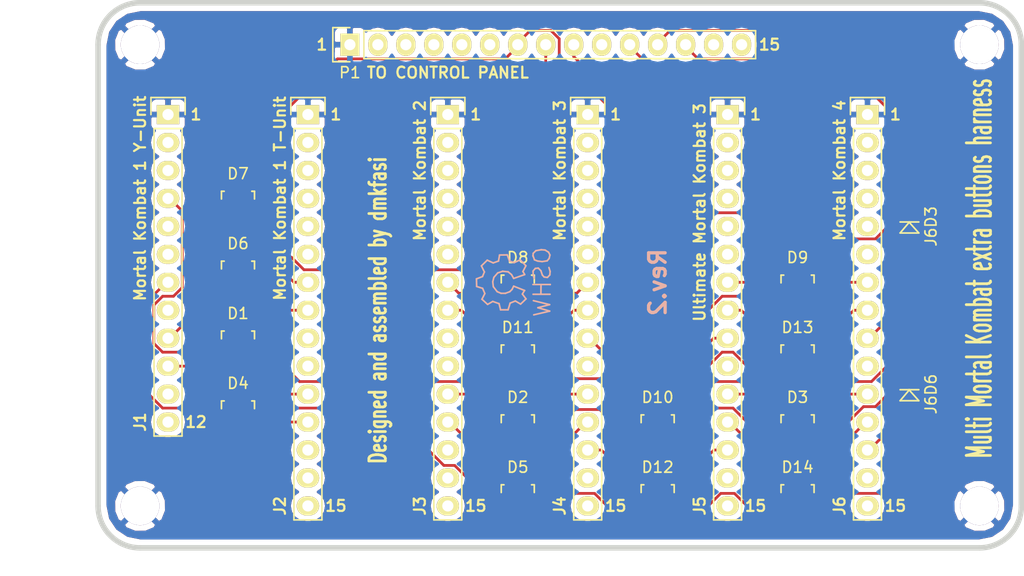
<source format=kicad_pcb>
(kicad_pcb (version 4) (host pcbnew 4.0.2-4+6225~38~ubuntu15.10.1-stable)

  (general
    (links 56)
    (no_connects 0)
    (area 81.029999 97.539999 165.350001 147.570001)
    (thickness 1.6)
    (drawings 31)
    (tracks 248)
    (zones 0)
    (modules 28)
    (nets 38)
  )

  (page A4)
  (layers
    (0 F.Cu signal)
    (31 B.Cu signal)
    (32 B.Adhes user)
    (33 F.Adhes user)
    (34 B.Paste user)
    (35 F.Paste user)
    (36 B.SilkS user)
    (37 F.SilkS user)
    (38 B.Mask user)
    (39 F.Mask user)
    (40 Dwgs.User user)
    (41 Cmts.User user)
    (42 Eco1.User user)
    (43 Eco2.User user)
    (44 Edge.Cuts user)
    (45 Margin user)
    (46 B.CrtYd user)
    (47 F.CrtYd user)
    (48 B.Fab user)
    (49 F.Fab user)
  )

  (setup
    (last_trace_width 0.25)
    (trace_clearance 0.15)
    (zone_clearance 0.508)
    (zone_45_only no)
    (trace_min 0.2)
    (segment_width 0.2)
    (edge_width 0.1)
    (via_size 0.6)
    (via_drill 0.4)
    (via_min_size 0.4)
    (via_min_drill 0.3)
    (uvia_size 0.3)
    (uvia_drill 0.1)
    (uvias_allowed no)
    (uvia_min_size 0.2)
    (uvia_min_drill 0.1)
    (pcb_text_width 0.3)
    (pcb_text_size 1.5 1.5)
    (mod_edge_width 0.15)
    (mod_text_size 1 1)
    (mod_text_width 0.15)
    (pad_size 3.5 3.5)
    (pad_drill 3.5)
    (pad_to_mask_clearance 0)
    (aux_axis_origin 0 0)
    (visible_elements FFFFFF7F)
    (pcbplotparams
      (layerselection 0x010f0_80000001)
      (usegerberextensions true)
      (excludeedgelayer true)
      (linewidth 0.020000)
      (plotframeref false)
      (viasonmask false)
      (mode 1)
      (useauxorigin false)
      (hpglpennumber 1)
      (hpglpenspeed 20)
      (hpglpendiameter 15)
      (hpglpenoverlay 2)
      (psnegative false)
      (psa4output false)
      (plotreference true)
      (plotvalue true)
      (plotinvisibletext false)
      (padsonsilk false)
      (subtractmaskfromsilk false)
      (outputformat 1)
      (mirror false)
      (drillshape 0)
      (scaleselection 1)
      (outputdirectory gerber/))
  )

  (net 0 "")
  (net 1 /GND)
  (net 2 "Net-(J6-Pad9)")
  (net 3 "Net-(J6-Pad13)")
  (net 4 "Net-(D1-Pad1)")
  (net 5 "Net-(D1-Pad2)")
  (net 6 "Net-(D2-Pad1)")
  (net 7 "Net-(D2-Pad2)")
  (net 8 "Net-(D3-Pad1)")
  (net 9 "Net-(D3-Pad2)")
  (net 10 "Net-(D4-Pad1)")
  (net 11 "Net-(D4-Pad2)")
  (net 12 "Net-(D5-Pad1)")
  (net 13 "Net-(D5-Pad2)")
  (net 14 "Net-(D6-Pad1)")
  (net 15 "Net-(D6-Pad2)")
  (net 16 "Net-(D7-Pad1)")
  (net 17 "Net-(D7-Pad2)")
  (net 18 "Net-(D8-Pad1)")
  (net 19 "Net-(D8-Pad2)")
  (net 20 "Net-(D9-Pad1)")
  (net 21 "Net-(D9-Pad2)")
  (net 22 "Net-(D10-Pad1)")
  (net 23 "Net-(D10-Pad2)")
  (net 24 "Net-(D11-Pad1)")
  (net 25 "Net-(D11-Pad2)")
  (net 26 "Net-(D12-Pad1)")
  (net 27 "Net-(D12-Pad2)")
  (net 28 "Net-(D13-Pad1)")
  (net 29 "Net-(D13-Pad2)")
  (net 30 "Net-(D14-Pad1)")
  (net 31 "Net-(D14-Pad2)")
  (net 32 /P2-LP)
  (net 33 /P2-LK)
  (net 34 /P1-LK)
  (net 35 /P1-LP)
  (net 36 /P1-RUN)
  (net 37 /P2-RUN)

  (net_class Default "This is the default net class."
    (clearance 0.15)
    (trace_width 0.25)
    (via_dia 0.6)
    (via_drill 0.4)
    (uvia_dia 0.3)
    (uvia_drill 0.1)
    (add_net /GND)
    (add_net /P1-LK)
    (add_net /P1-LP)
    (add_net /P1-RUN)
    (add_net /P2-LK)
    (add_net /P2-LP)
    (add_net /P2-RUN)
    (add_net "Net-(D1-Pad1)")
    (add_net "Net-(D1-Pad2)")
    (add_net "Net-(D10-Pad1)")
    (add_net "Net-(D10-Pad2)")
    (add_net "Net-(D11-Pad1)")
    (add_net "Net-(D11-Pad2)")
    (add_net "Net-(D12-Pad1)")
    (add_net "Net-(D12-Pad2)")
    (add_net "Net-(D13-Pad1)")
    (add_net "Net-(D13-Pad2)")
    (add_net "Net-(D14-Pad1)")
    (add_net "Net-(D14-Pad2)")
    (add_net "Net-(D2-Pad1)")
    (add_net "Net-(D2-Pad2)")
    (add_net "Net-(D3-Pad1)")
    (add_net "Net-(D3-Pad2)")
    (add_net "Net-(D4-Pad1)")
    (add_net "Net-(D4-Pad2)")
    (add_net "Net-(D5-Pad1)")
    (add_net "Net-(D5-Pad2)")
    (add_net "Net-(D6-Pad1)")
    (add_net "Net-(D6-Pad2)")
    (add_net "Net-(D7-Pad1)")
    (add_net "Net-(D7-Pad2)")
    (add_net "Net-(D8-Pad1)")
    (add_net "Net-(D8-Pad2)")
    (add_net "Net-(D9-Pad1)")
    (add_net "Net-(D9-Pad2)")
    (add_net "Net-(J6-Pad13)")
    (add_net "Net-(J6-Pad9)")
  )

  (module Mounting_Holes:MountingHole_3-5mm (layer F.Cu) (tedit 56A52CE1) (tstamp 56A51CBA)
    (at 161.29 101.6)
    (descr "Mounting hole, Befestigungsbohrung, 3,5mm, No Annular, Kein Restring,")
    (tags "Mounting hole, Befestigungsbohrung, 3,5mm, No Annular, Kein Restring,")
    (path /567877D2)
    (fp_text reference P0 (at 0 -4.50088) (layer F.SilkS) hide
      (effects (font (size 1 1) (thickness 0.15)))
    )
    (fp_text value "MOUNTING HOLE" (at 0 5.00126) (layer F.Fab) hide
      (effects (font (size 1 1) (thickness 0.15)))
    )
    (fp_circle (center 0 0) (end 3.5 0) (layer Cmts.User) (width 0.381))
    (pad 1 thru_hole circle (at 0 0) (size 3.5 3.5) (drill 3.5) (layers *.Cu)
      (net 1 /GND))
  )

  (module Mounting_Holes:MountingHole_3-5mm (layer F.Cu) (tedit 56A52CD8) (tstamp 56A51CAD)
    (at 161.29 143.51)
    (descr "Mounting hole, Befestigungsbohrung, 3,5mm, No Annular, Kein Restring,")
    (tags "Mounting hole, Befestigungsbohrung, 3,5mm, No Annular, Kein Restring,")
    (path /567877D2)
    (fp_text reference P0 (at 0 -4.50088) (layer F.SilkS) hide
      (effects (font (size 1 1) (thickness 0.15)))
    )
    (fp_text value "MOUNTING HOLE" (at 0 5.00126) (layer F.Fab) hide
      (effects (font (size 1 1) (thickness 0.15)))
    )
    (fp_circle (center 0 0) (end 3.5 0) (layer Cmts.User) (width 0.381))
    (pad 1 thru_hole circle (at 0 0) (size 3.5 3.5) (drill 3.5) (layers *.Cu)
      (net 1 /GND))
  )

  (module Mounting_Holes:MountingHole_3-5mm (layer F.Cu) (tedit 56A52CCE) (tstamp 56A51CA0)
    (at 85.09 143.51)
    (descr "Mounting hole, Befestigungsbohrung, 3,5mm, No Annular, Kein Restring,")
    (tags "Mounting hole, Befestigungsbohrung, 3,5mm, No Annular, Kein Restring,")
    (path /567877D2)
    (fp_text reference P0 (at 0 -4.50088) (layer F.SilkS) hide
      (effects (font (size 1 1) (thickness 0.15)))
    )
    (fp_text value "MOUNTING HOLE" (at 0 5.00126) (layer F.Fab) hide
      (effects (font (size 1 1) (thickness 0.15)))
    )
    (fp_circle (center 0 0) (end 3.5 0) (layer Cmts.User) (width 0.381))
    (pad 1 thru_hole circle (at 0 0) (size 3.5 3.5) (drill 3.5) (layers *.Cu)
      (net 1 /GND))
  )

  (module Pin_Headers:Pin_Header_Straight_1x15 (layer F.Cu) (tedit 567B049C) (tstamp 56787159)
    (at 125.73 107.95)
    (descr "Through hole pin header")
    (tags "pin header")
    (path /567939A4)
    (fp_text reference J4 (at -2.54 35.56 90) (layer F.SilkS)
      (effects (font (size 1 1) (thickness 0.2)))
    )
    (fp_text value "Mortal Kombat 3" (at -2.54 5.08 90) (layer F.SilkS)
      (effects (font (size 1 1) (thickness 0.2)))
    )
    (fp_line (start -1.75 -1.75) (end -1.75 37.35) (layer F.CrtYd) (width 0.05))
    (fp_line (start 1.75 -1.75) (end 1.75 37.35) (layer F.CrtYd) (width 0.05))
    (fp_line (start -1.75 -1.75) (end 1.75 -1.75) (layer F.CrtYd) (width 0.05))
    (fp_line (start -1.75 37.35) (end 1.75 37.35) (layer F.CrtYd) (width 0.05))
    (fp_line (start -1.27 1.27) (end -1.27 36.83) (layer F.SilkS) (width 0.15))
    (fp_line (start -1.27 36.83) (end 1.27 36.83) (layer F.SilkS) (width 0.15))
    (fp_line (start 1.27 36.83) (end 1.27 1.27) (layer F.SilkS) (width 0.15))
    (fp_line (start 1.55 -1.55) (end 1.55 0) (layer F.SilkS) (width 0.15))
    (fp_line (start 1.27 1.27) (end -1.27 1.27) (layer F.SilkS) (width 0.15))
    (fp_line (start -1.55 0) (end -1.55 -1.55) (layer F.SilkS) (width 0.15))
    (fp_line (start -1.55 -1.55) (end 1.55 -1.55) (layer F.SilkS) (width 0.15))
    (pad 1 thru_hole rect (at 0 0) (size 2.032 1.7272) (drill 1.016) (layers *.Cu *.Mask F.SilkS)
      (net 1 /GND))
    (pad 2 thru_hole oval (at 0 2.54) (size 2.032 1.7272) (drill 1.016) (layers *.Cu *.Mask F.SilkS))
    (pad 3 thru_hole oval (at 0 5.08) (size 2.032 1.7272) (drill 1.016) (layers *.Cu *.Mask F.SilkS))
    (pad 4 thru_hole oval (at 0 7.62) (size 2.032 1.7272) (drill 1.016) (layers *.Cu *.Mask F.SilkS))
    (pad 5 thru_hole oval (at 0 10.16) (size 2.032 1.7272) (drill 1.016) (layers *.Cu *.Mask F.SilkS))
    (pad 6 thru_hole oval (at 0 12.7) (size 2.032 1.7272) (drill 1.016) (layers *.Cu *.Mask F.SilkS))
    (pad 7 thru_hole oval (at 0 15.24) (size 2.032 1.7272) (drill 1.016) (layers *.Cu *.Mask F.SilkS)
      (net 19 "Net-(D8-Pad2)"))
    (pad 8 thru_hole oval (at 0 17.78) (size 2.032 1.7272) (drill 1.016) (layers *.Cu *.Mask F.SilkS)
      (net 25 "Net-(D11-Pad2)"))
    (pad 9 thru_hole oval (at 0 20.32) (size 2.032 1.7272) (drill 1.016) (layers *.Cu *.Mask F.SilkS)
      (net 22 "Net-(D10-Pad1)"))
    (pad 10 thru_hole oval (at 0 22.86) (size 2.032 1.7272) (drill 1.016) (layers *.Cu *.Mask F.SilkS))
    (pad 11 thru_hole oval (at 0 25.4) (size 2.032 1.7272) (drill 1.016) (layers *.Cu *.Mask F.SilkS)
      (net 7 "Net-(D2-Pad2)"))
    (pad 12 thru_hole oval (at 0 27.94) (size 2.032 1.7272) (drill 1.016) (layers *.Cu *.Mask F.SilkS)
      (net 13 "Net-(D5-Pad2)"))
    (pad 13 thru_hole oval (at 0 30.48) (size 2.032 1.7272) (drill 1.016) (layers *.Cu *.Mask F.SilkS)
      (net 26 "Net-(D12-Pad1)"))
    (pad 14 thru_hole oval (at 0 33.02) (size 2.032 1.7272) (drill 1.016) (layers *.Cu *.Mask F.SilkS))
    (pad 15 thru_hole oval (at 0 35.56) (size 2.032 1.7272) (drill 1.016) (layers *.Cu *.Mask F.SilkS))
    (model Pin_Headers.3dshapes/Pin_Header_Straight_1x15.wrl
      (at (xyz 0 -0.7 0))
      (scale (xyz 1 1 1))
      (rotate (xyz 0 0 90))
    )
  )

  (module Pin_Headers:Pin_Header_Straight_1x15 (layer F.Cu) (tedit 567B049F) (tstamp 56787190)
    (at 138.43 107.95)
    (descr "Through hole pin header")
    (tags "pin header")
    (path /56796D56)
    (fp_text reference J5 (at -2.54 35.56 90) (layer F.SilkS)
      (effects (font (size 1 1) (thickness 0.2)))
    )
    (fp_text value "Ultimate Mortal Kombat 3" (at -2.54 8.89 90) (layer F.SilkS)
      (effects (font (size 1 1) (thickness 0.2)))
    )
    (fp_line (start -1.75 -1.75) (end -1.75 37.35) (layer F.CrtYd) (width 0.05))
    (fp_line (start 1.75 -1.75) (end 1.75 37.35) (layer F.CrtYd) (width 0.05))
    (fp_line (start -1.75 -1.75) (end 1.75 -1.75) (layer F.CrtYd) (width 0.05))
    (fp_line (start -1.75 37.35) (end 1.75 37.35) (layer F.CrtYd) (width 0.05))
    (fp_line (start -1.27 1.27) (end -1.27 36.83) (layer F.SilkS) (width 0.15))
    (fp_line (start -1.27 36.83) (end 1.27 36.83) (layer F.SilkS) (width 0.15))
    (fp_line (start 1.27 36.83) (end 1.27 1.27) (layer F.SilkS) (width 0.15))
    (fp_line (start 1.55 -1.55) (end 1.55 0) (layer F.SilkS) (width 0.15))
    (fp_line (start 1.27 1.27) (end -1.27 1.27) (layer F.SilkS) (width 0.15))
    (fp_line (start -1.55 0) (end -1.55 -1.55) (layer F.SilkS) (width 0.15))
    (fp_line (start -1.55 -1.55) (end 1.55 -1.55) (layer F.SilkS) (width 0.15))
    (pad 1 thru_hole rect (at 0 0) (size 2.032 1.7272) (drill 1.016) (layers *.Cu *.Mask F.SilkS)
      (net 1 /GND))
    (pad 2 thru_hole oval (at 0 2.54) (size 2.032 1.7272) (drill 1.016) (layers *.Cu *.Mask F.SilkS))
    (pad 3 thru_hole oval (at 0 5.08) (size 2.032 1.7272) (drill 1.016) (layers *.Cu *.Mask F.SilkS))
    (pad 4 thru_hole oval (at 0 7.62) (size 2.032 1.7272) (drill 1.016) (layers *.Cu *.Mask F.SilkS))
    (pad 5 thru_hole oval (at 0 10.16) (size 2.032 1.7272) (drill 1.016) (layers *.Cu *.Mask F.SilkS))
    (pad 6 thru_hole oval (at 0 12.7) (size 2.032 1.7272) (drill 1.016) (layers *.Cu *.Mask F.SilkS))
    (pad 7 thru_hole oval (at 0 15.24) (size 2.032 1.7272) (drill 1.016) (layers *.Cu *.Mask F.SilkS)
      (net 20 "Net-(D9-Pad1)"))
    (pad 8 thru_hole oval (at 0 17.78) (size 2.032 1.7272) (drill 1.016) (layers *.Cu *.Mask F.SilkS)
      (net 28 "Net-(D13-Pad1)"))
    (pad 9 thru_hole oval (at 0 20.32) (size 2.032 1.7272) (drill 1.016) (layers *.Cu *.Mask F.SilkS)
      (net 23 "Net-(D10-Pad2)"))
    (pad 10 thru_hole oval (at 0 22.86) (size 2.032 1.7272) (drill 1.016) (layers *.Cu *.Mask F.SilkS))
    (pad 11 thru_hole oval (at 0 25.4) (size 2.032 1.7272) (drill 1.016) (layers *.Cu *.Mask F.SilkS)
      (net 8 "Net-(D3-Pad1)"))
    (pad 12 thru_hole oval (at 0 27.94) (size 2.032 1.7272) (drill 1.016) (layers *.Cu *.Mask F.SilkS)
      (net 30 "Net-(D14-Pad1)"))
    (pad 13 thru_hole oval (at 0 30.48) (size 2.032 1.7272) (drill 1.016) (layers *.Cu *.Mask F.SilkS)
      (net 27 "Net-(D12-Pad2)"))
    (pad 14 thru_hole oval (at 0 33.02) (size 2.032 1.7272) (drill 1.016) (layers *.Cu *.Mask F.SilkS))
    (pad 15 thru_hole oval (at 0 35.56) (size 2.032 1.7272) (drill 1.016) (layers *.Cu *.Mask F.SilkS))
    (model Pin_Headers.3dshapes/Pin_Header_Straight_1x15.wrl
      (at (xyz 0 -0.7 0))
      (scale (xyz 1 1 1))
      (rotate (xyz 0 0 90))
    )
  )

  (module Pin_Headers:Pin_Header_Straight_1x15 (layer F.Cu) (tedit 567B0494) (tstamp 56787103)
    (at 100.33 107.95)
    (descr "Through hole pin header")
    (tags "pin header")
    (path /5678E805)
    (fp_text reference J2 (at -2.54 35.56 90) (layer F.SilkS)
      (effects (font (size 1 1) (thickness 0.2)))
    )
    (fp_text value "Mortal Kombat 1 T-Unit" (at -2.54 7.62 90) (layer F.SilkS)
      (effects (font (size 1 1) (thickness 0.2)))
    )
    (fp_line (start -1.75 -1.75) (end -1.75 37.35) (layer F.CrtYd) (width 0.05))
    (fp_line (start 1.75 -1.75) (end 1.75 37.35) (layer F.CrtYd) (width 0.05))
    (fp_line (start -1.75 -1.75) (end 1.75 -1.75) (layer F.CrtYd) (width 0.05))
    (fp_line (start -1.75 37.35) (end 1.75 37.35) (layer F.CrtYd) (width 0.05))
    (fp_line (start -1.27 1.27) (end -1.27 36.83) (layer F.SilkS) (width 0.15))
    (fp_line (start -1.27 36.83) (end 1.27 36.83) (layer F.SilkS) (width 0.15))
    (fp_line (start 1.27 36.83) (end 1.27 1.27) (layer F.SilkS) (width 0.15))
    (fp_line (start 1.55 -1.55) (end 1.55 0) (layer F.SilkS) (width 0.15))
    (fp_line (start 1.27 1.27) (end -1.27 1.27) (layer F.SilkS) (width 0.15))
    (fp_line (start -1.55 0) (end -1.55 -1.55) (layer F.SilkS) (width 0.15))
    (fp_line (start -1.55 -1.55) (end 1.55 -1.55) (layer F.SilkS) (width 0.15))
    (pad 1 thru_hole rect (at 0 0) (size 2.032 1.7272) (drill 1.016) (layers *.Cu *.Mask F.SilkS)
      (net 1 /GND))
    (pad 2 thru_hole oval (at 0 2.54) (size 2.032 1.7272) (drill 1.016) (layers *.Cu *.Mask F.SilkS))
    (pad 3 thru_hole oval (at 0 5.08) (size 2.032 1.7272) (drill 1.016) (layers *.Cu *.Mask F.SilkS))
    (pad 4 thru_hole oval (at 0 7.62) (size 2.032 1.7272) (drill 1.016) (layers *.Cu *.Mask F.SilkS))
    (pad 5 thru_hole oval (at 0 10.16) (size 2.032 1.7272) (drill 1.016) (layers *.Cu *.Mask F.SilkS))
    (pad 6 thru_hole oval (at 0 12.7) (size 2.032 1.7272) (drill 1.016) (layers *.Cu *.Mask F.SilkS))
    (pad 7 thru_hole oval (at 0 15.24) (size 2.032 1.7272) (drill 1.016) (layers *.Cu *.Mask F.SilkS)
      (net 17 "Net-(D7-Pad2)"))
    (pad 8 thru_hole oval (at 0 17.78) (size 2.032 1.7272) (drill 1.016) (layers *.Cu *.Mask F.SilkS)
      (net 15 "Net-(D6-Pad2)"))
    (pad 9 thru_hole oval (at 0 20.32) (size 2.032 1.7272) (drill 1.016) (layers *.Cu *.Mask F.SilkS))
    (pad 10 thru_hole oval (at 0 22.86) (size 2.032 1.7272) (drill 1.016) (layers *.Cu *.Mask F.SilkS))
    (pad 11 thru_hole oval (at 0 25.4) (size 2.032 1.7272) (drill 1.016) (layers *.Cu *.Mask F.SilkS)
      (net 5 "Net-(D1-Pad2)"))
    (pad 12 thru_hole oval (at 0 27.94) (size 2.032 1.7272) (drill 1.016) (layers *.Cu *.Mask F.SilkS)
      (net 11 "Net-(D4-Pad2)"))
    (pad 13 thru_hole oval (at 0 30.48) (size 2.032 1.7272) (drill 1.016) (layers *.Cu *.Mask F.SilkS))
    (pad 14 thru_hole oval (at 0 33.02) (size 2.032 1.7272) (drill 1.016) (layers *.Cu *.Mask F.SilkS))
    (pad 15 thru_hole oval (at 0 35.56) (size 2.032 1.7272) (drill 1.016) (layers *.Cu *.Mask F.SilkS))
    (model Pin_Headers.3dshapes/Pin_Header_Straight_1x15.wrl
      (at (xyz 0 -0.7 0))
      (scale (xyz 1 1 1))
      (rotate (xyz 0 0 90))
    )
  )

  (module Pin_Headers:Pin_Header_Straight_1x12 (layer F.Cu) (tedit 567B0490) (tstamp 567870D8)
    (at 87.63 107.95)
    (descr "Through hole pin header")
    (tags "pin header")
    (path /5678E715)
    (fp_text reference J1 (at -2.54 27.94 90) (layer F.SilkS)
      (effects (font (size 1 1) (thickness 0.2)))
    )
    (fp_text value "Mortal Kombat 1 Y-Unit" (at -2.54 7.62 90) (layer F.SilkS)
      (effects (font (size 1 1) (thickness 0.2)))
    )
    (fp_line (start -1.75 -1.75) (end -1.75 29.7) (layer F.CrtYd) (width 0.05))
    (fp_line (start 1.75 -1.75) (end 1.75 29.7) (layer F.CrtYd) (width 0.05))
    (fp_line (start -1.75 -1.75) (end 1.75 -1.75) (layer F.CrtYd) (width 0.05))
    (fp_line (start -1.75 29.7) (end 1.75 29.7) (layer F.CrtYd) (width 0.05))
    (fp_line (start 1.27 1.27) (end 1.27 29.21) (layer F.SilkS) (width 0.15))
    (fp_line (start 1.27 29.21) (end -1.27 29.21) (layer F.SilkS) (width 0.15))
    (fp_line (start -1.27 29.21) (end -1.27 1.27) (layer F.SilkS) (width 0.15))
    (fp_line (start 1.55 -1.55) (end 1.55 0) (layer F.SilkS) (width 0.15))
    (fp_line (start 1.27 1.27) (end -1.27 1.27) (layer F.SilkS) (width 0.15))
    (fp_line (start -1.55 0) (end -1.55 -1.55) (layer F.SilkS) (width 0.15))
    (fp_line (start -1.55 -1.55) (end 1.55 -1.55) (layer F.SilkS) (width 0.15))
    (pad 1 thru_hole rect (at 0 0) (size 2.032 1.7272) (drill 1.016) (layers *.Cu *.Mask F.SilkS)
      (net 1 /GND))
    (pad 2 thru_hole oval (at 0 2.54) (size 2.032 1.7272) (drill 1.016) (layers *.Cu *.Mask F.SilkS))
    (pad 3 thru_hole oval (at 0 5.08) (size 2.032 1.7272) (drill 1.016) (layers *.Cu *.Mask F.SilkS))
    (pad 4 thru_hole oval (at 0 7.62) (size 2.032 1.7272) (drill 1.016) (layers *.Cu *.Mask F.SilkS)
      (net 4 "Net-(D1-Pad1)"))
    (pad 5 thru_hole oval (at 0 10.16) (size 2.032 1.7272) (drill 1.016) (layers *.Cu *.Mask F.SilkS))
    (pad 6 thru_hole oval (at 0 12.7) (size 2.032 1.7272) (drill 1.016) (layers *.Cu *.Mask F.SilkS))
    (pad 7 thru_hole oval (at 0 15.24) (size 2.032 1.7272) (drill 1.016) (layers *.Cu *.Mask F.SilkS)
      (net 10 "Net-(D4-Pad1)"))
    (pad 8 thru_hole oval (at 0 17.78) (size 2.032 1.7272) (drill 1.016) (layers *.Cu *.Mask F.SilkS))
    (pad 9 thru_hole oval (at 0 20.32) (size 2.032 1.7272) (drill 1.016) (layers *.Cu *.Mask F.SilkS)
      (net 16 "Net-(D7-Pad1)"))
    (pad 10 thru_hole oval (at 0 22.86) (size 2.032 1.7272) (drill 1.016) (layers *.Cu *.Mask F.SilkS)
      (net 14 "Net-(D6-Pad1)"))
    (pad 11 thru_hole oval (at 0 25.4) (size 2.032 1.7272) (drill 1.016) (layers *.Cu *.Mask F.SilkS))
    (pad 12 thru_hole oval (at 0 27.94) (size 2.032 1.7272) (drill 1.016) (layers *.Cu *.Mask F.SilkS))
    (model Pin_Headers.3dshapes/Pin_Header_Straight_1x12.wrl
      (at (xyz 0 -0.55 0))
      (scale (xyz 1 1 1))
      (rotate (xyz 0 0 90))
    )
  )

  (module Pin_Headers:Pin_Header_Straight_1x15 (layer F.Cu) (tedit 567B0498) (tstamp 5678712E)
    (at 113.03 107.95)
    (descr "Through hole pin header")
    (tags "pin header")
    (path /56793053)
    (fp_text reference J3 (at -2.54 35.56 90) (layer F.SilkS)
      (effects (font (size 1 1) (thickness 0.2)))
    )
    (fp_text value "Mortal Kombat 2" (at -2.54 5.08 90) (layer F.SilkS)
      (effects (font (size 1 1) (thickness 0.2)))
    )
    (fp_line (start -1.75 -1.75) (end -1.75 37.35) (layer F.CrtYd) (width 0.05))
    (fp_line (start 1.75 -1.75) (end 1.75 37.35) (layer F.CrtYd) (width 0.05))
    (fp_line (start -1.75 -1.75) (end 1.75 -1.75) (layer F.CrtYd) (width 0.05))
    (fp_line (start -1.75 37.35) (end 1.75 37.35) (layer F.CrtYd) (width 0.05))
    (fp_line (start -1.27 1.27) (end -1.27 36.83) (layer F.SilkS) (width 0.15))
    (fp_line (start -1.27 36.83) (end 1.27 36.83) (layer F.SilkS) (width 0.15))
    (fp_line (start 1.27 36.83) (end 1.27 1.27) (layer F.SilkS) (width 0.15))
    (fp_line (start 1.55 -1.55) (end 1.55 0) (layer F.SilkS) (width 0.15))
    (fp_line (start 1.27 1.27) (end -1.27 1.27) (layer F.SilkS) (width 0.15))
    (fp_line (start -1.55 0) (end -1.55 -1.55) (layer F.SilkS) (width 0.15))
    (fp_line (start -1.55 -1.55) (end 1.55 -1.55) (layer F.SilkS) (width 0.15))
    (pad 1 thru_hole rect (at 0 0) (size 2.032 1.7272) (drill 1.016) (layers *.Cu *.Mask F.SilkS)
      (net 1 /GND))
    (pad 2 thru_hole oval (at 0 2.54) (size 2.032 1.7272) (drill 1.016) (layers *.Cu *.Mask F.SilkS))
    (pad 3 thru_hole oval (at 0 5.08) (size 2.032 1.7272) (drill 1.016) (layers *.Cu *.Mask F.SilkS))
    (pad 4 thru_hole oval (at 0 7.62) (size 2.032 1.7272) (drill 1.016) (layers *.Cu *.Mask F.SilkS))
    (pad 5 thru_hole oval (at 0 10.16) (size 2.032 1.7272) (drill 1.016) (layers *.Cu *.Mask F.SilkS))
    (pad 6 thru_hole oval (at 0 12.7) (size 2.032 1.7272) (drill 1.016) (layers *.Cu *.Mask F.SilkS))
    (pad 7 thru_hole oval (at 0 15.24) (size 2.032 1.7272) (drill 1.016) (layers *.Cu *.Mask F.SilkS)
      (net 18 "Net-(D8-Pad1)"))
    (pad 8 thru_hole oval (at 0 17.78) (size 2.032 1.7272) (drill 1.016) (layers *.Cu *.Mask F.SilkS)
      (net 24 "Net-(D11-Pad1)"))
    (pad 9 thru_hole oval (at 0 20.32) (size 2.032 1.7272) (drill 1.016) (layers *.Cu *.Mask F.SilkS))
    (pad 10 thru_hole oval (at 0 22.86) (size 2.032 1.7272) (drill 1.016) (layers *.Cu *.Mask F.SilkS))
    (pad 11 thru_hole oval (at 0 25.4) (size 2.032 1.7272) (drill 1.016) (layers *.Cu *.Mask F.SilkS)
      (net 6 "Net-(D2-Pad1)"))
    (pad 12 thru_hole oval (at 0 27.94) (size 2.032 1.7272) (drill 1.016) (layers *.Cu *.Mask F.SilkS)
      (net 12 "Net-(D5-Pad1)"))
    (pad 13 thru_hole oval (at 0 30.48) (size 2.032 1.7272) (drill 1.016) (layers *.Cu *.Mask F.SilkS))
    (pad 14 thru_hole oval (at 0 33.02) (size 2.032 1.7272) (drill 1.016) (layers *.Cu *.Mask F.SilkS))
    (pad 15 thru_hole oval (at 0 35.56) (size 2.032 1.7272) (drill 1.016) (layers *.Cu *.Mask F.SilkS))
    (model Pin_Headers.3dshapes/Pin_Header_Straight_1x15.wrl
      (at (xyz 0 -0.7 0))
      (scale (xyz 1 1 1))
      (rotate (xyz 0 0 90))
    )
  )

  (module Pin_Headers:Pin_Header_Straight_1x15 (layer F.Cu) (tedit 567B04A3) (tstamp 567871C7)
    (at 151.13 107.95)
    (descr "Through hole pin header")
    (tags "pin header")
    (path /5679A57F)
    (fp_text reference J6 (at -2.54 35.56 90) (layer F.SilkS)
      (effects (font (size 1 1) (thickness 0.2)))
    )
    (fp_text value "Mortal Kombat 4" (at -2.54 5.08 90) (layer F.SilkS)
      (effects (font (size 1 1) (thickness 0.2)))
    )
    (fp_line (start -1.75 -1.75) (end -1.75 37.35) (layer F.CrtYd) (width 0.05))
    (fp_line (start 1.75 -1.75) (end 1.75 37.35) (layer F.CrtYd) (width 0.05))
    (fp_line (start -1.75 -1.75) (end 1.75 -1.75) (layer F.CrtYd) (width 0.05))
    (fp_line (start -1.75 37.35) (end 1.75 37.35) (layer F.CrtYd) (width 0.05))
    (fp_line (start -1.27 1.27) (end -1.27 36.83) (layer F.SilkS) (width 0.15))
    (fp_line (start -1.27 36.83) (end 1.27 36.83) (layer F.SilkS) (width 0.15))
    (fp_line (start 1.27 36.83) (end 1.27 1.27) (layer F.SilkS) (width 0.15))
    (fp_line (start 1.55 -1.55) (end 1.55 0) (layer F.SilkS) (width 0.15))
    (fp_line (start 1.27 1.27) (end -1.27 1.27) (layer F.SilkS) (width 0.15))
    (fp_line (start -1.55 0) (end -1.55 -1.55) (layer F.SilkS) (width 0.15))
    (fp_line (start -1.55 -1.55) (end 1.55 -1.55) (layer F.SilkS) (width 0.15))
    (pad 1 thru_hole rect (at 0 0) (size 2.032 1.7272) (drill 1.016) (layers *.Cu *.Mask F.SilkS)
      (net 1 /GND))
    (pad 2 thru_hole oval (at 0 2.54) (size 2.032 1.7272) (drill 1.016) (layers *.Cu *.Mask F.SilkS))
    (pad 3 thru_hole oval (at 0 5.08) (size 2.032 1.7272) (drill 1.016) (layers *.Cu *.Mask F.SilkS))
    (pad 4 thru_hole oval (at 0 7.62) (size 2.032 1.7272) (drill 1.016) (layers *.Cu *.Mask F.SilkS))
    (pad 5 thru_hole oval (at 0 10.16) (size 2.032 1.7272) (drill 1.016) (layers *.Cu *.Mask F.SilkS))
    (pad 6 thru_hole oval (at 0 12.7) (size 2.032 1.7272) (drill 1.016) (layers *.Cu *.Mask F.SilkS))
    (pad 7 thru_hole oval (at 0 15.24) (size 2.032 1.7272) (drill 1.016) (layers *.Cu *.Mask F.SilkS)
      (net 21 "Net-(D9-Pad2)"))
    (pad 8 thru_hole oval (at 0 17.78) (size 2.032 1.7272) (drill 1.016) (layers *.Cu *.Mask F.SilkS)
      (net 29 "Net-(D13-Pad2)"))
    (pad 9 thru_hole oval (at 0 20.32) (size 2.032 1.7272) (drill 1.016) (layers *.Cu *.Mask F.SilkS)
      (net 2 "Net-(J6-Pad9)"))
    (pad 10 thru_hole oval (at 0 22.86) (size 2.032 1.7272) (drill 1.016) (layers *.Cu *.Mask F.SilkS))
    (pad 11 thru_hole oval (at 0 25.4) (size 2.032 1.7272) (drill 1.016) (layers *.Cu *.Mask F.SilkS)
      (net 9 "Net-(D3-Pad2)"))
    (pad 12 thru_hole oval (at 0 27.94) (size 2.032 1.7272) (drill 1.016) (layers *.Cu *.Mask F.SilkS)
      (net 31 "Net-(D14-Pad2)"))
    (pad 13 thru_hole oval (at 0 30.48) (size 2.032 1.7272) (drill 1.016) (layers *.Cu *.Mask F.SilkS)
      (net 3 "Net-(J6-Pad13)"))
    (pad 14 thru_hole oval (at 0 33.02) (size 2.032 1.7272) (drill 1.016) (layers *.Cu *.Mask F.SilkS))
    (pad 15 thru_hole oval (at 0 35.56) (size 2.032 1.7272) (drill 1.016) (layers *.Cu *.Mask F.SilkS))
    (model Pin_Headers.3dshapes/Pin_Header_Straight_1x15.wrl
      (at (xyz 0 -0.7 0))
      (scale (xyz 1 1 1))
      (rotate (xyz 0 0 90))
    )
  )

  (module TO_SOT_Packages_SMD:SOT-23 (layer F.Cu) (tedit 553634F8) (tstamp 5679A38A)
    (at 93.98 128.27)
    (descr "SOT-23, Standard")
    (tags SOT-23)
    (path /5679A7AE)
    (attr smd)
    (fp_text reference D1 (at 0 -2.25) (layer F.SilkS)
      (effects (font (size 1 1) (thickness 0.15)))
    )
    (fp_text value P2LP (at 0 2.3) (layer F.Fab)
      (effects (font (size 1 1) (thickness 0.15)))
    )
    (fp_line (start -1.65 -1.6) (end 1.65 -1.6) (layer F.CrtYd) (width 0.05))
    (fp_line (start 1.65 -1.6) (end 1.65 1.6) (layer F.CrtYd) (width 0.05))
    (fp_line (start 1.65 1.6) (end -1.65 1.6) (layer F.CrtYd) (width 0.05))
    (fp_line (start -1.65 1.6) (end -1.65 -1.6) (layer F.CrtYd) (width 0.05))
    (fp_line (start 1.29916 -0.65024) (end 1.2509 -0.65024) (layer F.SilkS) (width 0.15))
    (fp_line (start -1.49982 0.0508) (end -1.49982 -0.65024) (layer F.SilkS) (width 0.15))
    (fp_line (start -1.49982 -0.65024) (end -1.2509 -0.65024) (layer F.SilkS) (width 0.15))
    (fp_line (start 1.29916 -0.65024) (end 1.49982 -0.65024) (layer F.SilkS) (width 0.15))
    (fp_line (start 1.49982 -0.65024) (end 1.49982 0.0508) (layer F.SilkS) (width 0.15))
    (pad 1 smd rect (at -0.95 1.00076) (size 0.8001 0.8001) (layers F.Cu F.Paste F.Mask)
      (net 4 "Net-(D1-Pad1)"))
    (pad 2 smd rect (at 0.95 1.00076) (size 0.8001 0.8001) (layers F.Cu F.Paste F.Mask)
      (net 5 "Net-(D1-Pad2)"))
    (pad 3 smd rect (at 0 -0.99822) (size 0.8001 0.8001) (layers F.Cu F.Paste F.Mask)
      (net 32 /P2-LP))
    (model TO_SOT_Packages_SMD.3dshapes/SOT-23.wrl
      (at (xyz 0 0 0))
      (scale (xyz 1 1 1))
      (rotate (xyz 0 0 0))
    )
  )

  (module TO_SOT_Packages_SMD:SOT-23 (layer F.Cu) (tedit 553634F8) (tstamp 5679A391)
    (at 119.38 135.89)
    (descr "SOT-23, Standard")
    (tags SOT-23)
    (path /5679B6AF)
    (attr smd)
    (fp_text reference D2 (at 0 -2.25) (layer F.SilkS)
      (effects (font (size 1 1) (thickness 0.15)))
    )
    (fp_text value P2LP (at 0 2.3) (layer F.Fab)
      (effects (font (size 1 1) (thickness 0.15)))
    )
    (fp_line (start -1.65 -1.6) (end 1.65 -1.6) (layer F.CrtYd) (width 0.05))
    (fp_line (start 1.65 -1.6) (end 1.65 1.6) (layer F.CrtYd) (width 0.05))
    (fp_line (start 1.65 1.6) (end -1.65 1.6) (layer F.CrtYd) (width 0.05))
    (fp_line (start -1.65 1.6) (end -1.65 -1.6) (layer F.CrtYd) (width 0.05))
    (fp_line (start 1.29916 -0.65024) (end 1.2509 -0.65024) (layer F.SilkS) (width 0.15))
    (fp_line (start -1.49982 0.0508) (end -1.49982 -0.65024) (layer F.SilkS) (width 0.15))
    (fp_line (start -1.49982 -0.65024) (end -1.2509 -0.65024) (layer F.SilkS) (width 0.15))
    (fp_line (start 1.29916 -0.65024) (end 1.49982 -0.65024) (layer F.SilkS) (width 0.15))
    (fp_line (start 1.49982 -0.65024) (end 1.49982 0.0508) (layer F.SilkS) (width 0.15))
    (pad 1 smd rect (at -0.95 1.00076) (size 0.8001 0.8001) (layers F.Cu F.Paste F.Mask)
      (net 6 "Net-(D2-Pad1)"))
    (pad 2 smd rect (at 0.95 1.00076) (size 0.8001 0.8001) (layers F.Cu F.Paste F.Mask)
      (net 7 "Net-(D2-Pad2)"))
    (pad 3 smd rect (at 0 -0.99822) (size 0.8001 0.8001) (layers F.Cu F.Paste F.Mask)
      (net 32 /P2-LP))
    (model TO_SOT_Packages_SMD.3dshapes/SOT-23.wrl
      (at (xyz 0 0 0))
      (scale (xyz 1 1 1))
      (rotate (xyz 0 0 0))
    )
  )

  (module TO_SOT_Packages_SMD:SOT-23 (layer F.Cu) (tedit 553634F8) (tstamp 5679A398)
    (at 144.78 135.89)
    (descr "SOT-23, Standard")
    (tags SOT-23)
    (path /5679C0DE)
    (attr smd)
    (fp_text reference D3 (at 0 -2.25) (layer F.SilkS)
      (effects (font (size 1 1) (thickness 0.15)))
    )
    (fp_text value P2LP (at 0 2.3) (layer F.Fab)
      (effects (font (size 1 1) (thickness 0.15)))
    )
    (fp_line (start -1.65 -1.6) (end 1.65 -1.6) (layer F.CrtYd) (width 0.05))
    (fp_line (start 1.65 -1.6) (end 1.65 1.6) (layer F.CrtYd) (width 0.05))
    (fp_line (start 1.65 1.6) (end -1.65 1.6) (layer F.CrtYd) (width 0.05))
    (fp_line (start -1.65 1.6) (end -1.65 -1.6) (layer F.CrtYd) (width 0.05))
    (fp_line (start 1.29916 -0.65024) (end 1.2509 -0.65024) (layer F.SilkS) (width 0.15))
    (fp_line (start -1.49982 0.0508) (end -1.49982 -0.65024) (layer F.SilkS) (width 0.15))
    (fp_line (start -1.49982 -0.65024) (end -1.2509 -0.65024) (layer F.SilkS) (width 0.15))
    (fp_line (start 1.29916 -0.65024) (end 1.49982 -0.65024) (layer F.SilkS) (width 0.15))
    (fp_line (start 1.49982 -0.65024) (end 1.49982 0.0508) (layer F.SilkS) (width 0.15))
    (pad 1 smd rect (at -0.95 1.00076) (size 0.8001 0.8001) (layers F.Cu F.Paste F.Mask)
      (net 8 "Net-(D3-Pad1)"))
    (pad 2 smd rect (at 0.95 1.00076) (size 0.8001 0.8001) (layers F.Cu F.Paste F.Mask)
      (net 9 "Net-(D3-Pad2)"))
    (pad 3 smd rect (at 0 -0.99822) (size 0.8001 0.8001) (layers F.Cu F.Paste F.Mask)
      (net 32 /P2-LP))
    (model TO_SOT_Packages_SMD.3dshapes/SOT-23.wrl
      (at (xyz 0 0 0))
      (scale (xyz 1 1 1))
      (rotate (xyz 0 0 0))
    )
  )

  (module TO_SOT_Packages_SMD:SOT-23 (layer F.Cu) (tedit 553634F8) (tstamp 5679A39F)
    (at 93.98 134.62)
    (descr "SOT-23, Standard")
    (tags SOT-23)
    (path /5679D1C7)
    (attr smd)
    (fp_text reference D4 (at 0 -2.25) (layer F.SilkS)
      (effects (font (size 1 1) (thickness 0.15)))
    )
    (fp_text value P2LK (at 0 2.3) (layer F.Fab)
      (effects (font (size 1 1) (thickness 0.15)))
    )
    (fp_line (start -1.65 -1.6) (end 1.65 -1.6) (layer F.CrtYd) (width 0.05))
    (fp_line (start 1.65 -1.6) (end 1.65 1.6) (layer F.CrtYd) (width 0.05))
    (fp_line (start 1.65 1.6) (end -1.65 1.6) (layer F.CrtYd) (width 0.05))
    (fp_line (start -1.65 1.6) (end -1.65 -1.6) (layer F.CrtYd) (width 0.05))
    (fp_line (start 1.29916 -0.65024) (end 1.2509 -0.65024) (layer F.SilkS) (width 0.15))
    (fp_line (start -1.49982 0.0508) (end -1.49982 -0.65024) (layer F.SilkS) (width 0.15))
    (fp_line (start -1.49982 -0.65024) (end -1.2509 -0.65024) (layer F.SilkS) (width 0.15))
    (fp_line (start 1.29916 -0.65024) (end 1.49982 -0.65024) (layer F.SilkS) (width 0.15))
    (fp_line (start 1.49982 -0.65024) (end 1.49982 0.0508) (layer F.SilkS) (width 0.15))
    (pad 1 smd rect (at -0.95 1.00076) (size 0.8001 0.8001) (layers F.Cu F.Paste F.Mask)
      (net 10 "Net-(D4-Pad1)"))
    (pad 2 smd rect (at 0.95 1.00076) (size 0.8001 0.8001) (layers F.Cu F.Paste F.Mask)
      (net 11 "Net-(D4-Pad2)"))
    (pad 3 smd rect (at 0 -0.99822) (size 0.8001 0.8001) (layers F.Cu F.Paste F.Mask)
      (net 33 /P2-LK))
    (model TO_SOT_Packages_SMD.3dshapes/SOT-23.wrl
      (at (xyz 0 0 0))
      (scale (xyz 1 1 1))
      (rotate (xyz 0 0 0))
    )
  )

  (module TO_SOT_Packages_SMD:SOT-23 (layer F.Cu) (tedit 553634F8) (tstamp 5679A3A6)
    (at 119.38 142.24)
    (descr "SOT-23, Standard")
    (tags SOT-23)
    (path /5679DDDD)
    (attr smd)
    (fp_text reference D5 (at 0 -2.25) (layer F.SilkS)
      (effects (font (size 1 1) (thickness 0.15)))
    )
    (fp_text value P2LK (at 0 2.3) (layer F.Fab)
      (effects (font (size 1 1) (thickness 0.15)))
    )
    (fp_line (start -1.65 -1.6) (end 1.65 -1.6) (layer F.CrtYd) (width 0.05))
    (fp_line (start 1.65 -1.6) (end 1.65 1.6) (layer F.CrtYd) (width 0.05))
    (fp_line (start 1.65 1.6) (end -1.65 1.6) (layer F.CrtYd) (width 0.05))
    (fp_line (start -1.65 1.6) (end -1.65 -1.6) (layer F.CrtYd) (width 0.05))
    (fp_line (start 1.29916 -0.65024) (end 1.2509 -0.65024) (layer F.SilkS) (width 0.15))
    (fp_line (start -1.49982 0.0508) (end -1.49982 -0.65024) (layer F.SilkS) (width 0.15))
    (fp_line (start -1.49982 -0.65024) (end -1.2509 -0.65024) (layer F.SilkS) (width 0.15))
    (fp_line (start 1.29916 -0.65024) (end 1.49982 -0.65024) (layer F.SilkS) (width 0.15))
    (fp_line (start 1.49982 -0.65024) (end 1.49982 0.0508) (layer F.SilkS) (width 0.15))
    (pad 1 smd rect (at -0.95 1.00076) (size 0.8001 0.8001) (layers F.Cu F.Paste F.Mask)
      (net 12 "Net-(D5-Pad1)"))
    (pad 2 smd rect (at 0.95 1.00076) (size 0.8001 0.8001) (layers F.Cu F.Paste F.Mask)
      (net 13 "Net-(D5-Pad2)"))
    (pad 3 smd rect (at 0 -0.99822) (size 0.8001 0.8001) (layers F.Cu F.Paste F.Mask)
      (net 33 /P2-LK))
    (model TO_SOT_Packages_SMD.3dshapes/SOT-23.wrl
      (at (xyz 0 0 0))
      (scale (xyz 1 1 1))
      (rotate (xyz 0 0 0))
    )
  )

  (module TO_SOT_Packages_SMD:SOT-23 (layer F.Cu) (tedit 553634F8) (tstamp 5679A3AD)
    (at 93.98 121.92)
    (descr "SOT-23, Standard")
    (tags SOT-23)
    (path /567A10D1)
    (attr smd)
    (fp_text reference D6 (at 0 -2.25) (layer F.SilkS)
      (effects (font (size 1 1) (thickness 0.15)))
    )
    (fp_text value P1LK (at 0 2.3) (layer F.Fab)
      (effects (font (size 1 1) (thickness 0.15)))
    )
    (fp_line (start -1.65 -1.6) (end 1.65 -1.6) (layer F.CrtYd) (width 0.05))
    (fp_line (start 1.65 -1.6) (end 1.65 1.6) (layer F.CrtYd) (width 0.05))
    (fp_line (start 1.65 1.6) (end -1.65 1.6) (layer F.CrtYd) (width 0.05))
    (fp_line (start -1.65 1.6) (end -1.65 -1.6) (layer F.CrtYd) (width 0.05))
    (fp_line (start 1.29916 -0.65024) (end 1.2509 -0.65024) (layer F.SilkS) (width 0.15))
    (fp_line (start -1.49982 0.0508) (end -1.49982 -0.65024) (layer F.SilkS) (width 0.15))
    (fp_line (start -1.49982 -0.65024) (end -1.2509 -0.65024) (layer F.SilkS) (width 0.15))
    (fp_line (start 1.29916 -0.65024) (end 1.49982 -0.65024) (layer F.SilkS) (width 0.15))
    (fp_line (start 1.49982 -0.65024) (end 1.49982 0.0508) (layer F.SilkS) (width 0.15))
    (pad 1 smd rect (at -0.95 1.00076) (size 0.8001 0.8001) (layers F.Cu F.Paste F.Mask)
      (net 14 "Net-(D6-Pad1)"))
    (pad 2 smd rect (at 0.95 1.00076) (size 0.8001 0.8001) (layers F.Cu F.Paste F.Mask)
      (net 15 "Net-(D6-Pad2)"))
    (pad 3 smd rect (at 0 -0.99822) (size 0.8001 0.8001) (layers F.Cu F.Paste F.Mask)
      (net 34 /P1-LK))
    (model TO_SOT_Packages_SMD.3dshapes/SOT-23.wrl
      (at (xyz 0 0 0))
      (scale (xyz 1 1 1))
      (rotate (xyz 0 0 0))
    )
  )

  (module TO_SOT_Packages_SMD:SOT-23 (layer F.Cu) (tedit 553634F8) (tstamp 5679A3B4)
    (at 93.98 115.57)
    (descr "SOT-23, Standard")
    (tags SOT-23)
    (path /5679FEB9)
    (attr smd)
    (fp_text reference D7 (at 0 -2.25) (layer F.SilkS)
      (effects (font (size 1 1) (thickness 0.15)))
    )
    (fp_text value P1LP (at 0 2.3) (layer F.Fab)
      (effects (font (size 1 1) (thickness 0.15)))
    )
    (fp_line (start -1.65 -1.6) (end 1.65 -1.6) (layer F.CrtYd) (width 0.05))
    (fp_line (start 1.65 -1.6) (end 1.65 1.6) (layer F.CrtYd) (width 0.05))
    (fp_line (start 1.65 1.6) (end -1.65 1.6) (layer F.CrtYd) (width 0.05))
    (fp_line (start -1.65 1.6) (end -1.65 -1.6) (layer F.CrtYd) (width 0.05))
    (fp_line (start 1.29916 -0.65024) (end 1.2509 -0.65024) (layer F.SilkS) (width 0.15))
    (fp_line (start -1.49982 0.0508) (end -1.49982 -0.65024) (layer F.SilkS) (width 0.15))
    (fp_line (start -1.49982 -0.65024) (end -1.2509 -0.65024) (layer F.SilkS) (width 0.15))
    (fp_line (start 1.29916 -0.65024) (end 1.49982 -0.65024) (layer F.SilkS) (width 0.15))
    (fp_line (start 1.49982 -0.65024) (end 1.49982 0.0508) (layer F.SilkS) (width 0.15))
    (pad 1 smd rect (at -0.95 1.00076) (size 0.8001 0.8001) (layers F.Cu F.Paste F.Mask)
      (net 16 "Net-(D7-Pad1)"))
    (pad 2 smd rect (at 0.95 1.00076) (size 0.8001 0.8001) (layers F.Cu F.Paste F.Mask)
      (net 17 "Net-(D7-Pad2)"))
    (pad 3 smd rect (at 0 -0.99822) (size 0.8001 0.8001) (layers F.Cu F.Paste F.Mask)
      (net 35 /P1-LP))
    (model TO_SOT_Packages_SMD.3dshapes/SOT-23.wrl
      (at (xyz 0 0 0))
      (scale (xyz 1 1 1))
      (rotate (xyz 0 0 0))
    )
  )

  (module TO_SOT_Packages_SMD:SOT-23 (layer F.Cu) (tedit 553634F8) (tstamp 5679A3BB)
    (at 119.38 123.19)
    (descr "SOT-23, Standard")
    (tags SOT-23)
    (path /567A03F7)
    (attr smd)
    (fp_text reference D8 (at 0 -2.25) (layer F.SilkS)
      (effects (font (size 1 1) (thickness 0.15)))
    )
    (fp_text value P1LP (at 0 2.3) (layer F.Fab)
      (effects (font (size 1 1) (thickness 0.15)))
    )
    (fp_line (start -1.65 -1.6) (end 1.65 -1.6) (layer F.CrtYd) (width 0.05))
    (fp_line (start 1.65 -1.6) (end 1.65 1.6) (layer F.CrtYd) (width 0.05))
    (fp_line (start 1.65 1.6) (end -1.65 1.6) (layer F.CrtYd) (width 0.05))
    (fp_line (start -1.65 1.6) (end -1.65 -1.6) (layer F.CrtYd) (width 0.05))
    (fp_line (start 1.29916 -0.65024) (end 1.2509 -0.65024) (layer F.SilkS) (width 0.15))
    (fp_line (start -1.49982 0.0508) (end -1.49982 -0.65024) (layer F.SilkS) (width 0.15))
    (fp_line (start -1.49982 -0.65024) (end -1.2509 -0.65024) (layer F.SilkS) (width 0.15))
    (fp_line (start 1.29916 -0.65024) (end 1.49982 -0.65024) (layer F.SilkS) (width 0.15))
    (fp_line (start 1.49982 -0.65024) (end 1.49982 0.0508) (layer F.SilkS) (width 0.15))
    (pad 1 smd rect (at -0.95 1.00076) (size 0.8001 0.8001) (layers F.Cu F.Paste F.Mask)
      (net 18 "Net-(D8-Pad1)"))
    (pad 2 smd rect (at 0.95 1.00076) (size 0.8001 0.8001) (layers F.Cu F.Paste F.Mask)
      (net 19 "Net-(D8-Pad2)"))
    (pad 3 smd rect (at 0 -0.99822) (size 0.8001 0.8001) (layers F.Cu F.Paste F.Mask)
      (net 35 /P1-LP))
    (model TO_SOT_Packages_SMD.3dshapes/SOT-23.wrl
      (at (xyz 0 0 0))
      (scale (xyz 1 1 1))
      (rotate (xyz 0 0 0))
    )
  )

  (module TO_SOT_Packages_SMD:SOT-23 (layer F.Cu) (tedit 553634F8) (tstamp 5679A3C2)
    (at 144.78 123.19)
    (descr "SOT-23, Standard")
    (tags SOT-23)
    (path /567A08A3)
    (attr smd)
    (fp_text reference D9 (at 0 -2.25) (layer F.SilkS)
      (effects (font (size 1 1) (thickness 0.15)))
    )
    (fp_text value P1LP (at 0 2.3) (layer F.Fab)
      (effects (font (size 1 1) (thickness 0.15)))
    )
    (fp_line (start -1.65 -1.6) (end 1.65 -1.6) (layer F.CrtYd) (width 0.05))
    (fp_line (start 1.65 -1.6) (end 1.65 1.6) (layer F.CrtYd) (width 0.05))
    (fp_line (start 1.65 1.6) (end -1.65 1.6) (layer F.CrtYd) (width 0.05))
    (fp_line (start -1.65 1.6) (end -1.65 -1.6) (layer F.CrtYd) (width 0.05))
    (fp_line (start 1.29916 -0.65024) (end 1.2509 -0.65024) (layer F.SilkS) (width 0.15))
    (fp_line (start -1.49982 0.0508) (end -1.49982 -0.65024) (layer F.SilkS) (width 0.15))
    (fp_line (start -1.49982 -0.65024) (end -1.2509 -0.65024) (layer F.SilkS) (width 0.15))
    (fp_line (start 1.29916 -0.65024) (end 1.49982 -0.65024) (layer F.SilkS) (width 0.15))
    (fp_line (start 1.49982 -0.65024) (end 1.49982 0.0508) (layer F.SilkS) (width 0.15))
    (pad 1 smd rect (at -0.95 1.00076) (size 0.8001 0.8001) (layers F.Cu F.Paste F.Mask)
      (net 20 "Net-(D9-Pad1)"))
    (pad 2 smd rect (at 0.95 1.00076) (size 0.8001 0.8001) (layers F.Cu F.Paste F.Mask)
      (net 21 "Net-(D9-Pad2)"))
    (pad 3 smd rect (at 0 -0.99822) (size 0.8001 0.8001) (layers F.Cu F.Paste F.Mask)
      (net 35 /P1-LP))
    (model TO_SOT_Packages_SMD.3dshapes/SOT-23.wrl
      (at (xyz 0 0 0))
      (scale (xyz 1 1 1))
      (rotate (xyz 0 0 0))
    )
  )

  (module TO_SOT_Packages_SMD:SOT-23 (layer F.Cu) (tedit 553634F8) (tstamp 5679A3C9)
    (at 132.08 135.89)
    (descr "SOT-23, Standard")
    (tags SOT-23)
    (path /567A3C40)
    (attr smd)
    (fp_text reference D10 (at 0 -2.25) (layer F.SilkS)
      (effects (font (size 1 1) (thickness 0.15)))
    )
    (fp_text value P1RUN (at 0 2.3) (layer F.Fab)
      (effects (font (size 1 1) (thickness 0.15)))
    )
    (fp_line (start -1.65 -1.6) (end 1.65 -1.6) (layer F.CrtYd) (width 0.05))
    (fp_line (start 1.65 -1.6) (end 1.65 1.6) (layer F.CrtYd) (width 0.05))
    (fp_line (start 1.65 1.6) (end -1.65 1.6) (layer F.CrtYd) (width 0.05))
    (fp_line (start -1.65 1.6) (end -1.65 -1.6) (layer F.CrtYd) (width 0.05))
    (fp_line (start 1.29916 -0.65024) (end 1.2509 -0.65024) (layer F.SilkS) (width 0.15))
    (fp_line (start -1.49982 0.0508) (end -1.49982 -0.65024) (layer F.SilkS) (width 0.15))
    (fp_line (start -1.49982 -0.65024) (end -1.2509 -0.65024) (layer F.SilkS) (width 0.15))
    (fp_line (start 1.29916 -0.65024) (end 1.49982 -0.65024) (layer F.SilkS) (width 0.15))
    (fp_line (start 1.49982 -0.65024) (end 1.49982 0.0508) (layer F.SilkS) (width 0.15))
    (pad 1 smd rect (at -0.95 1.00076) (size 0.8001 0.8001) (layers F.Cu F.Paste F.Mask)
      (net 22 "Net-(D10-Pad1)"))
    (pad 2 smd rect (at 0.95 1.00076) (size 0.8001 0.8001) (layers F.Cu F.Paste F.Mask)
      (net 23 "Net-(D10-Pad2)"))
    (pad 3 smd rect (at 0 -0.99822) (size 0.8001 0.8001) (layers F.Cu F.Paste F.Mask)
      (net 36 /P1-RUN))
    (model TO_SOT_Packages_SMD.3dshapes/SOT-23.wrl
      (at (xyz 0 0 0))
      (scale (xyz 1 1 1))
      (rotate (xyz 0 0 0))
    )
  )

  (module TO_SOT_Packages_SMD:SOT-23 (layer F.Cu) (tedit 553634F8) (tstamp 5679A3D0)
    (at 119.38 129.54)
    (descr "SOT-23, Standard")
    (tags SOT-23)
    (path /567A3429)
    (attr smd)
    (fp_text reference D11 (at 0 -2.25) (layer F.SilkS)
      (effects (font (size 1 1) (thickness 0.15)))
    )
    (fp_text value P1LK (at 0 2.3) (layer F.Fab)
      (effects (font (size 1 1) (thickness 0.15)))
    )
    (fp_line (start -1.65 -1.6) (end 1.65 -1.6) (layer F.CrtYd) (width 0.05))
    (fp_line (start 1.65 -1.6) (end 1.65 1.6) (layer F.CrtYd) (width 0.05))
    (fp_line (start 1.65 1.6) (end -1.65 1.6) (layer F.CrtYd) (width 0.05))
    (fp_line (start -1.65 1.6) (end -1.65 -1.6) (layer F.CrtYd) (width 0.05))
    (fp_line (start 1.29916 -0.65024) (end 1.2509 -0.65024) (layer F.SilkS) (width 0.15))
    (fp_line (start -1.49982 0.0508) (end -1.49982 -0.65024) (layer F.SilkS) (width 0.15))
    (fp_line (start -1.49982 -0.65024) (end -1.2509 -0.65024) (layer F.SilkS) (width 0.15))
    (fp_line (start 1.29916 -0.65024) (end 1.49982 -0.65024) (layer F.SilkS) (width 0.15))
    (fp_line (start 1.49982 -0.65024) (end 1.49982 0.0508) (layer F.SilkS) (width 0.15))
    (pad 1 smd rect (at -0.95 1.00076) (size 0.8001 0.8001) (layers F.Cu F.Paste F.Mask)
      (net 24 "Net-(D11-Pad1)"))
    (pad 2 smd rect (at 0.95 1.00076) (size 0.8001 0.8001) (layers F.Cu F.Paste F.Mask)
      (net 25 "Net-(D11-Pad2)"))
    (pad 3 smd rect (at 0 -0.99822) (size 0.8001 0.8001) (layers F.Cu F.Paste F.Mask)
      (net 34 /P1-LK))
    (model TO_SOT_Packages_SMD.3dshapes/SOT-23.wrl
      (at (xyz 0 0 0))
      (scale (xyz 1 1 1))
      (rotate (xyz 0 0 0))
    )
  )

  (module TO_SOT_Packages_SMD:SOT-23 (layer F.Cu) (tedit 553634F8) (tstamp 5679A3D7)
    (at 132.08 142.24)
    (descr "SOT-23, Standard")
    (tags SOT-23)
    (path /567A3FAC)
    (attr smd)
    (fp_text reference D12 (at 0 -2.25) (layer F.SilkS)
      (effects (font (size 1 1) (thickness 0.15)))
    )
    (fp_text value P2RUN (at 0 2.3) (layer F.Fab)
      (effects (font (size 1 1) (thickness 0.15)))
    )
    (fp_line (start -1.65 -1.6) (end 1.65 -1.6) (layer F.CrtYd) (width 0.05))
    (fp_line (start 1.65 -1.6) (end 1.65 1.6) (layer F.CrtYd) (width 0.05))
    (fp_line (start 1.65 1.6) (end -1.65 1.6) (layer F.CrtYd) (width 0.05))
    (fp_line (start -1.65 1.6) (end -1.65 -1.6) (layer F.CrtYd) (width 0.05))
    (fp_line (start 1.29916 -0.65024) (end 1.2509 -0.65024) (layer F.SilkS) (width 0.15))
    (fp_line (start -1.49982 0.0508) (end -1.49982 -0.65024) (layer F.SilkS) (width 0.15))
    (fp_line (start -1.49982 -0.65024) (end -1.2509 -0.65024) (layer F.SilkS) (width 0.15))
    (fp_line (start 1.29916 -0.65024) (end 1.49982 -0.65024) (layer F.SilkS) (width 0.15))
    (fp_line (start 1.49982 -0.65024) (end 1.49982 0.0508) (layer F.SilkS) (width 0.15))
    (pad 1 smd rect (at -0.95 1.00076) (size 0.8001 0.8001) (layers F.Cu F.Paste F.Mask)
      (net 26 "Net-(D12-Pad1)"))
    (pad 2 smd rect (at 0.95 1.00076) (size 0.8001 0.8001) (layers F.Cu F.Paste F.Mask)
      (net 27 "Net-(D12-Pad2)"))
    (pad 3 smd rect (at 0 -0.99822) (size 0.8001 0.8001) (layers F.Cu F.Paste F.Mask)
      (net 37 /P2-RUN))
    (model TO_SOT_Packages_SMD.3dshapes/SOT-23.wrl
      (at (xyz 0 0 0))
      (scale (xyz 1 1 1))
      (rotate (xyz 0 0 0))
    )
  )

  (module TO_SOT_Packages_SMD:SOT-23 (layer F.Cu) (tedit 553634F8) (tstamp 5679A3DE)
    (at 144.78 129.54)
    (descr "SOT-23, Standard")
    (tags SOT-23)
    (path /567A38C4)
    (attr smd)
    (fp_text reference D13 (at 0 -2.25) (layer F.SilkS)
      (effects (font (size 1 1) (thickness 0.15)))
    )
    (fp_text value P1LK (at 0 2.3) (layer F.Fab)
      (effects (font (size 1 1) (thickness 0.15)))
    )
    (fp_line (start -1.65 -1.6) (end 1.65 -1.6) (layer F.CrtYd) (width 0.05))
    (fp_line (start 1.65 -1.6) (end 1.65 1.6) (layer F.CrtYd) (width 0.05))
    (fp_line (start 1.65 1.6) (end -1.65 1.6) (layer F.CrtYd) (width 0.05))
    (fp_line (start -1.65 1.6) (end -1.65 -1.6) (layer F.CrtYd) (width 0.05))
    (fp_line (start 1.29916 -0.65024) (end 1.2509 -0.65024) (layer F.SilkS) (width 0.15))
    (fp_line (start -1.49982 0.0508) (end -1.49982 -0.65024) (layer F.SilkS) (width 0.15))
    (fp_line (start -1.49982 -0.65024) (end -1.2509 -0.65024) (layer F.SilkS) (width 0.15))
    (fp_line (start 1.29916 -0.65024) (end 1.49982 -0.65024) (layer F.SilkS) (width 0.15))
    (fp_line (start 1.49982 -0.65024) (end 1.49982 0.0508) (layer F.SilkS) (width 0.15))
    (pad 1 smd rect (at -0.95 1.00076) (size 0.8001 0.8001) (layers F.Cu F.Paste F.Mask)
      (net 28 "Net-(D13-Pad1)"))
    (pad 2 smd rect (at 0.95 1.00076) (size 0.8001 0.8001) (layers F.Cu F.Paste F.Mask)
      (net 29 "Net-(D13-Pad2)"))
    (pad 3 smd rect (at 0 -0.99822) (size 0.8001 0.8001) (layers F.Cu F.Paste F.Mask)
      (net 34 /P1-LK))
    (model TO_SOT_Packages_SMD.3dshapes/SOT-23.wrl
      (at (xyz 0 0 0))
      (scale (xyz 1 1 1))
      (rotate (xyz 0 0 0))
    )
  )

  (module TO_SOT_Packages_SMD:SOT-23 (layer F.Cu) (tedit 553634F8) (tstamp 5679A3E5)
    (at 144.78 142.24)
    (descr "SOT-23, Standard")
    (tags SOT-23)
    (path /5679F3C8)
    (attr smd)
    (fp_text reference D14 (at 0 -2.25) (layer F.SilkS)
      (effects (font (size 1 1) (thickness 0.15)))
    )
    (fp_text value P2LK (at 0 2.3) (layer F.Fab)
      (effects (font (size 1 1) (thickness 0.15)))
    )
    (fp_line (start -1.65 -1.6) (end 1.65 -1.6) (layer F.CrtYd) (width 0.05))
    (fp_line (start 1.65 -1.6) (end 1.65 1.6) (layer F.CrtYd) (width 0.05))
    (fp_line (start 1.65 1.6) (end -1.65 1.6) (layer F.CrtYd) (width 0.05))
    (fp_line (start -1.65 1.6) (end -1.65 -1.6) (layer F.CrtYd) (width 0.05))
    (fp_line (start 1.29916 -0.65024) (end 1.2509 -0.65024) (layer F.SilkS) (width 0.15))
    (fp_line (start -1.49982 0.0508) (end -1.49982 -0.65024) (layer F.SilkS) (width 0.15))
    (fp_line (start -1.49982 -0.65024) (end -1.2509 -0.65024) (layer F.SilkS) (width 0.15))
    (fp_line (start 1.29916 -0.65024) (end 1.49982 -0.65024) (layer F.SilkS) (width 0.15))
    (fp_line (start 1.49982 -0.65024) (end 1.49982 0.0508) (layer F.SilkS) (width 0.15))
    (pad 1 smd rect (at -0.95 1.00076) (size 0.8001 0.8001) (layers F.Cu F.Paste F.Mask)
      (net 30 "Net-(D14-Pad1)"))
    (pad 2 smd rect (at 0.95 1.00076) (size 0.8001 0.8001) (layers F.Cu F.Paste F.Mask)
      (net 31 "Net-(D14-Pad2)"))
    (pad 3 smd rect (at 0 -0.99822) (size 0.8001 0.8001) (layers F.Cu F.Paste F.Mask)
      (net 33 /P2-LK))
    (model TO_SOT_Packages_SMD.3dshapes/SOT-23.wrl
      (at (xyz 0 0 0))
      (scale (xyz 1 1 1))
      (rotate (xyz 0 0 0))
    )
  )

  (module Diodes_SMD:MiniMELF_Standard (layer F.Cu) (tedit 56A528F6) (tstamp 56A51C93)
    (at 154.94 118.11 270)
    (descr "Diode Mini-MELF Standard")
    (tags "Diode Mini-MELF Standard")
    (path /5679A5B7)
    (attr smd)
    (fp_text reference J6D3 (at 0 -1.95 270) (layer F.SilkS)
      (effects (font (size 1 1) (thickness 0.15)))
    )
    (fp_text value P1RUN (at 0 2.54 270) (layer F.SilkS) hide
      (effects (font (size 1 1) (thickness 0.15)))
    )
    (fp_line (start -2.55 -1) (end 2.55 -1) (layer F.CrtYd) (width 0.05))
    (fp_line (start 2.55 -1) (end 2.55 1) (layer F.CrtYd) (width 0.05))
    (fp_line (start 2.55 1) (end -2.55 1) (layer F.CrtYd) (width 0.05))
    (fp_line (start -2.55 1) (end -2.55 -1) (layer F.CrtYd) (width 0.05))
    (fp_line (start -0.40024 0.0508) (end 0.60052 -0.85) (layer F.SilkS) (width 0.15))
    (fp_line (start 0.60052 -0.85) (end 0.60052 0.85) (layer F.SilkS) (width 0.15))
    (fp_line (start 0.60052 0.85) (end -0.40024 0) (layer F.SilkS) (width 0.15))
    (fp_line (start -0.40024 -0.85) (end -0.40024 0.85) (layer F.SilkS) (width 0.15))
    (fp_text user K (at -1.8 1.95 270) (layer F.SilkS) hide
      (effects (font (size 1 1) (thickness 0.15)))
    )
    (fp_text user A (at 1.8 1.95 270) (layer F.SilkS) hide
      (effects (font (size 1 1) (thickness 0.15)))
    )
    (fp_circle (center 0 0) (end 0 0.55118) (layer F.Adhes) (width 0.381))
    (fp_circle (center 0 0) (end 0 0.20066) (layer F.Adhes) (width 0.381))
    (pad 1 smd rect (at -1.75006 0 270) (size 1.30048 1.69926) (layers F.Cu F.Paste F.Mask)
      (net 36 /P1-RUN))
    (pad 2 smd rect (at 1.75006 0 270) (size 1.30048 1.69926) (layers F.Cu F.Paste F.Mask)
      (net 2 "Net-(J6-Pad9)"))
    (model Diodes_SMD.3dshapes/MiniMELF_Standard.wrl
      (at (xyz 0 0 0))
      (scale (xyz 0.3937 0.3937 0.3937))
      (rotate (xyz 0 0 0))
    )
  )

  (module Diodes_SMD:MiniMELF_Standard (layer F.Cu) (tedit 56A528FD) (tstamp 56A51C99)
    (at 154.94 133.35 270)
    (descr "Diode Mini-MELF Standard")
    (tags "Diode Mini-MELF Standard")
    (path /5679A5AE)
    (attr smd)
    (fp_text reference J6D6 (at 0 -1.95 270) (layer F.SilkS)
      (effects (font (size 1 1) (thickness 0.15)))
    )
    (fp_text value P2RUN (at 0 2.54 270) (layer F.SilkS) hide
      (effects (font (size 1 1) (thickness 0.15)))
    )
    (fp_line (start -2.55 -1) (end 2.55 -1) (layer F.CrtYd) (width 0.05))
    (fp_line (start 2.55 -1) (end 2.55 1) (layer F.CrtYd) (width 0.05))
    (fp_line (start 2.55 1) (end -2.55 1) (layer F.CrtYd) (width 0.05))
    (fp_line (start -2.55 1) (end -2.55 -1) (layer F.CrtYd) (width 0.05))
    (fp_line (start -0.40024 0.0508) (end 0.60052 -0.85) (layer F.SilkS) (width 0.15))
    (fp_line (start 0.60052 -0.85) (end 0.60052 0.85) (layer F.SilkS) (width 0.15))
    (fp_line (start 0.60052 0.85) (end -0.40024 0) (layer F.SilkS) (width 0.15))
    (fp_line (start -0.40024 -0.85) (end -0.40024 0.85) (layer F.SilkS) (width 0.15))
    (fp_text user K (at -1.8 1.95 270) (layer F.SilkS) hide
      (effects (font (size 1 1) (thickness 0.15)))
    )
    (fp_text user A (at 1.8 1.95 270) (layer F.SilkS) hide
      (effects (font (size 1 1) (thickness 0.15)))
    )
    (fp_circle (center 0 0) (end 0 0.55118) (layer F.Adhes) (width 0.381))
    (fp_circle (center 0 0) (end 0 0.20066) (layer F.Adhes) (width 0.381))
    (pad 1 smd rect (at -1.75006 0 270) (size 1.30048 1.69926) (layers F.Cu F.Paste F.Mask)
      (net 37 /P2-RUN))
    (pad 2 smd rect (at 1.75006 0 270) (size 1.30048 1.69926) (layers F.Cu F.Paste F.Mask)
      (net 3 "Net-(J6-Pad13)"))
    (model Diodes_SMD.3dshapes/MiniMELF_Standard.wrl
      (at (xyz 0 0 0))
      (scale (xyz 0.3937 0.3937 0.3937))
      (rotate (xyz 0 0 0))
    )
  )

  (module Mounting_Holes:MountingHole_3-5mm (layer F.Cu) (tedit 56A52CBE) (tstamp 56A51C9A)
    (at 85.09 101.6)
    (descr "Mounting hole, Befestigungsbohrung, 3,5mm, No Annular, Kein Restring,")
    (tags "Mounting hole, Befestigungsbohrung, 3,5mm, No Annular, Kein Restring,")
    (path /567877D2)
    (fp_text reference P0 (at 0 -4.50088) (layer F.SilkS) hide
      (effects (font (size 1 1) (thickness 0.15)))
    )
    (fp_text value "MOUNTING HOLE" (at 0 5.00126) (layer F.Fab) hide
      (effects (font (size 1 1) (thickness 0.15)))
    )
    (fp_circle (center 0 0) (end 3.5 0) (layer Cmts.User) (width 0.381))
    (pad 1 thru_hole circle (at 0 0) (size 3.5 3.5) (drill 3.5) (layers *.Cu)
      (net 1 /GND))
  )

  (module Pin_Headers:Pin_Header_Straight_1x15 (layer F.Cu) (tedit 56A520E2) (tstamp 567871FE)
    (at 104.14 101.6 90)
    (descr "Through hole pin header")
    (tags "pin header")
    (path /5678E8D9)
    (fp_text reference P1 (at -2.54 0 180) (layer F.SilkS)
      (effects (font (size 1 1) (thickness 0.15)))
    )
    (fp_text value "TO CONTROL PANEL" (at -2.54 8.89 180) (layer F.SilkS)
      (effects (font (size 1 1) (thickness 0.2)))
    )
    (fp_line (start -1.75 -1.75) (end -1.75 37.35) (layer F.CrtYd) (width 0.05))
    (fp_line (start 1.75 -1.75) (end 1.75 37.35) (layer F.CrtYd) (width 0.05))
    (fp_line (start -1.75 -1.75) (end 1.75 -1.75) (layer F.CrtYd) (width 0.05))
    (fp_line (start -1.75 37.35) (end 1.75 37.35) (layer F.CrtYd) (width 0.05))
    (fp_line (start -1.27 1.27) (end -1.27 36.83) (layer F.SilkS) (width 0.15))
    (fp_line (start -1.27 36.83) (end 1.27 36.83) (layer F.SilkS) (width 0.15))
    (fp_line (start 1.27 36.83) (end 1.27 1.27) (layer F.SilkS) (width 0.15))
    (fp_line (start 1.55 -1.55) (end 1.55 0) (layer F.SilkS) (width 0.15))
    (fp_line (start 1.27 1.27) (end -1.27 1.27) (layer F.SilkS) (width 0.15))
    (fp_line (start -1.55 0) (end -1.55 -1.55) (layer F.SilkS) (width 0.15))
    (fp_line (start -1.55 -1.55) (end 1.55 -1.55) (layer F.SilkS) (width 0.15))
    (pad 1 thru_hole rect (at 0 0 90) (size 2.032 1.7272) (drill 1.016) (layers *.Cu *.Mask F.SilkS)
      (net 1 /GND))
    (pad 2 thru_hole oval (at 0 2.54 90) (size 2.032 1.7272) (drill 1.016) (layers *.Cu *.Mask F.SilkS))
    (pad 3 thru_hole oval (at 0 5.08 90) (size 2.032 1.7272) (drill 1.016) (layers *.Cu *.Mask F.SilkS))
    (pad 4 thru_hole oval (at 0 7.62 90) (size 2.032 1.7272) (drill 1.016) (layers *.Cu *.Mask F.SilkS))
    (pad 5 thru_hole oval (at 0 10.16 90) (size 2.032 1.7272) (drill 1.016) (layers *.Cu *.Mask F.SilkS))
    (pad 6 thru_hole oval (at 0 12.7 90) (size 2.032 1.7272) (drill 1.016) (layers *.Cu *.Mask F.SilkS))
    (pad 7 thru_hole oval (at 0 15.24 90) (size 2.032 1.7272) (drill 1.016) (layers *.Cu *.Mask F.SilkS)
      (net 35 /P1-LP))
    (pad 8 thru_hole oval (at 0 17.78 90) (size 2.032 1.7272) (drill 1.016) (layers *.Cu *.Mask F.SilkS)
      (net 34 /P1-LK))
    (pad 9 thru_hole oval (at 0 20.32 90) (size 2.032 1.7272) (drill 1.016) (layers *.Cu *.Mask F.SilkS)
      (net 36 /P1-RUN))
    (pad 10 thru_hole oval (at 0 22.86 90) (size 2.032 1.7272) (drill 1.016) (layers *.Cu *.Mask F.SilkS))
    (pad 11 thru_hole oval (at 0 25.4 90) (size 2.032 1.7272) (drill 1.016) (layers *.Cu *.Mask F.SilkS)
      (net 32 /P2-LP))
    (pad 12 thru_hole oval (at 0 27.94 90) (size 2.032 1.7272) (drill 1.016) (layers *.Cu *.Mask F.SilkS)
      (net 33 /P2-LK))
    (pad 13 thru_hole oval (at 0 30.48 90) (size 2.032 1.7272) (drill 1.016) (layers *.Cu *.Mask F.SilkS)
      (net 37 /P2-RUN))
    (pad 14 thru_hole oval (at 0 33.02 90) (size 2.032 1.7272) (drill 1.016) (layers *.Cu *.Mask F.SilkS))
    (pad 15 thru_hole oval (at 0 35.56 90) (size 2.032 1.7272) (drill 1.016) (layers *.Cu *.Mask F.SilkS))
    (model Pin_Headers.3dshapes/Pin_Header_Straight_1x15.wrl
      (at (xyz 0 -0.7 0))
      (scale (xyz 1 1 1))
      (rotate (xyz 0 0 90))
    )
  )

  (module Symbols:Symbol_OSHW-Logo_SilkScreen (layer B.Cu) (tedit 56A522B6) (tstamp 56A522EA)
    (at 118.11 123.19 270)
    (descr "Symbol, OSHW-Logo, Silk Screen,")
    (tags "Symbol, OSHW-Logo, Silk Screen,")
    (fp_text reference REF** (at 0.09906 4.38912 270) (layer B.SilkS) hide
      (effects (font (size 1 1) (thickness 0.15)) (justify mirror))
    )
    (fp_text value Symbol_OSHW-Logo_SilkScreen (at 0.30988 -6.56082 270) (layer B.Fab) hide
      (effects (font (size 1 1) (thickness 0.15)) (justify mirror))
    )
    (fp_line (start 1.66878 -2.68986) (end 2.02946 -4.16052) (layer B.SilkS) (width 0.15))
    (fp_line (start 2.02946 -4.16052) (end 2.30886 -3.0988) (layer B.SilkS) (width 0.15))
    (fp_line (start 2.30886 -3.0988) (end 2.61874 -4.17068) (layer B.SilkS) (width 0.15))
    (fp_line (start 2.61874 -4.17068) (end 2.9591 -2.72034) (layer B.SilkS) (width 0.15))
    (fp_line (start 0.24892 -3.38074) (end 1.03886 -3.37058) (layer B.SilkS) (width 0.15))
    (fp_line (start 1.03886 -3.37058) (end 1.04902 -3.38074) (layer B.SilkS) (width 0.15))
    (fp_line (start 1.04902 -3.38074) (end 1.04902 -3.37058) (layer B.SilkS) (width 0.15))
    (fp_line (start 1.08966 -2.65938) (end 1.08966 -4.20116) (layer B.SilkS) (width 0.15))
    (fp_line (start 0.20066 -2.64922) (end 0.20066 -4.21894) (layer B.SilkS) (width 0.15))
    (fp_line (start 0.20066 -4.21894) (end 0.21082 -4.20878) (layer B.SilkS) (width 0.15))
    (fp_line (start -0.35052 -2.75082) (end -0.70104 -2.66954) (layer B.SilkS) (width 0.15))
    (fp_line (start -0.70104 -2.66954) (end -1.02108 -2.65938) (layer B.SilkS) (width 0.15))
    (fp_line (start -1.02108 -2.65938) (end -1.25984 -2.86004) (layer B.SilkS) (width 0.15))
    (fp_line (start -1.25984 -2.86004) (end -1.29032 -3.12928) (layer B.SilkS) (width 0.15))
    (fp_line (start -1.29032 -3.12928) (end -1.04902 -3.37058) (layer B.SilkS) (width 0.15))
    (fp_line (start -1.04902 -3.37058) (end -0.6604 -3.50012) (layer B.SilkS) (width 0.15))
    (fp_line (start -0.6604 -3.50012) (end -0.48006 -3.66014) (layer B.SilkS) (width 0.15))
    (fp_line (start -0.48006 -3.66014) (end -0.43942 -3.95986) (layer B.SilkS) (width 0.15))
    (fp_line (start -0.43942 -3.95986) (end -0.67056 -4.18084) (layer B.SilkS) (width 0.15))
    (fp_line (start -0.67056 -4.18084) (end -0.9906 -4.20878) (layer B.SilkS) (width 0.15))
    (fp_line (start -0.9906 -4.20878) (end -1.34112 -4.09956) (layer B.SilkS) (width 0.15))
    (fp_line (start -2.37998 -2.64922) (end -2.6289 -2.66954) (layer B.SilkS) (width 0.15))
    (fp_line (start -2.6289 -2.66954) (end -2.8702 -2.91084) (layer B.SilkS) (width 0.15))
    (fp_line (start -2.8702 -2.91084) (end -2.9591 -3.40106) (layer B.SilkS) (width 0.15))
    (fp_line (start -2.9591 -3.40106) (end -2.93116 -3.74904) (layer B.SilkS) (width 0.15))
    (fp_line (start -2.93116 -3.74904) (end -2.7305 -4.06908) (layer B.SilkS) (width 0.15))
    (fp_line (start -2.7305 -4.06908) (end -2.47904 -4.191) (layer B.SilkS) (width 0.15))
    (fp_line (start -2.47904 -4.191) (end -2.16916 -4.11988) (layer B.SilkS) (width 0.15))
    (fp_line (start -2.16916 -4.11988) (end -1.95072 -3.93954) (layer B.SilkS) (width 0.15))
    (fp_line (start -1.95072 -3.93954) (end -1.8796 -3.4798) (layer B.SilkS) (width 0.15))
    (fp_line (start -1.8796 -3.4798) (end -1.9304 -3.07086) (layer B.SilkS) (width 0.15))
    (fp_line (start -1.9304 -3.07086) (end -2.03962 -2.78892) (layer B.SilkS) (width 0.15))
    (fp_line (start -2.03962 -2.78892) (end -2.4003 -2.65938) (layer B.SilkS) (width 0.15))
    (fp_line (start -1.78054 -0.92964) (end -2.03962 -1.49098) (layer B.SilkS) (width 0.15))
    (fp_line (start -2.03962 -1.49098) (end -1.50114 -2.00914) (layer B.SilkS) (width 0.15))
    (fp_line (start -1.50114 -2.00914) (end -0.98044 -1.7399) (layer B.SilkS) (width 0.15))
    (fp_line (start -0.98044 -1.7399) (end -0.70104 -1.89992) (layer B.SilkS) (width 0.15))
    (fp_line (start 0.73914 -1.8796) (end 1.06934 -1.6891) (layer B.SilkS) (width 0.15))
    (fp_line (start 1.06934 -1.6891) (end 1.50876 -2.0193) (layer B.SilkS) (width 0.15))
    (fp_line (start 1.50876 -2.0193) (end 1.9812 -1.52908) (layer B.SilkS) (width 0.15))
    (fp_line (start 1.9812 -1.52908) (end 1.69926 -1.04902) (layer B.SilkS) (width 0.15))
    (fp_line (start 1.69926 -1.04902) (end 1.88976 -0.57912) (layer B.SilkS) (width 0.15))
    (fp_line (start 1.88976 -0.57912) (end 2.49936 -0.39116) (layer B.SilkS) (width 0.15))
    (fp_line (start 2.49936 -0.39116) (end 2.49936 0.28956) (layer B.SilkS) (width 0.15))
    (fp_line (start 2.49936 0.28956) (end 1.94056 0.42926) (layer B.SilkS) (width 0.15))
    (fp_line (start 1.94056 0.42926) (end 1.7399 1.00076) (layer B.SilkS) (width 0.15))
    (fp_line (start 1.7399 1.00076) (end 2.00914 1.47066) (layer B.SilkS) (width 0.15))
    (fp_line (start 2.00914 1.47066) (end 1.53924 1.9812) (layer B.SilkS) (width 0.15))
    (fp_line (start 1.53924 1.9812) (end 1.02108 1.71958) (layer B.SilkS) (width 0.15))
    (fp_line (start 1.02108 1.71958) (end 0.55118 1.92024) (layer B.SilkS) (width 0.15))
    (fp_line (start 0.55118 1.92024) (end 0.381 2.46126) (layer B.SilkS) (width 0.15))
    (fp_line (start 0.381 2.46126) (end -0.30988 2.47904) (layer B.SilkS) (width 0.15))
    (fp_line (start -0.30988 2.47904) (end -0.5207 1.9304) (layer B.SilkS) (width 0.15))
    (fp_line (start -0.5207 1.9304) (end -0.9398 1.76022) (layer B.SilkS) (width 0.15))
    (fp_line (start -0.9398 1.76022) (end -1.49098 2.02946) (layer B.SilkS) (width 0.15))
    (fp_line (start -1.49098 2.02946) (end -2.00914 1.50114) (layer B.SilkS) (width 0.15))
    (fp_line (start -2.00914 1.50114) (end -1.76022 0.96012) (layer B.SilkS) (width 0.15))
    (fp_line (start -1.76022 0.96012) (end -1.9304 0.48006) (layer B.SilkS) (width 0.15))
    (fp_line (start -1.9304 0.48006) (end -2.47904 0.381) (layer B.SilkS) (width 0.15))
    (fp_line (start -2.47904 0.381) (end -2.4892 -0.32004) (layer B.SilkS) (width 0.15))
    (fp_line (start -2.4892 -0.32004) (end -1.9304 -0.5207) (layer B.SilkS) (width 0.15))
    (fp_line (start -1.9304 -0.5207) (end -1.7907 -0.91948) (layer B.SilkS) (width 0.15))
    (fp_line (start 0.35052 -0.89916) (end 0.65024 -0.7493) (layer B.SilkS) (width 0.15))
    (fp_line (start 0.65024 -0.7493) (end 0.8509 -0.55118) (layer B.SilkS) (width 0.15))
    (fp_line (start 0.8509 -0.55118) (end 1.00076 -0.14986) (layer B.SilkS) (width 0.15))
    (fp_line (start 1.00076 -0.14986) (end 1.00076 0.24892) (layer B.SilkS) (width 0.15))
    (fp_line (start 1.00076 0.24892) (end 0.8509 0.59944) (layer B.SilkS) (width 0.15))
    (fp_line (start 0.8509 0.59944) (end 0.39878 0.94996) (layer B.SilkS) (width 0.15))
    (fp_line (start 0.39878 0.94996) (end -0.0508 1.00076) (layer B.SilkS) (width 0.15))
    (fp_line (start -0.0508 1.00076) (end -0.44958 0.89916) (layer B.SilkS) (width 0.15))
    (fp_line (start -0.44958 0.89916) (end -0.8509 0.55118) (layer B.SilkS) (width 0.15))
    (fp_line (start -0.8509 0.55118) (end -1.00076 0.09906) (layer B.SilkS) (width 0.15))
    (fp_line (start -1.00076 0.09906) (end -0.94996 -0.39878) (layer B.SilkS) (width 0.15))
    (fp_line (start -0.94996 -0.39878) (end -0.70104 -0.70104) (layer B.SilkS) (width 0.15))
    (fp_line (start -0.70104 -0.70104) (end -0.35052 -0.89916) (layer B.SilkS) (width 0.15))
    (fp_line (start -0.35052 -0.89916) (end -0.70104 -1.89992) (layer B.SilkS) (width 0.15))
    (fp_line (start 0.35052 -0.89916) (end 0.7493 -1.89992) (layer B.SilkS) (width 0.15))
  )

  (gr_text 1 (at 140.97 107.95) (layer F.SilkS) (tstamp 56A529E6)
    (effects (font (size 1 1) (thickness 0.2)))
  )
  (gr_text 1 (at 128.27 107.95) (layer F.SilkS) (tstamp 56A529E5)
    (effects (font (size 1 1) (thickness 0.2)))
  )
  (gr_text 15 (at 140.97 143.51) (layer F.SilkS) (tstamp 56A529E1)
    (effects (font (size 1 1) (thickness 0.2)))
  )
  (gr_text 15 (at 128.27 143.51) (layer F.SilkS) (tstamp 56A529DF)
    (effects (font (size 1 1) (thickness 0.2)))
  )
  (gr_text 15 (at 142.24 101.6) (layer F.SilkS) (tstamp 56A5284A)
    (effects (font (size 1 1) (thickness 0.2)))
  )
  (gr_text 1 (at 101.6 101.6) (layer F.SilkS) (tstamp 56A52848)
    (effects (font (size 1 1) (thickness 0.2)))
  )
  (gr_text Rev.2 (at 132.08 123.19 90) (layer B.SilkS)
    (effects (font (size 1.5 1.5) (thickness 0.3)) (justify mirror))
  )
  (gr_text 15 (at 153.67 143.51) (layer F.SilkS) (tstamp 56A522E7)
    (effects (font (size 1 1) (thickness 0.2)))
  )
  (gr_text 15 (at 138.43 143.51) (layer F.SilkS) (tstamp 56A522E6)
    (effects (font (size 1 1) (thickness 0.2)))
  )
  (gr_text 15 (at 125.73 143.51) (layer F.SilkS) (tstamp 56A522E5)
    (effects (font (size 1 1) (thickness 0.2)))
  )
  (gr_text 15 (at 115.57 143.51) (layer F.SilkS) (tstamp 56A522E2)
    (effects (font (size 1 1) (thickness 0.2)))
  )
  (gr_text 1 (at 153.67 107.95) (layer F.SilkS) (tstamp 56A522BD)
    (effects (font (size 1 1) (thickness 0.2)))
  )
  (gr_text 1 (at 138.43 107.95) (layer F.SilkS) (tstamp 56A522BC)
    (effects (font (size 1 1) (thickness 0.2)))
  )
  (gr_text 1 (at 125.73 107.95) (layer F.SilkS) (tstamp 56A52240)
    (effects (font (size 1 1) (thickness 0.2)))
  )
  (gr_text 1 (at 115.57 107.95) (layer F.SilkS) (tstamp 56A52202)
    (effects (font (size 1 1) (thickness 0.2)))
  )
  (gr_text 15 (at 102.87 143.51) (layer F.SilkS) (tstamp 56A521ED)
    (effects (font (size 1 1) (thickness 0.2)))
  )
  (gr_text 1 (at 102.87 107.95) (layer F.SilkS) (tstamp 56A521E9)
    (effects (font (size 1 1) (thickness 0.2)))
  )
  (gr_text 12 (at 90.17 135.89) (layer F.SilkS) (tstamp 56A521E5)
    (effects (font (size 1 1) (thickness 0.2)))
  )
  (gr_text 1 (at 90.17 107.95) (layer F.SilkS)
    (effects (font (size 1 1) (thickness 0.2)))
  )
  (dimension 49.53 (width 0.3) (layer Dwgs.User)
    (gr_text "49.530 mm" (at 78.660428 122.555 270) (layer Dwgs.User) (tstamp 56F82DBF)
      (effects (font (size 1.5 1.5) (thickness 0.3)))
    )
    (feature1 (pts (xy 83.82 147.32) (xy 77.310428 147.32)))
    (feature2 (pts (xy 83.82 97.79) (xy 77.310428 97.79)))
    (crossbar (pts (xy 80.010428 97.79) (xy 80.010428 147.32)))
    (arrow1a (pts (xy 80.010428 147.32) (xy 79.424007 146.193496)))
    (arrow1b (pts (xy 80.010428 147.32) (xy 80.596849 146.193496)))
    (arrow2a (pts (xy 80.010428 97.79) (xy 79.424007 98.916504)))
    (arrow2b (pts (xy 80.010428 97.79) (xy 80.596849 98.916504)))
  )
  (dimension 83.82 (width 0.3) (layer Dwgs.User)
    (gr_text "83,820 mm" (at 123.19 150.514818) (layer Dwgs.User)
      (effects (font (size 1.5 1.5) (thickness 0.3)))
    )
    (feature1 (pts (xy 165.1 145.686567) (xy 165.1 151.864818)))
    (feature2 (pts (xy 81.28 145.686567) (xy 81.28 151.864818)))
    (crossbar (pts (xy 81.28 149.164818) (xy 165.1 149.164818)))
    (arrow1a (pts (xy 165.1 149.164818) (xy 163.973496 149.751239)))
    (arrow1b (pts (xy 165.1 149.164818) (xy 163.973496 148.578397)))
    (arrow2a (pts (xy 81.28 149.164818) (xy 82.406504 149.751239)))
    (arrow2b (pts (xy 81.28 149.164818) (xy 82.406504 148.578397)))
  )
  (gr_arc (start 85.09 101.6) (end 81.28 101.6) (angle 90) (layer Edge.Cuts) (width 0.5) (tstamp 56A51EAA))
  (gr_arc (start 161.29 101.6) (end 161.29 97.79) (angle 90) (layer Edge.Cuts) (width 0.5) (tstamp 56A51E8A))
  (gr_arc (start 161.29 143.51) (end 165.1 143.51) (angle 90) (layer Edge.Cuts) (width 0.5) (tstamp 56A51E5A))
  (gr_arc (start 85.09 143.51) (end 85.09 147.32) (angle 90) (layer Edge.Cuts) (width 0.5))
  (gr_text "Designed and assembled by dmkfasi" (at 106.68 125.73 90) (layer F.SilkS) (tstamp 567C53D6)
    (effects (font (size 1.5 1) (thickness 0.25)))
  )
  (gr_text "Multi Mortal Kombat extra buttons harness" (at 161.29 121.92 90) (layer F.SilkS)
    (effects (font (size 2.2 1.05) (thickness 0.25)))
  )
  (gr_line (start 81.28 101.6) (end 81.28 143.51) (layer Edge.Cuts) (width 0.5))
  (gr_line (start 161.29 97.79) (end 85.09 97.79) (layer Edge.Cuts) (width 0.5))
  (gr_line (start 165.1 143.51) (end 165.1 101.6) (layer Edge.Cuts) (width 0.5))
  (gr_line (start 85.09 147.32) (end 161.29 147.32) (layer Edge.Cuts) (width 0.5))

  (segment (start 151.13 128.27) (end 151.2824 128.27) (width 0.25) (layer F.Cu) (net 2))
  (segment (start 151.2824 128.27) (end 154.94 124.6124) (width 0.25) (layer F.Cu) (net 2))
  (segment (start 154.94 124.6124) (end 154.94 120.7603) (width 0.25) (layer F.Cu) (net 2))
  (segment (start 154.94 120.7603) (end 154.94 119.86006) (width 0.25) (layer F.Cu) (net 2))
  (segment (start 151.13 138.43) (end 151.2824 138.43) (width 0.25) (layer F.Cu) (net 3))
  (segment (start 151.2824 138.43) (end 154.61234 135.10006) (width 0.25) (layer F.Cu) (net 3))
  (segment (start 154.61234 135.10006) (end 154.94 135.10006) (width 0.25) (layer F.Cu) (net 3))
  (segment (start 93.03 129.27076) (end 92.37995 129.27076) (width 0.25) (layer F.Cu) (net 4))
  (segment (start 92.11071 129.54) (end 87.137363 129.54) (width 0.25) (layer F.Cu) (net 4))
  (segment (start 86.33899 125.258373) (end 87.137363 124.46) (width 0.25) (layer F.Cu) (net 4))
  (segment (start 92.37995 129.27076) (end 92.11071 129.54) (width 0.25) (layer F.Cu) (net 4))
  (segment (start 87.137363 129.54) (end 86.33899 128.741627) (width 0.25) (layer F.Cu) (net 4))
  (segment (start 86.33899 128.741627) (end 86.33899 125.258373) (width 0.25) (layer F.Cu) (net 4))
  (segment (start 87.137363 124.46) (end 88.122637 124.46) (width 0.25) (layer F.Cu) (net 4))
  (segment (start 87.7824 115.57) (end 87.63 115.57) (width 0.25) (layer F.Cu) (net 4))
  (segment (start 88.122637 124.46) (end 88.92101 123.661627) (width 0.25) (layer F.Cu) (net 4))
  (segment (start 88.92101 123.661627) (end 88.92101 116.70861) (width 0.25) (layer F.Cu) (net 4))
  (segment (start 88.92101 116.70861) (end 87.7824 115.57) (width 0.25) (layer F.Cu) (net 4))
  (segment (start 100.33 133.35) (end 98.35919 133.35) (width 0.25) (layer F.Cu) (net 5))
  (segment (start 98.35919 133.35) (end 94.93 129.92081) (width 0.25) (layer F.Cu) (net 5))
  (segment (start 94.93 129.92081) (end 94.93 129.27076) (width 0.25) (layer F.Cu) (net 5))
  (segment (start 118.43 136.89076) (end 118.43 136.24071) (width 0.25) (layer F.Cu) (net 6))
  (segment (start 118.43 136.24071) (end 115.53929 133.35) (width 0.25) (layer F.Cu) (net 6))
  (segment (start 114.296 133.35) (end 113.03 133.35) (width 0.25) (layer F.Cu) (net 6))
  (segment (start 115.53929 133.35) (end 114.296 133.35) (width 0.25) (layer F.Cu) (net 6))
  (segment (start 120.33 136.89076) (end 120.33 136.24071) (width 0.25) (layer F.Cu) (net 7))
  (segment (start 120.33 136.24071) (end 123.22071 133.35) (width 0.25) (layer F.Cu) (net 7))
  (segment (start 123.22071 133.35) (end 124.464 133.35) (width 0.25) (layer F.Cu) (net 7))
  (segment (start 124.464 133.35) (end 125.73 133.35) (width 0.25) (layer F.Cu) (net 7))
  (segment (start 143.83 136.89076) (end 143.83 136.24071) (width 0.25) (layer F.Cu) (net 8))
  (segment (start 143.83 136.24071) (end 140.93929 133.35) (width 0.25) (layer F.Cu) (net 8))
  (segment (start 140.93929 133.35) (end 139.696 133.35) (width 0.25) (layer F.Cu) (net 8))
  (segment (start 139.696 133.35) (end 138.43 133.35) (width 0.25) (layer F.Cu) (net 8))
  (segment (start 145.73 136.89076) (end 145.73 136.24071) (width 0.25) (layer F.Cu) (net 9))
  (segment (start 145.73 136.24071) (end 148.62071 133.35) (width 0.25) (layer F.Cu) (net 9))
  (segment (start 148.62071 133.35) (end 149.864 133.35) (width 0.25) (layer F.Cu) (net 9))
  (segment (start 149.864 133.35) (end 151.13 133.35) (width 0.25) (layer F.Cu) (net 9))
  (segment (start 87.4776 123.19) (end 87.63 123.19) (width 0.25) (layer F.Cu) (net 10))
  (segment (start 85.938979 124.728621) (end 87.4776 123.19) (width 0.25) (layer F.Cu) (net 10))
  (segment (start 85.938979 133.421616) (end 85.938979 124.728621) (width 0.25) (layer F.Cu) (net 10))
  (segment (start 91.37919 134.62) (end 87.137363 134.62) (width 0.25) (layer F.Cu) (net 10))
  (segment (start 87.137363 134.62) (end 85.938979 133.421616) (width 0.25) (layer F.Cu) (net 10))
  (segment (start 92.37995 135.62076) (end 91.37919 134.62) (width 0.25) (layer F.Cu) (net 10))
  (segment (start 93.03 135.62076) (end 92.37995 135.62076) (width 0.25) (layer F.Cu) (net 10))
  (segment (start 100.33 135.89) (end 95.19924 135.89) (width 0.25) (layer F.Cu) (net 11))
  (segment (start 95.19924 135.89) (end 94.93 135.62076) (width 0.25) (layer F.Cu) (net 11))
  (segment (start 113.03 135.89) (end 113.1824 135.89) (width 0.25) (layer F.Cu) (net 12))
  (segment (start 113.1824 135.89) (end 118.43 141.1376) (width 0.25) (layer F.Cu) (net 12))
  (segment (start 118.43 142.59071) (end 118.43 143.24076) (width 0.25) (layer F.Cu) (net 12))
  (segment (start 118.43 141.1376) (end 118.43 142.59071) (width 0.25) (layer F.Cu) (net 12))
  (segment (start 120.33 143.24076) (end 120.33 141.1376) (width 0.25) (layer F.Cu) (net 13))
  (segment (start 120.33 141.1376) (end 125.5776 135.89) (width 0.25) (layer F.Cu) (net 13))
  (segment (start 125.5776 135.89) (end 125.73 135.89) (width 0.25) (layer F.Cu) (net 13))
  (segment (start 93.98 130.81) (end 93.98 128.925658) (width 0.25) (layer F.Cu) (net 14))
  (segment (start 93.03 127.975658) (end 93.03 123.57081) (width 0.25) (layer F.Cu) (net 14))
  (segment (start 93.98 128.925658) (end 93.03 127.975658) (width 0.25) (layer F.Cu) (net 14))
  (segment (start 93.03 123.57081) (end 93.03 122.92076) (width 0.25) (layer F.Cu) (net 14))
  (segment (start 87.63 130.81) (end 93.98 130.81) (width 0.25) (layer F.Cu) (net 14))
  (segment (start 100.33 125.73) (end 97.08919 125.73) (width 0.25) (layer F.Cu) (net 15))
  (segment (start 97.08919 125.73) (end 94.93 123.57081) (width 0.25) (layer F.Cu) (net 15))
  (segment (start 94.93 123.57081) (end 94.93 122.92076) (width 0.25) (layer F.Cu) (net 15))
  (segment (start 92.354949 123.697451) (end 92.354949 117.895861) (width 0.25) (layer F.Cu) (net 16))
  (segment (start 87.7824 128.27) (end 92.354949 123.697451) (width 0.25) (layer F.Cu) (net 16))
  (segment (start 92.354949 117.895861) (end 93.03 117.22081) (width 0.25) (layer F.Cu) (net 16))
  (segment (start 93.03 117.22081) (end 93.03 116.57076) (width 0.25) (layer F.Cu) (net 16))
  (segment (start 87.63 128.27) (end 87.7824 128.27) (width 0.25) (layer F.Cu) (net 16))
  (segment (start 93.683118 121.92) (end 93.304949 121.541831) (width 0.25) (layer F.Cu) (net 17))
  (segment (start 93.304949 121.541831) (end 93.304949 118.845861) (width 0.25) (layer F.Cu) (net 17))
  (segment (start 93.304949 118.845861) (end 94.93 117.22081) (width 0.25) (layer F.Cu) (net 17))
  (segment (start 94.93 117.22081) (end 94.93 116.57076) (width 0.25) (layer F.Cu) (net 17))
  (segment (start 97.794 121.92) (end 93.683118 121.92) (width 0.25) (layer F.Cu) (net 17))
  (segment (start 100.33 123.19) (end 99.064 123.19) (width 0.25) (layer F.Cu) (net 17))
  (segment (start 99.064 123.19) (end 97.794 121.92) (width 0.25) (layer F.Cu) (net 17))
  (segment (start 118.43 124.19076) (end 114.03076 124.19076) (width 0.25) (layer F.Cu) (net 18))
  (segment (start 114.03076 124.19076) (end 113.03 123.19) (width 0.25) (layer F.Cu) (net 18))
  (segment (start 120.33 124.19076) (end 124.72924 124.19076) (width 0.25) (layer F.Cu) (net 19))
  (segment (start 124.72924 124.19076) (end 125.73 123.19) (width 0.25) (layer F.Cu) (net 19))
  (segment (start 143.83 124.19076) (end 143.83 123.54071) (width 0.25) (layer F.Cu) (net 20))
  (segment (start 143.83 123.54071) (end 143.47929 123.19) (width 0.25) (layer F.Cu) (net 20))
  (segment (start 143.47929 123.19) (end 139.696 123.19) (width 0.25) (layer F.Cu) (net 20))
  (segment (start 139.696 123.19) (end 138.43 123.19) (width 0.25) (layer F.Cu) (net 20))
  (segment (start 145.73 124.19076) (end 145.73 123.54071) (width 0.25) (layer F.Cu) (net 21))
  (segment (start 145.73 123.54071) (end 146.08071 123.19) (width 0.25) (layer F.Cu) (net 21))
  (segment (start 146.08071 123.19) (end 149.864 123.19) (width 0.25) (layer F.Cu) (net 21))
  (segment (start 149.864 123.19) (end 151.13 123.19) (width 0.25) (layer F.Cu) (net 21))
  (segment (start 125.8824 128.27) (end 125.73 128.27) (width 0.25) (layer F.Cu) (net 22))
  (segment (start 131.13 133.5176) (end 125.8824 128.27) (width 0.25) (layer F.Cu) (net 22))
  (segment (start 131.13 136.89076) (end 131.13 133.5176) (width 0.25) (layer F.Cu) (net 22))
  (segment (start 137.164 128.27) (end 138.43 128.27) (width 0.25) (layer F.Cu) (net 23))
  (segment (start 133.03 136.89076) (end 133.03 132.404) (width 0.25) (layer F.Cu) (net 23))
  (segment (start 133.03 132.404) (end 137.164 128.27) (width 0.25) (layer F.Cu) (net 23))
  (segment (start 118.43 130.54076) (end 118.43 129.89071) (width 0.25) (layer F.Cu) (net 24))
  (segment (start 118.43 129.89071) (end 114.26929 125.73) (width 0.25) (layer F.Cu) (net 24))
  (segment (start 114.26929 125.73) (end 113.03 125.73) (width 0.25) (layer F.Cu) (net 24))
  (segment (start 120.33 130.54076) (end 120.33 129.89071) (width 0.25) (layer F.Cu) (net 25))
  (segment (start 120.33 129.89071) (end 124.49071 125.73) (width 0.25) (layer F.Cu) (net 25))
  (segment (start 124.49071 125.73) (end 125.73 125.73) (width 0.25) (layer F.Cu) (net 25))
  (segment (start 131.13 143.24076) (end 131.13 142.59071) (width 0.25) (layer F.Cu) (net 26))
  (segment (start 131.13 142.59071) (end 126.96929 138.43) (width 0.25) (layer F.Cu) (net 26))
  (segment (start 126.96929 138.43) (end 125.73 138.43) (width 0.25) (layer F.Cu) (net 26))
  (segment (start 133.03 143.24076) (end 133.03 142.59071) (width 0.25) (layer F.Cu) (net 27))
  (segment (start 133.03 142.59071) (end 137.19071 138.43) (width 0.25) (layer F.Cu) (net 27))
  (segment (start 137.19071 138.43) (end 138.43 138.43) (width 0.25) (layer F.Cu) (net 27))
  (segment (start 143.83 130.54076) (end 143.83 129.89071) (width 0.25) (layer F.Cu) (net 28))
  (segment (start 143.83 129.89071) (end 139.66929 125.73) (width 0.25) (layer F.Cu) (net 28))
  (segment (start 139.66929 125.73) (end 138.43 125.73) (width 0.25) (layer F.Cu) (net 28))
  (segment (start 145.73 130.54076) (end 145.73 129.89071) (width 0.25) (layer F.Cu) (net 29))
  (segment (start 149.89071 125.73) (end 151.13 125.73) (width 0.25) (layer F.Cu) (net 29))
  (segment (start 145.73 129.89071) (end 149.89071 125.73) (width 0.25) (layer F.Cu) (net 29))
  (segment (start 143.83 143.24076) (end 143.83 141.1376) (width 0.25) (layer F.Cu) (net 30))
  (segment (start 143.83 141.1376) (end 138.5824 135.89) (width 0.25) (layer F.Cu) (net 30))
  (segment (start 138.5824 135.89) (end 138.43 135.89) (width 0.25) (layer F.Cu) (net 30))
  (segment (start 145.73 143.24076) (end 145.73 141.1376) (width 0.25) (layer F.Cu) (net 31))
  (segment (start 145.73 141.1376) (end 150.9776 135.89) (width 0.25) (layer F.Cu) (net 31))
  (segment (start 150.9776 135.89) (end 151.13 135.89) (width 0.25) (layer F.Cu) (net 31))
  (segment (start 144.78 134.89178) (end 144.12995 134.89178) (width 0.25) (layer F.Cu) (net 32))
  (segment (start 144.12995 134.89178) (end 141.44956 132.21139) (width 0.25) (layer F.Cu) (net 32))
  (segment (start 121.476337 137.740709) (end 119.884847 137.740709) (width 0.25) (layer F.Cu) (net 32))
  (segment (start 119.884847 137.740709) (end 119.38 137.235862) (width 0.25) (layer F.Cu) (net 32))
  (segment (start 119.38 137.235862) (end 119.38 135.54183) (width 0.25) (layer F.Cu) (net 32))
  (segment (start 141.44956 132.21139) (end 137.02861 132.21139) (width 0.25) (layer F.Cu) (net 32))
  (segment (start 137.02861 132.21139) (end 134.83292 134.40708) (width 0.25) (layer F.Cu) (net 32))
  (segment (start 134.83292 134.40708) (end 134.83292 137.332959) (width 0.25) (layer F.Cu) (net 32))
  (segment (start 134.83292 137.332959) (end 133.621463 138.544416) (width 0.25) (layer F.Cu) (net 32))
  (segment (start 133.621463 138.544416) (end 130.619959 138.544416) (width 0.25) (layer F.Cu) (net 32))
  (segment (start 130.619959 138.544416) (end 126.826933 134.75139) (width 0.25) (layer F.Cu) (net 32))
  (segment (start 126.826933 134.75139) (end 124.465656 134.75139) (width 0.25) (layer F.Cu) (net 32))
  (segment (start 124.465656 134.75139) (end 121.476337 137.740709) (width 0.25) (layer F.Cu) (net 32))
  (segment (start 119.38 135.54183) (end 119.38 134.89178) (width 0.25) (layer F.Cu) (net 32))
  (segment (start 129.54 101.6) (end 129.54 101.7524) (width 0.25) (layer F.Cu) (net 32))
  (segment (start 129.54 101.7524) (end 131.9276 104.14) (width 0.25) (layer F.Cu) (net 32))
  (segment (start 131.9276 104.14) (end 152.4 104.14) (width 0.25) (layer F.Cu) (net 32))
  (segment (start 152.4 104.14) (end 156.21 107.95) (width 0.25) (layer F.Cu) (net 32))
  (segment (start 156.21 107.95) (end 156.21 127.492637) (width 0.25) (layer F.Cu) (net 32))
  (segment (start 156.21 127.492637) (end 151.491247 132.21139) (width 0.25) (layer F.Cu) (net 32))
  (segment (start 151.491247 132.21139) (end 148.11044 132.21139) (width 0.25) (layer F.Cu) (net 32))
  (segment (start 148.11044 132.21139) (end 145.43005 134.89178) (width 0.25) (layer F.Cu) (net 32))
  (segment (start 145.43005 134.89178) (end 144.78 134.89178) (width 0.25) (layer F.Cu) (net 32))
  (segment (start 93.98 127.27178) (end 94.63005 127.27178) (width 0.25) (layer F.Cu) (net 32))
  (segment (start 94.63005 127.27178) (end 99.56966 132.21139) (width 0.25) (layer F.Cu) (net 32))
  (segment (start 99.56966 132.21139) (end 116.04956 132.21139) (width 0.25) (layer F.Cu) (net 32))
  (segment (start 116.04956 132.21139) (end 118.72995 134.89178) (width 0.25) (layer F.Cu) (net 32))
  (segment (start 118.72995 134.89178) (end 119.38 134.89178) (width 0.25) (layer F.Cu) (net 32))
  (segment (start 132.08 101.4476) (end 133.21861 100.30899) (width 0.25) (layer F.Cu) (net 33))
  (segment (start 132.08 101.6) (end 132.08 101.4476) (width 0.25) (layer F.Cu) (net 33))
  (segment (start 93.98 133.62178) (end 94.63005 133.62178) (width 0.25) (layer F.Cu) (net 33))
  (segment (start 118.736489 144.153511) (end 119.38 143.51) (width 0.25) (layer F.Cu) (net 33))
  (segment (start 94.63005 133.62178) (end 95.62827 134.62) (width 0.25) (layer F.Cu) (net 33))
  (segment (start 113.654027 139.83139) (end 117.976148 144.153511) (width 0.25) (layer F.Cu) (net 33))
  (segment (start 95.62827 134.62) (end 107.457363 134.62) (width 0.25) (layer F.Cu) (net 33))
  (segment (start 107.457363 134.62) (end 112.668753 139.83139) (width 0.25) (layer F.Cu) (net 33))
  (segment (start 112.668753 139.83139) (end 113.654027 139.83139) (width 0.25) (layer F.Cu) (net 33))
  (segment (start 117.976148 144.153511) (end 118.736489 144.153511) (width 0.25) (layer F.Cu) (net 33))
  (segment (start 144.78 143.51) (end 144.060373 144.229627) (width 0.25) (layer F.Cu) (net 33))
  (segment (start 144.060373 144.229627) (end 140.912264 144.229627) (width 0.25) (layer F.Cu) (net 33))
  (segment (start 140.912264 144.229627) (end 139.054027 142.37139) (width 0.25) (layer F.Cu) (net 33))
  (segment (start 135.966765 144.210598) (end 128.193235 144.210598) (width 0.25) (layer F.Cu) (net 33))
  (segment (start 139.054027 142.37139) (end 137.805973 142.37139) (width 0.25) (layer F.Cu) (net 33))
  (segment (start 120.023511 144.153511) (end 119.38 143.51) (width 0.25) (layer F.Cu) (net 33))
  (segment (start 137.805973 142.37139) (end 135.966765 144.210598) (width 0.25) (layer F.Cu) (net 33))
  (segment (start 128.193235 144.210598) (end 126.354027 142.37139) (width 0.25) (layer F.Cu) (net 33))
  (segment (start 126.354027 142.37139) (end 122.494472 142.37139) (width 0.25) (layer F.Cu) (net 33))
  (segment (start 122.494472 142.37139) (end 120.712351 144.153511) (width 0.25) (layer F.Cu) (net 33))
  (segment (start 120.712351 144.153511) (end 120.023511 144.153511) (width 0.25) (layer F.Cu) (net 33))
  (segment (start 145.518656 144.248656) (end 144.78 143.51) (width 0.25) (layer F.Cu) (net 33))
  (segment (start 157.48 106.68) (end 157.48 138.922637) (width 0.25) (layer F.Cu) (net 33))
  (segment (start 133.21861 100.30899) (end 151.10899 100.30899) (width 0.25) (layer F.Cu) (net 33))
  (segment (start 149.72861 142.37139) (end 147.851344 144.248656) (width 0.25) (layer F.Cu) (net 33))
  (segment (start 151.10899 100.30899) (end 157.48 106.68) (width 0.25) (layer F.Cu) (net 33))
  (segment (start 147.851344 144.248656) (end 145.518656 144.248656) (width 0.25) (layer F.Cu) (net 33))
  (segment (start 157.48 138.922637) (end 154.031247 142.37139) (width 0.25) (layer F.Cu) (net 33))
  (segment (start 154.031247 142.37139) (end 149.72861 142.37139) (width 0.25) (layer F.Cu) (net 33))
  (segment (start 144.78 141.24178) (end 144.78 143.51) (width 0.25) (layer F.Cu) (net 33))
  (segment (start 119.38 143.51) (end 119.38 141.24178) (width 0.25) (layer F.Cu) (net 33))
  (segment (start 144.78 128.54178) (end 144.78 130.81) (width 0.25) (layer F.Cu) (net 34))
  (segment (start 144.78 130.81) (end 144.374189 131.215811) (width 0.25) (layer F.Cu) (net 34))
  (segment (start 144.374189 131.215811) (end 140.598448 131.215811) (width 0.25) (layer F.Cu) (net 34))
  (segment (start 140.598448 131.215811) (end 138.922637 129.54) (width 0.25) (layer F.Cu) (net 34))
  (segment (start 138.922637 129.54) (end 137.937363 129.54) (width 0.25) (layer F.Cu) (net 34))
  (segment (start 137.937363 129.54) (end 134.432909 133.044454) (width 0.25) (layer F.Cu) (net 34))
  (segment (start 134.432909 133.044454) (end 134.432909 137.16727) (width 0.25) (layer F.Cu) (net 34))
  (segment (start 134.432909 137.16727) (end 133.455774 138.144405) (width 0.25) (layer F.Cu) (net 34))
  (segment (start 133.455774 138.144405) (end 130.785648 138.144405) (width 0.25) (layer F.Cu) (net 34))
  (segment (start 130.785648 138.144405) (end 129.620787 136.979544) (width 0.25) (layer F.Cu) (net 34))
  (segment (start 129.620787 136.979544) (end 129.620787 134.58188) (width 0.25) (layer F.Cu) (net 34))
  (segment (start 129.620787 134.58188) (end 126.987517 131.94861) (width 0.25) (layer F.Cu) (net 34))
  (segment (start 120.51861 131.94861) (end 119.38 130.81) (width 0.25) (layer F.Cu) (net 34))
  (segment (start 126.987517 131.94861) (end 120.51861 131.94861) (width 0.25) (layer F.Cu) (net 34))
  (segment (start 119.38 129.19183) (end 119.38 128.54178) (width 0.25) (layer F.Cu) (net 34))
  (segment (start 119.38 130.81) (end 119.38 129.19183) (width 0.25) (layer F.Cu) (net 34))
  (segment (start 93.98 120.92178) (end 98.839143 120.92178) (width 0.25) (layer F.Cu) (net 34))
  (segment (start 98.839143 120.92178) (end 99.968753 122.05139) (width 0.25) (layer F.Cu) (net 34))
  (segment (start 99.968753 122.05139) (end 117.585732 122.05139) (width 0.25) (layer F.Cu) (net 34))
  (segment (start 117.585732 122.05139) (end 119.38 123.845658) (width 0.25) (layer F.Cu) (net 34))
  (segment (start 119.38 128.54178) (end 119.38 123.845658) (width 0.25) (layer F.Cu) (net 34))
  (segment (start 119.38 123.845658) (end 121.92 121.305658) (width 0.25) (layer F.Cu) (net 34))
  (segment (start 121.92 102.866) (end 121.92 101.6) (width 0.25) (layer F.Cu) (net 34))
  (segment (start 121.92 121.305658) (end 121.92 102.866) (width 0.25) (layer F.Cu) (net 34))
  (segment (start 144.78 121.54173) (end 144.78 122.19178) (width 0.25) (layer F.Cu) (net 35))
  (segment (start 140.111392 116.873122) (end 144.78 121.54173) (width 0.25) (layer F.Cu) (net 35))
  (segment (start 137.272496 116.873122) (end 140.111392 116.873122) (width 0.25) (layer F.Cu) (net 35))
  (segment (start 123.145329 102.745955) (end 137.272496 116.873122) (width 0.25) (layer F.Cu) (net 35))
  (segment (start 122.391627 100.30899) (end 123.145329 101.062692) (width 0.25) (layer F.Cu) (net 35))
  (segment (start 120.51861 100.30899) (end 122.391627 100.30899) (width 0.25) (layer F.Cu) (net 35))
  (segment (start 119.38 101.4476) (end 120.51861 100.30899) (width 0.25) (layer F.Cu) (net 35))
  (segment (start 119.38 101.6) (end 119.38 101.4476) (width 0.25) (layer F.Cu) (net 35))
  (segment (start 123.145329 101.062692) (end 123.145329 102.745955) (width 0.25) (layer F.Cu) (net 35))
  (segment (start 119.38 101.7524) (end 119.38 101.6) (width 0.25) (layer F.Cu) (net 35))
  (segment (start 118.24139 102.89101) (end 119.38 101.7524) (width 0.25) (layer F.Cu) (net 35))
  (segment (start 119.38 122.19178) (end 119.38 104.02962) (width 0.25) (layer F.Cu) (net 35))
  (segment (start 119.38 104.02962) (end 118.24139 102.89101) (width 0.25) (layer F.Cu) (net 35))
  (segment (start 93.98 114.57178) (end 93.98 111.925398) (width 0.25) (layer F.Cu) (net 35))
  (segment (start 93.98 111.925398) (end 103.014388 102.89101) (width 0.25) (layer F.Cu) (net 35))
  (segment (start 103.014388 102.89101) (end 118.24139 102.89101) (width 0.25) (layer F.Cu) (net 35))
  (segment (start 154.94 116.35994) (end 154.94 109.385398) (width 0.25) (layer F.Cu) (net 36))
  (segment (start 154.94 109.385398) (end 151.061715 105.507113) (width 0.25) (layer F.Cu) (net 36))
  (segment (start 151.061715 105.507113) (end 127.282957 105.507113) (width 0.25) (layer F.Cu) (net 36))
  (segment (start 127.282957 105.507113) (end 124.46 102.684156) (width 0.25) (layer F.Cu) (net 36))
  (segment (start 124.46 102.684156) (end 124.46 101.6) (width 0.25) (layer F.Cu) (net 36))
  (segment (start 144.374189 124.865811) (end 145.054949 124.185051) (width 0.25) (layer F.Cu) (net 36))
  (segment (start 145.054949 124.185051) (end 145.054949 123.570709) (width 0.25) (layer F.Cu) (net 36))
  (segment (start 145.054949 123.570709) (end 149.377049 119.24861) (width 0.25) (layer F.Cu) (net 36))
  (segment (start 149.377049 119.24861) (end 151.85194 119.24861) (width 0.25) (layer F.Cu) (net 36))
  (segment (start 151.85194 119.24861) (end 154.74061 116.35994) (width 0.25) (layer F.Cu) (net 36))
  (segment (start 154.74061 116.35994) (end 154.94 116.35994) (width 0.25) (layer F.Cu) (net 36))
  (segment (start 142.24 124.46) (end 142.645811 124.865811) (width 0.25) (layer F.Cu) (net 36))
  (segment (start 142.645811 124.865811) (end 144.374189 124.865811) (width 0.25) (layer F.Cu) (net 36))
  (segment (start 137.937363 124.46) (end 142.24 124.46) (width 0.25) (layer F.Cu) (net 36))
  (segment (start 132.08 134.89178) (end 132.08 130.317363) (width 0.25) (layer F.Cu) (net 36))
  (segment (start 132.08 130.317363) (end 137.937363 124.46) (width 0.25) (layer F.Cu) (net 36))
  (segment (start 132.08 141.24178) (end 132.73005 141.24178) (width 0.25) (layer F.Cu) (net 37))
  (segment (start 132.73005 141.24178) (end 135.89 138.08183) (width 0.25) (layer F.Cu) (net 37))
  (segment (start 138.922637 134.62) (end 142.385869 138.083232) (width 0.25) (layer F.Cu) (net 37))
  (segment (start 135.89 138.08183) (end 135.89 135.89) (width 0.25) (layer F.Cu) (net 37))
  (segment (start 135.89 135.89) (end 137.16 134.62) (width 0.25) (layer F.Cu) (net 37))
  (segment (start 137.16 134.62) (end 138.922637 134.62) (width 0.25) (layer F.Cu) (net 37))
  (segment (start 142.385869 138.083232) (end 147.174131 138.083232) (width 0.25) (layer F.Cu) (net 37))
  (segment (start 147.174131 138.083232) (end 150.768753 134.48861) (width 0.25) (layer F.Cu) (net 37))
  (segment (start 150.768753 134.48861) (end 151.85194 134.48861) (width 0.25) (layer F.Cu) (net 37))
  (segment (start 151.85194 134.48861) (end 154.74061 131.59994) (width 0.25) (layer F.Cu) (net 37))
  (segment (start 154.74061 131.59994) (end 154.94 131.59994) (width 0.25) (layer F.Cu) (net 37))
  (segment (start 154.94 131.59994) (end 154.94 130.6997) (width 0.25) (layer F.Cu) (net 37))
  (segment (start 135.75861 102.89101) (end 134.62 101.7524) (width 0.25) (layer F.Cu) (net 37))
  (segment (start 154.94 130.6997) (end 156.897643 128.742057) (width 0.25) (layer F.Cu) (net 37))
  (segment (start 156.897643 128.742057) (end 156.897643 107.303306) (width 0.25) (layer F.Cu) (net 37))
  (segment (start 156.897643 107.303306) (end 152.485347 102.89101) (width 0.25) (layer F.Cu) (net 37))
  (segment (start 152.485347 102.89101) (end 135.75861 102.89101) (width 0.25) (layer F.Cu) (net 37))
  (segment (start 134.62 101.7524) (end 134.62 101.6) (width 0.25) (layer F.Cu) (net 37))

  (zone (net 1) (net_name /GND) (layer B.Cu) (tstamp 0) (hatch edge 0.508)
    (connect_pads (clearance 0.508))
    (min_thickness 0.254)
    (fill yes (arc_segments 16) (thermal_gap 0.508) (thermal_bridge_width 0.508))
    (polygon
      (pts
        (xy 81.28 97.79) (xy 165.1 97.79) (xy 165.1 147.32) (xy 81.28 147.32)
      )
    )
    (filled_polygon
      (pts
        (xy 162.402713 98.913671) (xy 163.346027 99.543973) (xy 163.976329 100.487286) (xy 164.215 101.687165) (xy 164.215 143.422835)
        (xy 163.976329 144.622714) (xy 163.346027 145.566027) (xy 162.402713 146.196329) (xy 161.202835 146.435) (xy 85.177165 146.435)
        (xy 83.977286 146.196329) (xy 83.033973 145.566027) (xy 82.792428 145.204528) (xy 83.575077 145.204528) (xy 83.765364 145.549271)
        (xy 84.646591 145.900956) (xy 85.595323 145.888641) (xy 86.414636 145.549271) (xy 86.604923 145.204528) (xy 159.775077 145.204528)
        (xy 159.965364 145.549271) (xy 160.846591 145.900956) (xy 161.795323 145.888641) (xy 162.614636 145.549271) (xy 162.804923 145.204528)
        (xy 161.29 143.689605) (xy 159.775077 145.204528) (xy 86.604923 145.204528) (xy 85.09 143.689605) (xy 83.575077 145.204528)
        (xy 82.792428 145.204528) (xy 82.403671 144.622713) (xy 82.165 143.422835) (xy 82.165 143.066591) (xy 82.699044 143.066591)
        (xy 82.711359 144.015323) (xy 83.050729 144.834636) (xy 83.395472 145.024923) (xy 84.910395 143.51) (xy 85.269605 143.51)
        (xy 86.784528 145.024923) (xy 87.129271 144.834636) (xy 87.480956 143.953409) (xy 87.468641 143.004677) (xy 87.129271 142.185364)
        (xy 86.784528 141.995077) (xy 85.269605 143.51) (xy 84.910395 143.51) (xy 83.395472 141.995077) (xy 83.050729 142.185364)
        (xy 82.699044 143.066591) (xy 82.165 143.066591) (xy 82.165 141.815472) (xy 83.575077 141.815472) (xy 85.09 143.330395)
        (xy 86.604923 141.815472) (xy 86.414636 141.470729) (xy 85.533409 141.119044) (xy 84.584677 141.131359) (xy 83.765364 141.470729)
        (xy 83.575077 141.815472) (xy 82.165 141.815472) (xy 82.165 110.49) (xy 85.946655 110.49) (xy 86.060729 111.063489)
        (xy 86.385585 111.54967) (xy 86.700366 111.76) (xy 86.385585 111.97033) (xy 86.060729 112.456511) (xy 85.946655 113.03)
        (xy 86.060729 113.603489) (xy 86.385585 114.08967) (xy 86.700366 114.3) (xy 86.385585 114.51033) (xy 86.060729 114.996511)
        (xy 85.946655 115.57) (xy 86.060729 116.143489) (xy 86.385585 116.62967) (xy 86.700366 116.84) (xy 86.385585 117.05033)
        (xy 86.060729 117.536511) (xy 85.946655 118.11) (xy 86.060729 118.683489) (xy 86.385585 119.16967) (xy 86.700366 119.38)
        (xy 86.385585 119.59033) (xy 86.060729 120.076511) (xy 85.946655 120.65) (xy 86.060729 121.223489) (xy 86.385585 121.70967)
        (xy 86.700366 121.92) (xy 86.385585 122.13033) (xy 86.060729 122.616511) (xy 85.946655 123.19) (xy 86.060729 123.763489)
        (xy 86.385585 124.24967) (xy 86.700366 124.46) (xy 86.385585 124.67033) (xy 86.060729 125.156511) (xy 85.946655 125.73)
        (xy 86.060729 126.303489) (xy 86.385585 126.78967) (xy 86.700366 127) (xy 86.385585 127.21033) (xy 86.060729 127.696511)
        (xy 85.946655 128.27) (xy 86.060729 128.843489) (xy 86.385585 129.32967) (xy 86.700366 129.54) (xy 86.385585 129.75033)
        (xy 86.060729 130.236511) (xy 85.946655 130.81) (xy 86.060729 131.383489) (xy 86.385585 131.86967) (xy 86.700366 132.08)
        (xy 86.385585 132.29033) (xy 86.060729 132.776511) (xy 85.946655 133.35) (xy 86.060729 133.923489) (xy 86.385585 134.40967)
        (xy 86.700366 134.62) (xy 86.385585 134.83033) (xy 86.060729 135.316511) (xy 85.946655 135.89) (xy 86.060729 136.463489)
        (xy 86.385585 136.94967) (xy 86.871766 137.274526) (xy 87.445255 137.3886) (xy 87.814745 137.3886) (xy 88.388234 137.274526)
        (xy 88.874415 136.94967) (xy 89.199271 136.463489) (xy 89.313345 135.89) (xy 89.199271 135.316511) (xy 88.874415 134.83033)
        (xy 88.559634 134.62) (xy 88.874415 134.40967) (xy 89.199271 133.923489) (xy 89.313345 133.35) (xy 89.199271 132.776511)
        (xy 88.874415 132.29033) (xy 88.559634 132.08) (xy 88.874415 131.86967) (xy 89.199271 131.383489) (xy 89.313345 130.81)
        (xy 89.199271 130.236511) (xy 88.874415 129.75033) (xy 88.559634 129.54) (xy 88.874415 129.32967) (xy 89.199271 128.843489)
        (xy 89.313345 128.27) (xy 89.199271 127.696511) (xy 88.874415 127.21033) (xy 88.559634 127) (xy 88.874415 126.78967)
        (xy 89.199271 126.303489) (xy 89.313345 125.73) (xy 89.199271 125.156511) (xy 88.874415 124.67033) (xy 88.559634 124.46)
        (xy 88.874415 124.24967) (xy 89.199271 123.763489) (xy 89.313345 123.19) (xy 89.199271 122.616511) (xy 88.874415 122.13033)
        (xy 88.559634 121.92) (xy 88.874415 121.70967) (xy 89.199271 121.223489) (xy 89.313345 120.65) (xy 89.199271 120.076511)
        (xy 88.874415 119.59033) (xy 88.559634 119.38) (xy 88.874415 119.16967) (xy 89.199271 118.683489) (xy 89.313345 118.11)
        (xy 89.199271 117.536511) (xy 88.874415 117.05033) (xy 88.559634 116.84) (xy 88.874415 116.62967) (xy 89.199271 116.143489)
        (xy 89.313345 115.57) (xy 89.199271 114.996511) (xy 88.874415 114.51033) (xy 88.559634 114.3) (xy 88.874415 114.08967)
        (xy 89.199271 113.603489) (xy 89.313345 113.03) (xy 89.199271 112.456511) (xy 88.874415 111.97033) (xy 88.559634 111.76)
        (xy 88.874415 111.54967) (xy 89.199271 111.063489) (xy 89.313345 110.49) (xy 98.646655 110.49) (xy 98.760729 111.063489)
        (xy 99.085585 111.54967) (xy 99.400366 111.76) (xy 99.085585 111.97033) (xy 98.760729 112.456511) (xy 98.646655 113.03)
        (xy 98.760729 113.603489) (xy 99.085585 114.08967) (xy 99.400366 114.3) (xy 99.085585 114.51033) (xy 98.760729 114.996511)
        (xy 98.646655 115.57) (xy 98.760729 116.143489) (xy 99.085585 116.62967) (xy 99.400366 116.84) (xy 99.085585 117.05033)
        (xy 98.760729 117.536511) (xy 98.646655 118.11) (xy 98.760729 118.683489) (xy 99.085585 119.16967) (xy 99.400366 119.38)
        (xy 99.085585 119.59033) (xy 98.760729 120.076511) (xy 98.646655 120.65) (xy 98.760729 121.223489) (xy 99.085585 121.70967)
        (xy 99.400366 121.92) (xy 99.085585 122.13033) (xy 98.760729 122.616511) (xy 98.646655 123.19) (xy 98.760729 123.763489)
        (xy 99.085585 124.24967) (xy 99.400366 124.46) (xy 99.085585 124.67033) (xy 98.760729 125.156511) (xy 98.646655 125.73)
        (xy 98.760729 126.303489) (xy 99.085585 126.78967) (xy 99.400366 127) (xy 99.085585 127.21033) (xy 98.760729 127.696511)
        (xy 98.646655 128.27) (xy 98.760729 128.843489) (xy 99.085585 129.32967) (xy 99.400366 129.54) (xy 99.085585 129.75033)
        (xy 98.760729 130.236511) (xy 98.646655 130.81) (xy 98.760729 131.383489) (xy 99.085585 131.86967) (xy 99.400366 132.08)
        (xy 99.085585 132.29033) (xy 98.760729 132.776511) (xy 98.646655 133.35) (xy 98.760729 133.923489) (xy 99.085585 134.40967)
        (xy 99.400366 134.62) (xy 99.085585 134.83033) (xy 98.760729 135.316511) (xy 98.646655 135.89) (xy 98.760729 136.463489)
        (xy 99.085585 136.94967) (xy 99.400366 137.16) (xy 99.085585 137.37033) (xy 98.760729 137.856511) (xy 98.646655 138.43)
        (xy 98.760729 139.003489) (xy 99.085585 139.48967) (xy 99.400366 139.7) (xy 99.085585 139.91033) (xy 98.760729 140.396511)
        (xy 98.646655 140.97) (xy 98.760729 141.543489) (xy 99.085585 142.02967) (xy 99.400366 142.24) (xy 99.085585 142.45033)
        (xy 98.760729 142.936511) (xy 98.646655 143.51) (xy 98.760729 144.083489) (xy 99.085585 144.56967) (xy 99.571766 144.894526)
        (xy 100.145255 145.0086) (xy 100.514745 145.0086) (xy 101.088234 144.894526) (xy 101.574415 144.56967) (xy 101.899271 144.083489)
        (xy 102.013345 143.51) (xy 101.899271 142.936511) (xy 101.574415 142.45033) (xy 101.259634 142.24) (xy 101.574415 142.02967)
        (xy 101.899271 141.543489) (xy 102.013345 140.97) (xy 101.899271 140.396511) (xy 101.574415 139.91033) (xy 101.259634 139.7)
        (xy 101.574415 139.48967) (xy 101.899271 139.003489) (xy 102.013345 138.43) (xy 101.899271 137.856511) (xy 101.574415 137.37033)
        (xy 101.259634 137.16) (xy 101.574415 136.94967) (xy 101.899271 136.463489) (xy 102.013345 135.89) (xy 101.899271 135.316511)
        (xy 101.574415 134.83033) (xy 101.259634 134.62) (xy 101.574415 134.40967) (xy 101.899271 133.923489) (xy 102.013345 133.35)
        (xy 101.899271 132.776511) (xy 101.574415 132.29033) (xy 101.259634 132.08) (xy 101.574415 131.86967) (xy 101.899271 131.383489)
        (xy 102.013345 130.81) (xy 101.899271 130.236511) (xy 101.574415 129.75033) (xy 101.259634 129.54) (xy 101.574415 129.32967)
        (xy 101.899271 128.843489) (xy 102.013345 128.27) (xy 101.899271 127.696511) (xy 101.574415 127.21033) (xy 101.259634 127)
        (xy 101.574415 126.78967) (xy 101.899271 126.303489) (xy 102.013345 125.73) (xy 101.899271 125.156511) (xy 101.574415 124.67033)
        (xy 101.259634 124.46) (xy 101.574415 124.24967) (xy 101.899271 123.763489) (xy 102.013345 123.19) (xy 101.899271 122.616511)
        (xy 101.574415 122.13033) (xy 101.259634 121.92) (xy 101.574415 121.70967) (xy 101.899271 121.223489) (xy 102.013345 120.65)
        (xy 101.899271 120.076511) (xy 101.574415 119.59033) (xy 101.259634 119.38) (xy 101.574415 119.16967) (xy 101.899271 118.683489)
        (xy 102.013345 118.11) (xy 101.899271 117.536511) (xy 101.574415 117.05033) (xy 101.259634 116.84) (xy 101.574415 116.62967)
        (xy 101.899271 116.143489) (xy 102.013345 115.57) (xy 101.899271 114.996511) (xy 101.574415 114.51033) (xy 101.259634 114.3)
        (xy 101.574415 114.08967) (xy 101.899271 113.603489) (xy 102.013345 113.03) (xy 101.899271 112.456511) (xy 101.574415 111.97033)
        (xy 101.259634 111.76) (xy 101.574415 111.54967) (xy 101.899271 111.063489) (xy 102.013345 110.49) (xy 111.346655 110.49)
        (xy 111.460729 111.063489) (xy 111.785585 111.54967) (xy 112.100366 111.76) (xy 111.785585 111.97033) (xy 111.460729 112.456511)
        (xy 111.346655 113.03) (xy 111.460729 113.603489) (xy 111.785585 114.08967) (xy 112.100366 114.3) (xy 111.785585 114.51033)
        (xy 111.460729 114.996511) (xy 111.346655 115.57) (xy 111.460729 116.143489) (xy 111.785585 116.62967) (xy 112.100366 116.84)
        (xy 111.785585 117.05033) (xy 111.460729 117.536511) (xy 111.346655 118.11) (xy 111.460729 118.683489) (xy 111.785585 119.16967)
        (xy 112.100366 119.38) (xy 111.785585 119.59033) (xy 111.460729 120.076511) (xy 111.346655 120.65) (xy 111.460729 121.223489)
        (xy 111.785585 121.70967) (xy 112.100366 121.92) (xy 111.785585 122.13033) (xy 111.460729 122.616511) (xy 111.346655 123.19)
        (xy 111.460729 123.763489) (xy 111.785585 124.24967) (xy 112.100366 124.46) (xy 111.785585 124.67033) (xy 111.460729 125.156511)
        (xy 111.346655 125.73) (xy 111.460729 126.303489) (xy 111.785585 126.78967) (xy 112.100366 127) (xy 111.785585 127.21033)
        (xy 111.460729 127.696511) (xy 111.346655 128.27) (xy 111.460729 128.843489) (xy 111.785585 129.32967) (xy 112.100366 129.54)
        (xy 111.785585 129.75033) (xy 111.460729 130.236511) (xy 111.346655 130.81) (xy 111.460729 131.383489) (xy 111.785585 131.86967)
        (xy 112.100366 132.08) (xy 111.785585 132.29033) (xy 111.460729 132.776511) (xy 111.346655 133.35) (xy 111.460729 133.923489)
        (xy 111.785585 134.40967) (xy 112.100366 134.62) (xy 111.785585 134.83033) (xy 111.460729 135.316511) (xy 111.346655 135.89)
        (xy 111.460729 136.463489) (xy 111.785585 136.94967) (xy 112.100366 137.16) (xy 111.785585 137.37033) (xy 111.460729 137.856511)
        (xy 111.346655 138.43) (xy 111.460729 139.003489) (xy 111.785585 139.48967) (xy 112.100366 139.7) (xy 111.785585 139.91033)
        (xy 111.460729 140.396511) (xy 111.346655 140.97) (xy 111.460729 141.543489) (xy 111.785585 142.02967) (xy 112.100366 142.24)
        (xy 111.785585 142.45033) (xy 111.460729 142.936511) (xy 111.346655 143.51) (xy 111.460729 144.083489) (xy 111.785585 144.56967)
        (xy 112.271766 144.894526) (xy 112.845255 145.0086) (xy 113.214745 145.0086) (xy 113.788234 144.894526) (xy 114.274415 144.56967)
        (xy 114.599271 144.083489) (xy 114.713345 143.51) (xy 114.599271 142.936511) (xy 114.274415 142.45033) (xy 113.959634 142.24)
        (xy 114.274415 142.02967) (xy 114.599271 141.543489) (xy 114.713345 140.97) (xy 114.599271 140.396511) (xy 114.274415 139.91033)
        (xy 113.959634 139.7) (xy 114.274415 139.48967) (xy 114.599271 139.003489) (xy 114.713345 138.43) (xy 114.599271 137.856511)
        (xy 114.274415 137.37033) (xy 113.959634 137.16) (xy 114.274415 136.94967) (xy 114.599271 136.463489) (xy 114.713345 135.89)
        (xy 114.599271 135.316511) (xy 114.274415 134.83033) (xy 113.959634 134.62) (xy 114.274415 134.40967) (xy 114.599271 133.923489)
        (xy 114.713345 133.35) (xy 114.599271 132.776511) (xy 114.274415 132.29033) (xy 113.959634 132.08) (xy 114.274415 131.86967)
        (xy 114.599271 131.383489) (xy 114.713345 130.81) (xy 114.599271 130.236511) (xy 114.274415 129.75033) (xy 113.959634 129.54)
        (xy 114.274415 129.32967) (xy 114.599271 128.843489) (xy 114.713345 128.27) (xy 114.599271 127.696511) (xy 114.274415 127.21033)
        (xy 113.959634 127) (xy 114.274415 126.78967) (xy 114.599271 126.303489) (xy 114.713345 125.73) (xy 114.599271 125.156511)
        (xy 114.274415 124.67033) (xy 113.959634 124.46) (xy 114.274415 124.24967) (xy 114.599271 123.763489) (xy 114.713345 123.19)
        (xy 114.599271 122.616511) (xy 114.274415 122.13033) (xy 113.959634 121.92) (xy 114.274415 121.70967) (xy 114.599271 121.223489)
        (xy 114.713345 120.65) (xy 114.599271 120.076511) (xy 114.274415 119.59033) (xy 113.959634 119.38) (xy 114.274415 119.16967)
        (xy 114.599271 118.683489) (xy 114.713345 118.11) (xy 114.599271 117.536511) (xy 114.274415 117.05033) (xy 113.959634 116.84)
        (xy 114.274415 116.62967) (xy 114.599271 116.143489) (xy 114.713345 115.57) (xy 114.599271 114.996511) (xy 114.274415 114.51033)
        (xy 113.959634 114.3) (xy 114.274415 114.08967) (xy 114.599271 113.603489) (xy 114.713345 113.03) (xy 114.599271 112.456511)
        (xy 114.274415 111.97033) (xy 113.959634 111.76) (xy 114.274415 111.54967) (xy 114.599271 111.063489) (xy 114.713345 110.49)
        (xy 124.046655 110.49) (xy 124.160729 111.063489) (xy 124.485585 111.54967) (xy 124.800366 111.76) (xy 124.485585 111.97033)
        (xy 124.160729 112.456511) (xy 124.046655 113.03) (xy 124.160729 113.603489) (xy 124.485585 114.08967) (xy 124.800366 114.3)
        (xy 124.485585 114.51033) (xy 124.160729 114.996511) (xy 124.046655 115.57) (xy 124.160729 116.143489) (xy 124.485585 116.62967)
        (xy 124.800366 116.84) (xy 124.485585 117.05033) (xy 124.160729 117.536511) (xy 124.046655 118.11) (xy 124.160729 118.683489)
        (xy 124.485585 119.16967) (xy 124.800366 119.38) (xy 124.485585 119.59033) (xy 124.160729 120.076511) (xy 124.046655 120.65)
        (xy 124.160729 121.223489) (xy 124.485585 121.70967) (xy 124.800366 121.92) (xy 124.485585 122.13033) (xy 124.160729 122.616511)
        (xy 124.046655 123.19) (xy 124.160729 123.763489) (xy 124.485585 124.24967) (xy 124.800366 124.46) (xy 124.485585 124.67033)
        (xy 124.160729 125.156511) (xy 124.046655 125.73) (xy 124.160729 126.303489) (xy 124.485585 126.78967) (xy 124.800366 127)
        (xy 124.485585 127.21033) (xy 124.160729 127.696511) (xy 124.046655 128.27) (xy 124.160729 128.843489) (xy 124.485585 129.32967)
        (xy 124.800366 129.54) (xy 124.485585 129.75033) (xy 124.160729 130.236511) (xy 124.046655 130.81) (xy 124.160729 131.383489)
        (xy 124.485585 131.86967) (xy 124.800366 132.08) (xy 124.485585 132.29033) (xy 124.160729 132.776511) (xy 124.046655 133.35)
        (xy 124.160729 133.923489) (xy 124.485585 134.40967) (xy 124.800366 134.62) (xy 124.485585 134.83033) (xy 124.160729 135.316511)
        (xy 124.046655 135.89) (xy 124.160729 136.463489) (xy 124.485585 136.94967) (xy 124.800366 137.16) (xy 124.485585 137.37033)
        (xy 124.160729 137.856511) (xy 124.046655 138.43) (xy 124.160729 139.003489) (xy 124.485585 139.48967) (xy 124.800366 139.7)
        (xy 124.485585 139.91033) (xy 124.160729 140.396511) (xy 124.046655 140.97) (xy 124.160729 141.543489) (xy 124.485585 142.02967)
        (xy 124.800366 142.24) (xy 124.485585 142.45033) (xy 124.160729 142.936511) (xy 124.046655 143.51) (xy 124.160729 144.083489)
        (xy 124.485585 144.56967) (xy 124.971766 144.894526) (xy 125.545255 145.0086) (xy 125.914745 145.0086) (xy 126.488234 144.894526)
        (xy 126.974415 144.56967) (xy 127.299271 144.083489) (xy 127.413345 143.51) (xy 127.299271 142.936511) (xy 126.974415 142.45033)
        (xy 126.659634 142.24) (xy 126.974415 142.02967) (xy 127.299271 141.543489) (xy 127.413345 140.97) (xy 127.299271 140.396511)
        (xy 126.974415 139.91033) (xy 126.659634 139.7) (xy 126.974415 139.48967) (xy 127.299271 139.003489) (xy 127.413345 138.43)
        (xy 127.299271 137.856511) (xy 126.974415 137.37033) (xy 126.659634 137.16) (xy 126.974415 136.94967) (xy 127.299271 136.463489)
        (xy 127.413345 135.89) (xy 127.299271 135.316511) (xy 126.974415 134.83033) (xy 126.659634 134.62) (xy 126.974415 134.40967)
        (xy 127.299271 133.923489) (xy 127.413345 133.35) (xy 127.299271 132.776511) (xy 126.974415 132.29033) (xy 126.659634 132.08)
        (xy 126.974415 131.86967) (xy 127.299271 131.383489) (xy 127.413345 130.81) (xy 127.299271 130.236511) (xy 126.974415 129.75033)
        (xy 126.659634 129.54) (xy 126.974415 129.32967) (xy 127.299271 128.843489) (xy 127.413345 128.27) (xy 127.299271 127.696511)
        (xy 126.974415 127.21033) (xy 126.659634 127) (xy 126.974415 126.78967) (xy 127.299271 126.303489) (xy 127.413345 125.73)
        (xy 127.299271 125.156511) (xy 126.974415 124.67033) (xy 126.659634 124.46) (xy 126.974415 124.24967) (xy 127.299271 123.763489)
        (xy 127.413345 123.19) (xy 127.299271 122.616511) (xy 126.974415 122.13033) (xy 126.659634 121.92) (xy 126.974415 121.70967)
        (xy 127.299271 121.223489) (xy 127.413345 120.65) (xy 127.299271 120.076511) (xy 126.974415 119.59033) (xy 126.659634 119.38)
        (xy 126.974415 119.16967) (xy 127.299271 118.683489) (xy 127.413345 118.11) (xy 127.299271 117.536511) (xy 126.974415 117.05033)
        (xy 126.659634 116.84) (xy 126.974415 116.62967) (xy 127.299271 116.143489) (xy 127.413345 115.57) (xy 127.299271 114.996511)
        (xy 126.974415 114.51033) (xy 126.659634 114.3) (xy 126.974415 114.08967) (xy 127.299271 113.603489) (xy 127.413345 113.03)
        (xy 127.299271 112.456511) (xy 126.974415 111.97033) (xy 126.659634 111.76) (xy 126.974415 111.54967) (xy 127.299271 111.063489)
        (xy 127.413345 110.49) (xy 136.746655 110.49) (xy 136.860729 111.063489) (xy 137.185585 111.54967) (xy 137.500366 111.76)
        (xy 137.185585 111.97033) (xy 136.860729 112.456511) (xy 136.746655 113.03) (xy 136.860729 113.603489) (xy 137.185585 114.08967)
        (xy 137.500366 114.3) (xy 137.185585 114.51033) (xy 136.860729 114.996511) (xy 136.746655 115.57) (xy 136.860729 116.143489)
        (xy 137.185585 116.62967) (xy 137.500366 116.84) (xy 137.185585 117.05033) (xy 136.860729 117.536511) (xy 136.746655 118.11)
        (xy 136.860729 118.683489) (xy 137.185585 119.16967) (xy 137.500366 119.38) (xy 137.185585 119.59033) (xy 136.860729 120.076511)
        (xy 136.746655 120.65) (xy 136.860729 121.223489) (xy 137.185585 121.70967) (xy 137.500366 121.92) (xy 137.185585 122.13033)
        (xy 136.860729 122.616511) (xy 136.746655 123.19) (xy 136.860729 123.763489) (xy 137.185585 124.24967) (xy 137.500366 124.46)
        (xy 137.185585 124.67033) (xy 136.860729 125.156511) (xy 136.746655 125.73) (xy 136.860729 126.303489) (xy 137.185585 126.78967)
        (xy 137.500366 127) (xy 137.185585 127.21033) (xy 136.860729 127.696511) (xy 136.746655 128.27) (xy 136.860729 128.843489)
        (xy 137.185585 129.32967) (xy 137.500366 129.54) (xy 137.185585 129.75033) (xy 136.860729 130.236511) (xy 136.746655 130.81)
        (xy 136.860729 131.383489) (xy 137.185585 131.86967) (xy 137.500366 132.08) (xy 137.185585 132.29033) (xy 136.860729 132.776511)
        (xy 136.746655 133.35) (xy 136.860729 133.923489) (xy 137.185585 134.40967) (xy 137.500366 134.62) (xy 137.185585 134.83033)
        (xy 136.860729 135.316511) (xy 136.746655 135.89) (xy 136.860729 136.463489) (xy 137.185585 136.94967) (xy 137.500366 137.16)
        (xy 137.185585 137.37033) (xy 136.860729 137.856511) (xy 136.746655 138.43) (xy 136.860729 139.003489) (xy 137.185585 139.48967)
        (xy 137.500366 139.7) (xy 137.185585 139.91033) (xy 136.860729 140.396511) (xy 136.746655 140.97) (xy 136.860729 141.543489)
        (xy 137.185585 142.02967) (xy 137.500366 142.24) (xy 137.185585 142.45033) (xy 136.860729 142.936511) (xy 136.746655 143.51)
        (xy 136.860729 144.083489) (xy 137.185585 144.56967) (xy 137.671766 144.894526) (xy 138.245255 145.0086) (xy 138.614745 145.0086)
        (xy 139.188234 144.894526) (xy 139.674415 144.56967) (xy 139.999271 144.083489) (xy 140.113345 143.51) (xy 139.999271 142.936511)
        (xy 139.674415 142.45033) (xy 139.359634 142.24) (xy 139.674415 142.02967) (xy 139.999271 141.543489) (xy 140.113345 140.97)
        (xy 139.999271 140.396511) (xy 139.674415 139.91033) (xy 139.359634 139.7) (xy 139.674415 139.48967) (xy 139.999271 139.003489)
        (xy 140.113345 138.43) (xy 139.999271 137.856511) (xy 139.674415 137.37033) (xy 139.359634 137.16) (xy 139.674415 136.94967)
        (xy 139.999271 136.463489) (xy 140.113345 135.89) (xy 139.999271 135.316511) (xy 139.674415 134.83033) (xy 139.359634 134.62)
        (xy 139.674415 134.40967) (xy 139.999271 133.923489) (xy 140.113345 133.35) (xy 139.999271 132.776511) (xy 139.674415 132.29033)
        (xy 139.359634 132.08) (xy 139.674415 131.86967) (xy 139.999271 131.383489) (xy 140.113345 130.81) (xy 139.999271 130.236511)
        (xy 139.674415 129.75033) (xy 139.359634 129.54) (xy 139.674415 129.32967) (xy 139.999271 128.843489) (xy 140.113345 128.27)
        (xy 139.999271 127.696511) (xy 139.674415 127.21033) (xy 139.359634 127) (xy 139.674415 126.78967) (xy 139.999271 126.303489)
        (xy 140.113345 125.73) (xy 139.999271 125.156511) (xy 139.674415 124.67033) (xy 139.359634 124.46) (xy 139.674415 124.24967)
        (xy 139.999271 123.763489) (xy 140.113345 123.19) (xy 139.999271 122.616511) (xy 139.674415 122.13033) (xy 139.359634 121.92)
        (xy 139.674415 121.70967) (xy 139.999271 121.223489) (xy 140.113345 120.65) (xy 139.999271 120.076511) (xy 139.674415 119.59033)
        (xy 139.359634 119.38) (xy 139.674415 119.16967) (xy 139.999271 118.683489) (xy 140.113345 118.11) (xy 139.999271 117.536511)
        (xy 139.674415 117.05033) (xy 139.359634 116.84) (xy 139.674415 116.62967) (xy 139.999271 116.143489) (xy 140.113345 115.57)
        (xy 139.999271 114.996511) (xy 139.674415 114.51033) (xy 139.359634 114.3) (xy 139.674415 114.08967) (xy 139.999271 113.603489)
        (xy 140.113345 113.03) (xy 139.999271 112.456511) (xy 139.674415 111.97033) (xy 139.359634 111.76) (xy 139.674415 111.54967)
        (xy 139.999271 111.063489) (xy 140.113345 110.49) (xy 149.446655 110.49) (xy 149.560729 111.063489) (xy 149.885585 111.54967)
        (xy 150.200366 111.76) (xy 149.885585 111.97033) (xy 149.560729 112.456511) (xy 149.446655 113.03) (xy 149.560729 113.603489)
        (xy 149.885585 114.08967) (xy 150.200366 114.3) (xy 149.885585 114.51033) (xy 149.560729 114.996511) (xy 149.446655 115.57)
        (xy 149.560729 116.143489) (xy 149.885585 116.62967) (xy 150.200366 116.84) (xy 149.885585 117.05033) (xy 149.560729 117.536511)
        (xy 149.446655 118.11) (xy 149.560729 118.683489) (xy 149.885585 119.16967) (xy 150.200366 119.38) (xy 149.885585 119.59033)
        (xy 149.560729 120.076511) (xy 149.446655 120.65) (xy 149.560729 121.223489) (xy 149.885585 121.70967) (xy 150.200366 121.92)
        (xy 149.885585 122.13033) (xy 149.560729 122.616511) (xy 149.446655 123.19) (xy 149.560729 123.763489) (xy 149.885585 124.24967)
        (xy 150.200366 124.46) (xy 149.885585 124.67033) (xy 149.560729 125.156511) (xy 149.446655 125.73) (xy 149.560729 126.303489)
        (xy 149.885585 126.78967) (xy 150.200366 127) (xy 149.885585 127.21033) (xy 149.560729 127.696511) (xy 149.446655 128.27)
        (xy 149.560729 128.843489) (xy 149.885585 129.32967) (xy 150.200366 129.54) (xy 149.885585 129.75033) (xy 149.560729 130.236511)
        (xy 149.446655 130.81) (xy 149.560729 131.383489) (xy 149.885585 131.86967) (xy 150.200366 132.08) (xy 149.885585 132.29033)
        (xy 149.560729 132.776511) (xy 149.446655 133.35) (xy 149.560729 133.923489) (xy 149.885585 134.40967) (xy 150.200366 134.62)
        (xy 149.885585 134.83033) (xy 149.560729 135.316511) (xy 149.446655 135.89) (xy 149.560729 136.463489) (xy 149.885585 136.94967)
        (xy 150.200366 137.16) (xy 149.885585 137.37033) (xy 149.560729 137.856511) (xy 149.446655 138.43) (xy 149.560729 139.003489)
        (xy 149.885585 139.48967) (xy 150.200366 139.7) (xy 149.885585 139.91033) (xy 149.560729 140.396511) (xy 149.446655 140.97)
        (xy 149.560729 141.543489) (xy 149.885585 142.02967) (xy 150.200366 142.24) (xy 149.885585 142.45033) (xy 149.560729 142.936511)
        (xy 149.446655 143.51) (xy 149.560729 144.083489) (xy 149.885585 144.56967) (xy 150.371766 144.894526) (xy 150.945255 145.0086)
        (xy 151.314745 145.0086) (xy 151.888234 144.894526) (xy 152.374415 144.56967) (xy 152.699271 144.083489) (xy 152.813345 143.51)
        (xy 152.725146 143.066591) (xy 158.899044 143.066591) (xy 158.911359 144.015323) (xy 159.250729 144.834636) (xy 159.595472 145.024923)
        (xy 161.110395 143.51) (xy 161.469605 143.51) (xy 162.984528 145.024923) (xy 163.329271 144.834636) (xy 163.680956 143.953409)
        (xy 163.668641 143.004677) (xy 163.329271 142.185364) (xy 162.984528 141.995077) (xy 161.469605 143.51) (xy 161.110395 143.51)
        (xy 159.595472 141.995077) (xy 159.250729 142.185364) (xy 158.899044 143.066591) (xy 152.725146 143.066591) (xy 152.699271 142.936511)
        (xy 152.374415 142.45033) (xy 152.059634 142.24) (xy 152.374415 142.02967) (xy 152.517537 141.815472) (xy 159.775077 141.815472)
        (xy 161.29 143.330395) (xy 162.804923 141.815472) (xy 162.614636 141.470729) (xy 161.733409 141.119044) (xy 160.784677 141.131359)
        (xy 159.965364 141.470729) (xy 159.775077 141.815472) (xy 152.517537 141.815472) (xy 152.699271 141.543489) (xy 152.813345 140.97)
        (xy 152.699271 140.396511) (xy 152.374415 139.91033) (xy 152.059634 139.7) (xy 152.374415 139.48967) (xy 152.699271 139.003489)
        (xy 152.813345 138.43) (xy 152.699271 137.856511) (xy 152.374415 137.37033) (xy 152.059634 137.16) (xy 152.374415 136.94967)
        (xy 152.699271 136.463489) (xy 152.813345 135.89) (xy 152.699271 135.316511) (xy 152.374415 134.83033) (xy 152.059634 134.62)
        (xy 152.374415 134.40967) (xy 152.699271 133.923489) (xy 152.813345 133.35) (xy 152.699271 132.776511) (xy 152.374415 132.29033)
        (xy 152.059634 132.08) (xy 152.374415 131.86967) (xy 152.699271 131.383489) (xy 152.813345 130.81) (xy 152.699271 130.236511)
        (xy 152.374415 129.75033) (xy 152.059634 129.54) (xy 152.374415 129.32967) (xy 152.699271 128.843489) (xy 152.813345 128.27)
        (xy 152.699271 127.696511) (xy 152.374415 127.21033) (xy 152.059634 127) (xy 152.374415 126.78967) (xy 152.699271 126.303489)
        (xy 152.813345 125.73) (xy 152.699271 125.156511) (xy 152.374415 124.67033) (xy 152.059634 124.46) (xy 152.374415 124.24967)
        (xy 152.699271 123.763489) (xy 152.813345 123.19) (xy 152.699271 122.616511) (xy 152.374415 122.13033) (xy 152.059634 121.92)
        (xy 152.374415 121.70967) (xy 152.699271 121.223489) (xy 152.813345 120.65) (xy 152.699271 120.076511) (xy 152.374415 119.59033)
        (xy 152.059634 119.38) (xy 152.374415 119.16967) (xy 152.699271 118.683489) (xy 152.813345 118.11) (xy 152.699271 117.536511)
        (xy 152.374415 117.05033) (xy 152.059634 116.84) (xy 152.374415 116.62967) (xy 152.699271 116.143489) (xy 152.813345 115.57)
        (xy 152.699271 114.996511) (xy 152.374415 114.51033) (xy 152.059634 114.3) (xy 152.374415 114.08967) (xy 152.699271 113.603489)
        (xy 152.813345 113.03) (xy 152.699271 112.456511) (xy 152.374415 111.97033) (xy 152.059634 111.76) (xy 152.374415 111.54967)
        (xy 152.699271 111.063489) (xy 152.813345 110.49) (xy 152.699271 109.916511) (xy 152.374415 109.43033) (xy 152.35222 109.4155)
        (xy 152.505698 109.351927) (xy 152.684327 109.173299) (xy 152.781 108.93991) (xy 152.781 108.23575) (xy 152.62225 108.077)
        (xy 151.257 108.077) (xy 151.257 108.097) (xy 151.003 108.097) (xy 151.003 108.077) (xy 149.63775 108.077)
        (xy 149.479 108.23575) (xy 149.479 108.93991) (xy 149.575673 109.173299) (xy 149.754302 109.351927) (xy 149.90778 109.4155)
        (xy 149.885585 109.43033) (xy 149.560729 109.916511) (xy 149.446655 110.49) (xy 140.113345 110.49) (xy 139.999271 109.916511)
        (xy 139.674415 109.43033) (xy 139.65222 109.4155) (xy 139.805698 109.351927) (xy 139.984327 109.173299) (xy 140.081 108.93991)
        (xy 140.081 108.23575) (xy 139.92225 108.077) (xy 138.557 108.077) (xy 138.557 108.097) (xy 138.303 108.097)
        (xy 138.303 108.077) (xy 136.93775 108.077) (xy 136.779 108.23575) (xy 136.779 108.93991) (xy 136.875673 109.173299)
        (xy 137.054302 109.351927) (xy 137.20778 109.4155) (xy 137.185585 109.43033) (xy 136.860729 109.916511) (xy 136.746655 110.49)
        (xy 127.413345 110.49) (xy 127.299271 109.916511) (xy 126.974415 109.43033) (xy 126.95222 109.4155) (xy 127.105698 109.351927)
        (xy 127.284327 109.173299) (xy 127.381 108.93991) (xy 127.381 108.23575) (xy 127.22225 108.077) (xy 125.857 108.077)
        (xy 125.857 108.097) (xy 125.603 108.097) (xy 125.603 108.077) (xy 124.23775 108.077) (xy 124.079 108.23575)
        (xy 124.079 108.93991) (xy 124.175673 109.173299) (xy 124.354302 109.351927) (xy 124.50778 109.4155) (xy 124.485585 109.43033)
        (xy 124.160729 109.916511) (xy 124.046655 110.49) (xy 114.713345 110.49) (xy 114.599271 109.916511) (xy 114.274415 109.43033)
        (xy 114.25222 109.4155) (xy 114.405698 109.351927) (xy 114.584327 109.173299) (xy 114.681 108.93991) (xy 114.681 108.23575)
        (xy 114.52225 108.077) (xy 113.157 108.077) (xy 113.157 108.097) (xy 112.903 108.097) (xy 112.903 108.077)
        (xy 111.53775 108.077) (xy 111.379 108.23575) (xy 111.379 108.93991) (xy 111.475673 109.173299) (xy 111.654302 109.351927)
        (xy 111.80778 109.4155) (xy 111.785585 109.43033) (xy 111.460729 109.916511) (xy 111.346655 110.49) (xy 102.013345 110.49)
        (xy 101.899271 109.916511) (xy 101.574415 109.43033) (xy 101.55222 109.4155) (xy 101.705698 109.351927) (xy 101.884327 109.173299)
        (xy 101.981 108.93991) (xy 101.981 108.23575) (xy 101.82225 108.077) (xy 100.457 108.077) (xy 100.457 108.097)
        (xy 100.203 108.097) (xy 100.203 108.077) (xy 98.83775 108.077) (xy 98.679 108.23575) (xy 98.679 108.93991)
        (xy 98.775673 109.173299) (xy 98.954302 109.351927) (xy 99.10778 109.4155) (xy 99.085585 109.43033) (xy 98.760729 109.916511)
        (xy 98.646655 110.49) (xy 89.313345 110.49) (xy 89.199271 109.916511) (xy 88.874415 109.43033) (xy 88.85222 109.4155)
        (xy 89.005698 109.351927) (xy 89.184327 109.173299) (xy 89.281 108.93991) (xy 89.281 108.23575) (xy 89.12225 108.077)
        (xy 87.757 108.077) (xy 87.757 108.097) (xy 87.503 108.097) (xy 87.503 108.077) (xy 86.13775 108.077)
        (xy 85.979 108.23575) (xy 85.979 108.93991) (xy 86.075673 109.173299) (xy 86.254302 109.351927) (xy 86.40778 109.4155)
        (xy 86.385585 109.43033) (xy 86.060729 109.916511) (xy 85.946655 110.49) (xy 82.165 110.49) (xy 82.165 106.96009)
        (xy 85.979 106.96009) (xy 85.979 107.66425) (xy 86.13775 107.823) (xy 87.503 107.823) (xy 87.503 106.61015)
        (xy 87.757 106.61015) (xy 87.757 107.823) (xy 89.12225 107.823) (xy 89.281 107.66425) (xy 89.281 106.96009)
        (xy 98.679 106.96009) (xy 98.679 107.66425) (xy 98.83775 107.823) (xy 100.203 107.823) (xy 100.203 106.61015)
        (xy 100.457 106.61015) (xy 100.457 107.823) (xy 101.82225 107.823) (xy 101.981 107.66425) (xy 101.981 106.96009)
        (xy 111.379 106.96009) (xy 111.379 107.66425) (xy 111.53775 107.823) (xy 112.903 107.823) (xy 112.903 106.61015)
        (xy 113.157 106.61015) (xy 113.157 107.823) (xy 114.52225 107.823) (xy 114.681 107.66425) (xy 114.681 106.96009)
        (xy 124.079 106.96009) (xy 124.079 107.66425) (xy 124.23775 107.823) (xy 125.603 107.823) (xy 125.603 106.61015)
        (xy 125.857 106.61015) (xy 125.857 107.823) (xy 127.22225 107.823) (xy 127.381 107.66425) (xy 127.381 106.96009)
        (xy 136.779 106.96009) (xy 136.779 107.66425) (xy 136.93775 107.823) (xy 138.303 107.823) (xy 138.303 106.61015)
        (xy 138.557 106.61015) (xy 138.557 107.823) (xy 139.92225 107.823) (xy 140.081 107.66425) (xy 140.081 106.96009)
        (xy 149.479 106.96009) (xy 149.479 107.66425) (xy 149.63775 107.823) (xy 151.003 107.823) (xy 151.003 106.61015)
        (xy 151.257 106.61015) (xy 151.257 107.823) (xy 152.62225 107.823) (xy 152.781 107.66425) (xy 152.781 106.96009)
        (xy 152.684327 106.726701) (xy 152.505698 106.548073) (xy 152.272309 106.4514) (xy 151.41575 106.4514) (xy 151.257 106.61015)
        (xy 151.003 106.61015) (xy 150.84425 106.4514) (xy 149.987691 106.4514) (xy 149.754302 106.548073) (xy 149.575673 106.726701)
        (xy 149.479 106.96009) (xy 140.081 106.96009) (xy 139.984327 106.726701) (xy 139.805698 106.548073) (xy 139.572309 106.4514)
        (xy 138.71575 106.4514) (xy 138.557 106.61015) (xy 138.303 106.61015) (xy 138.14425 106.4514) (xy 137.287691 106.4514)
        (xy 137.054302 106.548073) (xy 136.875673 106.726701) (xy 136.779 106.96009) (xy 127.381 106.96009) (xy 127.284327 106.726701)
        (xy 127.105698 106.548073) (xy 126.872309 106.4514) (xy 126.01575 106.4514) (xy 125.857 106.61015) (xy 125.603 106.61015)
        (xy 125.44425 106.4514) (xy 124.587691 106.4514) (xy 124.354302 106.548073) (xy 124.175673 106.726701) (xy 124.079 106.96009)
        (xy 114.681 106.96009) (xy 114.584327 106.726701) (xy 114.405698 106.548073) (xy 114.172309 106.4514) (xy 113.31575 106.4514)
        (xy 113.157 106.61015) (xy 112.903 106.61015) (xy 112.74425 106.4514) (xy 111.887691 106.4514) (xy 111.654302 106.548073)
        (xy 111.475673 106.726701) (xy 111.379 106.96009) (xy 101.981 106.96009) (xy 101.884327 106.726701) (xy 101.705698 106.548073)
        (xy 101.472309 106.4514) (xy 100.61575 106.4514) (xy 100.457 106.61015) (xy 100.203 106.61015) (xy 100.04425 106.4514)
        (xy 99.187691 106.4514) (xy 98.954302 106.548073) (xy 98.775673 106.726701) (xy 98.679 106.96009) (xy 89.281 106.96009)
        (xy 89.184327 106.726701) (xy 89.005698 106.548073) (xy 88.772309 106.4514) (xy 87.91575 106.4514) (xy 87.757 106.61015)
        (xy 87.503 106.61015) (xy 87.34425 106.4514) (xy 86.487691 106.4514) (xy 86.254302 106.548073) (xy 86.075673 106.726701)
        (xy 85.979 106.96009) (xy 82.165 106.96009) (xy 82.165 103.294528) (xy 83.575077 103.294528) (xy 83.765364 103.639271)
        (xy 84.646591 103.990956) (xy 85.595323 103.978641) (xy 86.414636 103.639271) (xy 86.604923 103.294528) (xy 159.775077 103.294528)
        (xy 159.965364 103.639271) (xy 160.846591 103.990956) (xy 161.795323 103.978641) (xy 162.614636 103.639271) (xy 162.804923 103.294528)
        (xy 161.29 101.779605) (xy 159.775077 103.294528) (xy 86.604923 103.294528) (xy 85.09 101.779605) (xy 83.575077 103.294528)
        (xy 82.165 103.294528) (xy 82.165 101.687165) (xy 82.270537 101.156591) (xy 82.699044 101.156591) (xy 82.711359 102.105323)
        (xy 83.050729 102.924636) (xy 83.395472 103.114923) (xy 84.910395 101.6) (xy 85.269605 101.6) (xy 86.784528 103.114923)
        (xy 87.129271 102.924636) (xy 87.480956 102.043409) (xy 87.47891 101.88575) (xy 102.6414 101.88575) (xy 102.6414 102.742309)
        (xy 102.738073 102.975698) (xy 102.916701 103.154327) (xy 103.15009 103.251) (xy 103.85425 103.251) (xy 104.013 103.09225)
        (xy 104.013 101.727) (xy 102.80015 101.727) (xy 102.6414 101.88575) (xy 87.47891 101.88575) (xy 87.468641 101.094677)
        (xy 87.204794 100.457691) (xy 102.6414 100.457691) (xy 102.6414 101.31425) (xy 102.80015 101.473) (xy 104.013 101.473)
        (xy 104.013 100.10775) (xy 104.267 100.10775) (xy 104.267 101.473) (xy 104.287 101.473) (xy 104.287 101.727)
        (xy 104.267 101.727) (xy 104.267 103.09225) (xy 104.42575 103.251) (xy 105.12991 103.251) (xy 105.363299 103.154327)
        (xy 105.541927 102.975698) (xy 105.6055 102.82222) (xy 105.62033 102.844415) (xy 106.106511 103.169271) (xy 106.68 103.283345)
        (xy 107.253489 103.169271) (xy 107.73967 102.844415) (xy 107.95 102.529634) (xy 108.16033 102.844415) (xy 108.646511 103.169271)
        (xy 109.22 103.283345) (xy 109.793489 103.169271) (xy 110.27967 102.844415) (xy 110.49 102.529634) (xy 110.70033 102.844415)
        (xy 111.186511 103.169271) (xy 111.76 103.283345) (xy 112.333489 103.169271) (xy 112.81967 102.844415) (xy 113.03 102.529634)
        (xy 113.24033 102.844415) (xy 113.726511 103.169271) (xy 114.3 103.283345) (xy 114.873489 103.169271) (xy 115.35967 102.844415)
        (xy 115.57 102.529634) (xy 115.78033 102.844415) (xy 116.266511 103.169271) (xy 116.84 103.283345) (xy 117.413489 103.169271)
        (xy 117.89967 102.844415) (xy 118.11 102.529634) (xy 118.32033 102.844415) (xy 118.806511 103.169271) (xy 119.38 103.283345)
        (xy 119.953489 103.169271) (xy 120.43967 102.844415) (xy 120.65 102.529634) (xy 120.86033 102.844415) (xy 121.346511 103.169271)
        (xy 121.92 103.283345) (xy 122.493489 103.169271) (xy 122.97967 102.844415) (xy 123.19 102.529634) (xy 123.40033 102.844415)
        (xy 123.886511 103.169271) (xy 124.46 103.283345) (xy 125.033489 103.169271) (xy 125.51967 102.844415) (xy 125.73 102.529634)
        (xy 125.94033 102.844415) (xy 126.426511 103.169271) (xy 127 103.283345) (xy 127.573489 103.169271) (xy 128.05967 102.844415)
        (xy 128.27 102.529634) (xy 128.48033 102.844415) (xy 128.966511 103.169271) (xy 129.54 103.283345) (xy 130.113489 103.169271)
        (xy 130.59967 102.844415) (xy 130.81 102.529634) (xy 131.02033 102.844415) (xy 131.506511 103.169271) (xy 132.08 103.283345)
        (xy 132.653489 103.169271) (xy 133.13967 102.844415) (xy 133.35 102.529634) (xy 133.56033 102.844415) (xy 134.046511 103.169271)
        (xy 134.62 103.283345) (xy 135.193489 103.169271) (xy 135.67967 102.844415) (xy 135.89 102.529634) (xy 136.10033 102.844415)
        (xy 136.586511 103.169271) (xy 137.16 103.283345) (xy 137.733489 103.169271) (xy 138.21967 102.844415) (xy 138.43 102.529634)
        (xy 138.64033 102.844415) (xy 139.126511 103.169271) (xy 139.7 103.283345) (xy 140.273489 103.169271) (xy 140.75967 102.844415)
        (xy 141.084526 102.358234) (xy 141.1986 101.784745) (xy 141.1986 101.415255) (xy 141.147149 101.156591) (xy 158.899044 101.156591)
        (xy 158.911359 102.105323) (xy 159.250729 102.924636) (xy 159.595472 103.114923) (xy 161.110395 101.6) (xy 161.469605 101.6)
        (xy 162.984528 103.114923) (xy 163.329271 102.924636) (xy 163.680956 102.043409) (xy 163.668641 101.094677) (xy 163.329271 100.275364)
        (xy 162.984528 100.085077) (xy 161.469605 101.6) (xy 161.110395 101.6) (xy 159.595472 100.085077) (xy 159.250729 100.275364)
        (xy 158.899044 101.156591) (xy 141.147149 101.156591) (xy 141.084526 100.841766) (xy 140.75967 100.355585) (xy 140.273489 100.030729)
        (xy 139.7 99.916655) (xy 139.126511 100.030729) (xy 138.64033 100.355585) (xy 138.43 100.670366) (xy 138.21967 100.355585)
        (xy 137.733489 100.030729) (xy 137.16 99.916655) (xy 136.586511 100.030729) (xy 136.10033 100.355585) (xy 135.89 100.670366)
        (xy 135.67967 100.355585) (xy 135.193489 100.030729) (xy 134.62 99.916655) (xy 134.046511 100.030729) (xy 133.56033 100.355585)
        (xy 133.35 100.670366) (xy 133.13967 100.355585) (xy 132.653489 100.030729) (xy 132.08 99.916655) (xy 131.506511 100.030729)
        (xy 131.02033 100.355585) (xy 130.81 100.670366) (xy 130.59967 100.355585) (xy 130.113489 100.030729) (xy 129.54 99.916655)
        (xy 128.966511 100.030729) (xy 128.48033 100.355585) (xy 128.27 100.670366) (xy 128.05967 100.355585) (xy 127.573489 100.030729)
        (xy 127 99.916655) (xy 126.426511 100.030729) (xy 125.94033 100.355585) (xy 125.73 100.670366) (xy 125.51967 100.355585)
        (xy 125.033489 100.030729) (xy 124.46 99.916655) (xy 123.886511 100.030729) (xy 123.40033 100.355585) (xy 123.19 100.670366)
        (xy 122.97967 100.355585) (xy 122.493489 100.030729) (xy 121.92 99.916655) (xy 121.346511 100.030729) (xy 120.86033 100.355585)
        (xy 120.65 100.670366) (xy 120.43967 100.355585) (xy 119.953489 100.030729) (xy 119.38 99.916655) (xy 118.806511 100.030729)
        (xy 118.32033 100.355585) (xy 118.11 100.670366) (xy 117.89967 100.355585) (xy 117.413489 100.030729) (xy 116.84 99.916655)
        (xy 116.266511 100.030729) (xy 115.78033 100.355585) (xy 115.57 100.670366) (xy 115.35967 100.355585) (xy 114.873489 100.030729)
        (xy 114.3 99.916655) (xy 113.726511 100.030729) (xy 113.24033 100.355585) (xy 113.03 100.670366) (xy 112.81967 100.355585)
        (xy 112.333489 100.030729) (xy 111.76 99.916655) (xy 111.186511 100.030729) (xy 110.70033 100.355585) (xy 110.49 100.670366)
        (xy 110.27967 100.355585) (xy 109.793489 100.030729) (xy 109.22 99.916655) (xy 108.646511 100.030729) (xy 108.16033 100.355585)
        (xy 107.95 100.670366) (xy 107.73967 100.355585) (xy 107.253489 100.030729) (xy 106.68 99.916655) (xy 106.106511 100.030729)
        (xy 105.62033 100.355585) (xy 105.6055 100.37778) (xy 105.541927 100.224302) (xy 105.363299 100.045673) (xy 105.12991 99.949)
        (xy 104.42575 99.949) (xy 104.267 100.10775) (xy 104.013 100.10775) (xy 103.85425 99.949) (xy 103.15009 99.949)
        (xy 102.916701 100.045673) (xy 102.738073 100.224302) (xy 102.6414 100.457691) (xy 87.204794 100.457691) (xy 87.129271 100.275364)
        (xy 86.784528 100.085077) (xy 85.269605 101.6) (xy 84.910395 101.6) (xy 83.395472 100.085077) (xy 83.050729 100.275364)
        (xy 82.699044 101.156591) (xy 82.270537 101.156591) (xy 82.403671 100.487287) (xy 82.792427 99.905472) (xy 83.575077 99.905472)
        (xy 85.09 101.420395) (xy 86.604923 99.905472) (xy 159.775077 99.905472) (xy 161.29 101.420395) (xy 162.804923 99.905472)
        (xy 162.614636 99.560729) (xy 161.733409 99.209044) (xy 160.784677 99.221359) (xy 159.965364 99.560729) (xy 159.775077 99.905472)
        (xy 86.604923 99.905472) (xy 86.414636 99.560729) (xy 85.533409 99.209044) (xy 84.584677 99.221359) (xy 83.765364 99.560729)
        (xy 83.575077 99.905472) (xy 82.792427 99.905472) (xy 83.033973 99.543973) (xy 83.977286 98.913671) (xy 85.177165 98.675)
        (xy 161.202835 98.675)
      )
    )
  )
  (zone (net 1) (net_name /GND) (layer F.Cu) (tstamp 56A531FC) (hatch edge 0.508)
    (connect_pads (clearance 0.508))
    (min_thickness 0.254)
    (fill yes (arc_segments 16) (thermal_gap 0.508) (thermal_bridge_width 0.508))
    (polygon
      (pts
        (xy 81.28 97.79) (xy 165.1 97.79) (xy 165.1 147.32) (xy 81.28 147.32)
      )
    )
    (filled_polygon
      (pts
        (xy 162.402713 98.913671) (xy 163.346027 99.543973) (xy 163.976329 100.487286) (xy 164.215 101.687165) (xy 164.215 143.422835)
        (xy 163.976329 144.622714) (xy 163.346027 145.566027) (xy 162.402713 146.196329) (xy 161.202835 146.435) (xy 85.177165 146.435)
        (xy 83.977286 146.196329) (xy 83.033973 145.566027) (xy 82.792428 145.204528) (xy 83.575077 145.204528) (xy 83.765364 145.549271)
        (xy 84.646591 145.900956) (xy 85.595323 145.888641) (xy 86.414636 145.549271) (xy 86.604923 145.204528) (xy 159.775077 145.204528)
        (xy 159.965364 145.549271) (xy 160.846591 145.900956) (xy 161.795323 145.888641) (xy 162.614636 145.549271) (xy 162.804923 145.204528)
        (xy 161.29 143.689605) (xy 159.775077 145.204528) (xy 86.604923 145.204528) (xy 85.09 143.689605) (xy 83.575077 145.204528)
        (xy 82.792428 145.204528) (xy 82.403671 144.622713) (xy 82.165 143.422835) (xy 82.165 143.066591) (xy 82.699044 143.066591)
        (xy 82.711359 144.015323) (xy 83.050729 144.834636) (xy 83.395472 145.024923) (xy 84.910395 143.51) (xy 85.269605 143.51)
        (xy 86.784528 145.024923) (xy 87.129271 144.834636) (xy 87.480956 143.953409) (xy 87.468641 143.004677) (xy 87.129271 142.185364)
        (xy 86.784528 141.995077) (xy 85.269605 143.51) (xy 84.910395 143.51) (xy 83.395472 141.995077) (xy 83.050729 142.185364)
        (xy 82.699044 143.066591) (xy 82.165 143.066591) (xy 82.165 141.815472) (xy 83.575077 141.815472) (xy 85.09 143.330395)
        (xy 86.604923 141.815472) (xy 86.414636 141.470729) (xy 85.533409 141.119044) (xy 84.584677 141.131359) (xy 83.765364 141.470729)
        (xy 83.575077 141.815472) (xy 82.165 141.815472) (xy 82.165 124.728621) (xy 85.178979 124.728621) (xy 85.178979 133.421616)
        (xy 85.236831 133.712455) (xy 85.401578 133.959017) (xy 86.340446 134.897885) (xy 86.060729 135.316511) (xy 85.946655 135.89)
        (xy 86.060729 136.463489) (xy 86.385585 136.94967) (xy 86.871766 137.274526) (xy 87.445255 137.3886) (xy 87.814745 137.3886)
        (xy 88.388234 137.274526) (xy 88.874415 136.94967) (xy 89.199271 136.463489) (xy 89.313345 135.89) (xy 89.2119 135.38)
        (xy 91.064388 135.38) (xy 91.842549 136.158161) (xy 92.055166 136.300227) (xy 92.16586 136.472251) (xy 92.37806 136.617241)
        (xy 92.62995 136.66825) (xy 93.43005 136.66825) (xy 93.665367 136.623972) (xy 93.881491 136.4849) (xy 93.980632 136.339803)
        (xy 94.06586 136.472251) (xy 94.27806 136.617241) (xy 94.52995 136.66825) (xy 95.33005 136.66825) (xy 95.42704 136.65)
        (xy 98.885352 136.65) (xy 99.085585 136.94967) (xy 99.400366 137.16) (xy 99.085585 137.37033) (xy 98.760729 137.856511)
        (xy 98.646655 138.43) (xy 98.760729 139.003489) (xy 99.085585 139.48967) (xy 99.400366 139.7) (xy 99.085585 139.91033)
        (xy 98.760729 140.396511) (xy 98.646655 140.97) (xy 98.760729 141.543489) (xy 99.085585 142.02967) (xy 99.400366 142.24)
        (xy 99.085585 142.45033) (xy 98.760729 142.936511) (xy 98.646655 143.51) (xy 98.760729 144.083489) (xy 99.085585 144.56967)
        (xy 99.571766 144.894526) (xy 100.145255 145.0086) (xy 100.514745 145.0086) (xy 101.088234 144.894526) (xy 101.574415 144.56967)
        (xy 101.899271 144.083489) (xy 102.013345 143.51) (xy 101.899271 142.936511) (xy 101.574415 142.45033) (xy 101.259634 142.24)
        (xy 101.574415 142.02967) (xy 101.899271 141.543489) (xy 102.013345 140.97) (xy 101.899271 140.396511) (xy 101.574415 139.91033)
        (xy 101.259634 139.7) (xy 101.574415 139.48967) (xy 101.899271 139.003489) (xy 102.013345 138.43) (xy 101.899271 137.856511)
        (xy 101.574415 137.37033) (xy 101.259634 137.16) (xy 101.574415 136.94967) (xy 101.899271 136.463489) (xy 102.013345 135.89)
        (xy 101.9119 135.38) (xy 107.142561 135.38) (xy 111.740446 139.977885) (xy 111.460729 140.396511) (xy 111.346655 140.97)
        (xy 111.460729 141.543489) (xy 111.785585 142.02967) (xy 112.100366 142.24) (xy 111.785585 142.45033) (xy 111.460729 142.936511)
        (xy 111.346655 143.51) (xy 111.460729 144.083489) (xy 111.785585 144.56967) (xy 112.271766 144.894526) (xy 112.845255 145.0086)
        (xy 113.214745 145.0086) (xy 113.788234 144.894526) (xy 114.274415 144.56967) (xy 114.599271 144.083489) (xy 114.713345 143.51)
        (xy 114.599271 142.936511) (xy 114.274415 142.45033) (xy 113.959634 142.24) (xy 114.274415 142.02967) (xy 114.475925 141.72809)
        (xy 117.438747 144.690912) (xy 117.685309 144.855659) (xy 117.976148 144.913511) (xy 118.736489 144.913511) (xy 119.027328 144.855659)
        (xy 119.27389 144.690912) (xy 119.38 144.584802) (xy 119.48611 144.690912) (xy 119.732672 144.855659) (xy 120.023511 144.913511)
        (xy 120.712351 144.913511) (xy 121.00319 144.855659) (xy 121.249752 144.690912) (xy 122.809274 143.13139) (xy 124.121965 143.13139)
        (xy 124.046655 143.51) (xy 124.160729 144.083489) (xy 124.485585 144.56967) (xy 124.971766 144.894526) (xy 125.545255 145.0086)
        (xy 125.914745 145.0086) (xy 126.488234 144.894526) (xy 126.974415 144.56967) (xy 127.175925 144.26809) (xy 127.655834 144.747999)
        (xy 127.902396 144.912746) (xy 128.193235 144.970598) (xy 135.966765 144.970598) (xy 136.257604 144.912746) (xy 136.504166 144.747999)
        (xy 136.984075 144.26809) (xy 137.185585 144.56967) (xy 137.671766 144.894526) (xy 138.245255 145.0086) (xy 138.614745 145.0086)
        (xy 139.188234 144.894526) (xy 139.674415 144.56967) (xy 139.875925 144.26809) (xy 140.374863 144.767028) (xy 140.621425 144.931775)
        (xy 140.912264 144.989627) (xy 144.060373 144.989627) (xy 144.351212 144.931775) (xy 144.597774 144.767028) (xy 144.78 144.584802)
        (xy 144.981255 144.786057) (xy 145.227816 144.950804) (xy 145.518656 145.008656) (xy 147.851344 145.008656) (xy 148.142183 144.950804)
        (xy 148.388745 144.786057) (xy 149.482848 143.691954) (xy 149.560729 144.083489) (xy 149.885585 144.56967) (xy 150.371766 144.894526)
        (xy 150.945255 145.0086) (xy 151.314745 145.0086) (xy 151.888234 144.894526) (xy 152.374415 144.56967) (xy 152.699271 144.083489)
        (xy 152.813345 143.51) (xy 152.738035 143.13139) (xy 154.031247 143.13139) (xy 154.322086 143.073538) (xy 154.332482 143.066591)
        (xy 158.899044 143.066591) (xy 158.911359 144.015323) (xy 159.250729 144.834636) (xy 159.595472 145.024923) (xy 161.110395 143.51)
        (xy 161.469605 143.51) (xy 162.984528 145.024923) (xy 163.329271 144.834636) (xy 163.680956 143.953409) (xy 163.668641 143.004677)
        (xy 163.329271 142.185364) (xy 162.984528 141.995077) (xy 161.469605 143.51) (xy 161.110395 143.51) (xy 159.595472 141.995077)
        (xy 159.250729 142.185364) (xy 158.899044 143.066591) (xy 154.332482 143.066591) (xy 154.568648 142.908791) (xy 155.661967 141.815472)
        (xy 159.775077 141.815472) (xy 161.29 143.330395) (xy 162.804923 141.815472) (xy 162.614636 141.470729) (xy 161.733409 141.119044)
        (xy 160.784677 141.131359) (xy 159.965364 141.470729) (xy 159.775077 141.815472) (xy 155.661967 141.815472) (xy 158.017401 139.460038)
        (xy 158.182148 139.213477) (xy 158.24 138.922637) (xy 158.24 106.68) (xy 158.182148 106.389161) (xy 158.017401 106.142599)
        (xy 155.16933 103.294528) (xy 159.775077 103.294528) (xy 159.965364 103.639271) (xy 160.846591 103.990956) (xy 161.795323 103.978641)
        (xy 162.614636 103.639271) (xy 162.804923 103.294528) (xy 161.29 101.779605) (xy 159.775077 103.294528) (xy 155.16933 103.294528)
        (xy 153.031393 101.156591) (xy 158.899044 101.156591) (xy 158.911359 102.105323) (xy 159.250729 102.924636) (xy 159.595472 103.114923)
        (xy 161.110395 101.6) (xy 161.469605 101.6) (xy 162.984528 103.114923) (xy 163.329271 102.924636) (xy 163.680956 102.043409)
        (xy 163.668641 101.094677) (xy 163.329271 100.275364) (xy 162.984528 100.085077) (xy 161.469605 101.6) (xy 161.110395 101.6)
        (xy 159.595472 100.085077) (xy 159.250729 100.275364) (xy 158.899044 101.156591) (xy 153.031393 101.156591) (xy 151.780274 99.905472)
        (xy 159.775077 99.905472) (xy 161.29 101.420395) (xy 162.804923 99.905472) (xy 162.614636 99.560729) (xy 161.733409 99.209044)
        (xy 160.784677 99.221359) (xy 159.965364 99.560729) (xy 159.775077 99.905472) (xy 151.780274 99.905472) (xy 151.646391 99.771589)
        (xy 151.399829 99.606842) (xy 151.10899 99.54899) (xy 133.21861 99.54899) (xy 132.927771 99.606842) (xy 132.681209 99.771589)
        (xy 132.460464 99.992334) (xy 132.08 99.916655) (xy 131.506511 100.030729) (xy 131.02033 100.355585) (xy 130.81 100.670366)
        (xy 130.59967 100.355585) (xy 130.113489 100.030729) (xy 129.54 99.916655) (xy 128.966511 100.030729) (xy 128.48033 100.355585)
        (xy 128.27 100.670366) (xy 128.05967 100.355585) (xy 127.573489 100.030729) (xy 127 99.916655) (xy 126.426511 100.030729)
        (xy 125.94033 100.355585) (xy 125.73 100.670366) (xy 125.51967 100.355585) (xy 125.033489 100.030729) (xy 124.46 99.916655)
        (xy 123.886511 100.030729) (xy 123.467885 100.310446) (xy 122.929028 99.771589) (xy 122.682466 99.606842) (xy 122.391627 99.54899)
        (xy 120.51861 99.54899) (xy 120.227771 99.606842) (xy 119.981209 99.771589) (xy 119.760464 99.992334) (xy 119.38 99.916655)
        (xy 118.806511 100.030729) (xy 118.32033 100.355585) (xy 118.11 100.670366) (xy 117.89967 100.355585) (xy 117.413489 100.030729)
        (xy 116.84 99.916655) (xy 116.266511 100.030729) (xy 115.78033 100.355585) (xy 115.57 100.670366) (xy 115.35967 100.355585)
        (xy 114.873489 100.030729) (xy 114.3 99.916655) (xy 113.726511 100.030729) (xy 113.24033 100.355585) (xy 113.03 100.670366)
        (xy 112.81967 100.355585) (xy 112.333489 100.030729) (xy 111.76 99.916655) (xy 111.186511 100.030729) (xy 110.70033 100.355585)
        (xy 110.49 100.670366) (xy 110.27967 100.355585) (xy 109.793489 100.030729) (xy 109.22 99.916655) (xy 108.646511 100.030729)
        (xy 108.16033 100.355585) (xy 107.95 100.670366) (xy 107.73967 100.355585) (xy 107.253489 100.030729) (xy 106.68 99.916655)
        (xy 106.106511 100.030729) (xy 105.62033 100.355585) (xy 105.6055 100.37778) (xy 105.541927 100.224302) (xy 105.363299 100.045673)
        (xy 105.12991 99.949) (xy 104.42575 99.949) (xy 104.267 100.10775) (xy 104.267 101.473) (xy 104.287 101.473)
        (xy 104.287 101.727) (xy 104.267 101.727) (xy 104.267 101.747) (xy 104.013 101.747) (xy 104.013 101.727)
        (xy 102.80015 101.727) (xy 102.6414 101.88575) (xy 102.6414 102.243752) (xy 102.476987 102.353609) (xy 93.442599 111.387997)
        (xy 93.277852 111.634559) (xy 93.22 111.925398) (xy 93.22 113.648767) (xy 93.128509 113.70764) (xy 92.983519 113.91984)
        (xy 92.93251 114.17173) (xy 92.93251 114.97183) (xy 92.976788 115.207147) (xy 93.11586 115.423271) (xy 93.262213 115.52327)
        (xy 92.62995 115.52327) (xy 92.394633 115.567548) (xy 92.178509 115.70662) (xy 92.033519 115.91882) (xy 91.98251 116.17071)
        (xy 91.98251 116.97081) (xy 92.017776 117.158232) (xy 91.817548 117.35846) (xy 91.652801 117.605022) (xy 91.594949 117.895861)
        (xy 91.594949 123.382649) (xy 89.302437 125.675161) (xy 89.199271 125.156511) (xy 88.919554 124.737885) (xy 89.458411 124.199028)
        (xy 89.623158 123.952466) (xy 89.68101 123.661627) (xy 89.68101 116.70861) (xy 89.623158 116.417771) (xy 89.458411 116.171209)
        (xy 89.237666 115.950464) (xy 89.313345 115.57) (xy 89.199271 114.996511) (xy 88.874415 114.51033) (xy 88.559634 114.3)
        (xy 88.874415 114.08967) (xy 89.199271 113.603489) (xy 89.313345 113.03) (xy 89.199271 112.456511) (xy 88.874415 111.97033)
        (xy 88.559634 111.76) (xy 88.874415 111.54967) (xy 89.199271 111.063489) (xy 89.313345 110.49) (xy 89.199271 109.916511)
        (xy 88.874415 109.43033) (xy 88.85222 109.4155) (xy 89.005698 109.351927) (xy 89.184327 109.173299) (xy 89.281 108.93991)
        (xy 89.281 108.23575) (xy 89.12225 108.077) (xy 87.757 108.077) (xy 87.757 108.097) (xy 87.503 108.097)
        (xy 87.503 108.077) (xy 86.13775 108.077) (xy 85.979 108.23575) (xy 85.979 108.93991) (xy 86.075673 109.173299)
        (xy 86.254302 109.351927) (xy 86.40778 109.4155) (xy 86.385585 109.43033) (xy 86.060729 109.916511) (xy 85.946655 110.49)
        (xy 86.060729 111.063489) (xy 86.385585 111.54967) (xy 86.700366 111.76) (xy 86.385585 111.97033) (xy 86.060729 112.456511)
        (xy 85.946655 113.03) (xy 86.060729 113.603489) (xy 86.385585 114.08967) (xy 86.700366 114.3) (xy 86.385585 114.51033)
        (xy 86.060729 114.996511) (xy 85.946655 115.57) (xy 86.060729 116.143489) (xy 86.385585 116.62967) (xy 86.700366 116.84)
        (xy 86.385585 117.05033) (xy 86.060729 117.536511) (xy 85.946655 118.11) (xy 86.060729 118.683489) (xy 86.385585 119.16967)
        (xy 86.700366 119.38) (xy 86.385585 119.59033) (xy 86.060729 120.076511) (xy 85.946655 120.65) (xy 86.060729 121.223489)
        (xy 86.385585 121.70967) (xy 86.700366 121.92) (xy 86.385585 122.13033) (xy 86.060729 122.616511) (xy 85.946655 123.19)
        (xy 86.022334 123.570464) (xy 85.401578 124.19122) (xy 85.236831 124.437782) (xy 85.178979 124.728621) (xy 82.165 124.728621)
        (xy 82.165 106.96009) (xy 85.979 106.96009) (xy 85.979 107.66425) (xy 86.13775 107.823) (xy 87.503 107.823)
        (xy 87.503 106.61015) (xy 87.757 106.61015) (xy 87.757 107.823) (xy 89.12225 107.823) (xy 89.281 107.66425)
        (xy 89.281 106.96009) (xy 89.184327 106.726701) (xy 89.005698 106.548073) (xy 88.772309 106.4514) (xy 87.91575 106.4514)
        (xy 87.757 106.61015) (xy 87.503 106.61015) (xy 87.34425 106.4514) (xy 86.487691 106.4514) (xy 86.254302 106.548073)
        (xy 86.075673 106.726701) (xy 85.979 106.96009) (xy 82.165 106.96009) (xy 82.165 103.294528) (xy 83.575077 103.294528)
        (xy 83.765364 103.639271) (xy 84.646591 103.990956) (xy 85.595323 103.978641) (xy 86.414636 103.639271) (xy 86.604923 103.294528)
        (xy 85.09 101.779605) (xy 83.575077 103.294528) (xy 82.165 103.294528) (xy 82.165 101.687165) (xy 82.270537 101.156591)
        (xy 82.699044 101.156591) (xy 82.711359 102.105323) (xy 83.050729 102.924636) (xy 83.395472 103.114923) (xy 84.910395 101.6)
        (xy 85.269605 101.6) (xy 86.784528 103.114923) (xy 87.129271 102.924636) (xy 87.480956 102.043409) (xy 87.468641 101.094677)
        (xy 87.204794 100.457691) (xy 102.6414 100.457691) (xy 102.6414 101.31425) (xy 102.80015 101.473) (xy 104.013 101.473)
        (xy 104.013 100.10775) (xy 103.85425 99.949) (xy 103.15009 99.949) (xy 102.916701 100.045673) (xy 102.738073 100.224302)
        (xy 102.6414 100.457691) (xy 87.204794 100.457691) (xy 87.129271 100.275364) (xy 86.784528 100.085077) (xy 85.269605 101.6)
        (xy 84.910395 101.6) (xy 83.395472 100.085077) (xy 83.050729 100.275364) (xy 82.699044 101.156591) (xy 82.270537 101.156591)
        (xy 82.403671 100.487287) (xy 82.792427 99.905472) (xy 83.575077 99.905472) (xy 85.09 101.420395) (xy 86.604923 99.905472)
        (xy 86.414636 99.560729) (xy 85.533409 99.209044) (xy 84.584677 99.221359) (xy 83.765364 99.560729) (xy 83.575077 99.905472)
        (xy 82.792427 99.905472) (xy 83.033973 99.543973) (xy 83.977286 98.913671) (xy 85.177165 98.675) (xy 161.202835 98.675)
      )
    )
    (filled_polygon
      (pts
        (xy 125.895861 106.571289) (xy 125.857 106.61015) (xy 125.857 107.823) (xy 125.877 107.823) (xy 125.877 108.077)
        (xy 125.857 108.077) (xy 125.857 108.097) (xy 125.603 108.097) (xy 125.603 108.077) (xy 124.23775 108.077)
        (xy 124.079 108.23575) (xy 124.079 108.93991) (xy 124.175673 109.173299) (xy 124.354302 109.351927) (xy 124.50778 109.4155)
        (xy 124.485585 109.43033) (xy 124.160729 109.916511) (xy 124.046655 110.49) (xy 124.160729 111.063489) (xy 124.485585 111.54967)
        (xy 124.800366 111.76) (xy 124.485585 111.97033) (xy 124.160729 112.456511) (xy 124.046655 113.03) (xy 124.160729 113.603489)
        (xy 124.485585 114.08967) (xy 124.800366 114.3) (xy 124.485585 114.51033) (xy 124.160729 114.996511) (xy 124.046655 115.57)
        (xy 124.160729 116.143489) (xy 124.485585 116.62967) (xy 124.800366 116.84) (xy 124.485585 117.05033) (xy 124.160729 117.536511)
        (xy 124.046655 118.11) (xy 124.160729 118.683489) (xy 124.485585 119.16967) (xy 124.800366 119.38) (xy 124.485585 119.59033)
        (xy 124.160729 120.076511) (xy 124.046655 120.65) (xy 124.160729 121.223489) (xy 124.485585 121.70967) (xy 124.800366 121.92)
        (xy 124.485585 122.13033) (xy 124.160729 122.616511) (xy 124.046655 123.19) (xy 124.094545 123.43076) (xy 121.253013 123.43076)
        (xy 121.19414 123.339269) (xy 121.055749 123.244711) (xy 122.457401 121.843059) (xy 122.622148 121.596498) (xy 122.664695 121.382599)
        (xy 122.68 121.305658) (xy 122.68 106.96009) (xy 124.079 106.96009) (xy 124.079 107.66425) (xy 124.23775 107.823)
        (xy 125.603 107.823) (xy 125.603 106.61015) (xy 125.44425 106.4514) (xy 124.587691 106.4514) (xy 124.354302 106.548073)
        (xy 124.175673 106.726701) (xy 124.079 106.96009) (xy 122.68 106.96009) (xy 122.68 103.355428)
      )
    )
    (filled_polygon
      (pts
        (xy 118.62 104.344422) (xy 118.62 121.268767) (xy 118.528509 121.32764) (xy 118.383519 121.53984) (xy 118.344023 121.734879)
        (xy 118.123133 121.513989) (xy 117.876571 121.349242) (xy 117.585732 121.29139) (xy 114.553901 121.29139) (xy 114.599271 121.223489)
        (xy 114.713345 120.65) (xy 114.599271 120.076511) (xy 114.274415 119.59033) (xy 113.959634 119.38) (xy 114.274415 119.16967)
        (xy 114.599271 118.683489) (xy 114.713345 118.11) (xy 114.599271 117.536511) (xy 114.274415 117.05033) (xy 113.959634 116.84)
        (xy 114.274415 116.62967) (xy 114.599271 116.143489) (xy 114.713345 115.57) (xy 114.599271 114.996511) (xy 114.274415 114.51033)
        (xy 113.959634 114.3) (xy 114.274415 114.08967) (xy 114.599271 113.603489) (xy 114.713345 113.03) (xy 114.599271 112.456511)
        (xy 114.274415 111.97033) (xy 113.959634 111.76) (xy 114.274415 111.54967) (xy 114.599271 111.063489) (xy 114.713345 110.49)
        (xy 114.599271 109.916511) (xy 114.274415 109.43033) (xy 114.25222 109.4155) (xy 114.405698 109.351927) (xy 114.584327 109.173299)
        (xy 114.681 108.93991) (xy 114.681 108.23575) (xy 114.52225 108.077) (xy 113.157 108.077) (xy 113.157 108.097)
        (xy 112.903 108.097) (xy 112.903 108.077) (xy 111.53775 108.077) (xy 111.379 108.23575) (xy 111.379 108.93991)
        (xy 111.475673 109.173299) (xy 111.654302 109.351927) (xy 111.80778 109.4155) (xy 111.785585 109.43033) (xy 111.460729 109.916511)
        (xy 111.346655 110.49) (xy 111.460729 111.063489) (xy 111.785585 111.54967) (xy 112.100366 111.76) (xy 111.785585 111.97033)
        (xy 111.460729 112.456511) (xy 111.346655 113.03) (xy 111.460729 113.603489) (xy 111.785585 114.08967) (xy 112.100366 114.3)
        (xy 111.785585 114.51033) (xy 111.460729 114.996511) (xy 111.346655 115.57) (xy 111.460729 116.143489) (xy 111.785585 116.62967)
        (xy 112.100366 116.84) (xy 111.785585 117.05033) (xy 111.460729 117.536511) (xy 111.346655 118.11) (xy 111.460729 118.683489)
        (xy 111.785585 119.16967) (xy 112.100366 119.38) (xy 111.785585 119.59033) (xy 111.460729 120.076511) (xy 111.346655 120.65)
        (xy 111.460729 121.223489) (xy 111.506099 121.29139) (xy 101.853901 121.29139) (xy 101.899271 121.223489) (xy 102.013345 120.65)
        (xy 101.899271 120.076511) (xy 101.574415 119.59033) (xy 101.259634 119.38) (xy 101.574415 119.16967) (xy 101.899271 118.683489)
        (xy 102.013345 118.11) (xy 101.899271 117.536511) (xy 101.574415 117.05033) (xy 101.259634 116.84) (xy 101.574415 116.62967)
        (xy 101.899271 116.143489) (xy 102.013345 115.57) (xy 101.899271 114.996511) (xy 101.574415 114.51033) (xy 101.259634 114.3)
        (xy 101.574415 114.08967) (xy 101.899271 113.603489) (xy 102.013345 113.03) (xy 101.899271 112.456511) (xy 101.574415 111.97033)
        (xy 101.259634 111.76) (xy 101.574415 111.54967) (xy 101.899271 111.063489) (xy 102.013345 110.49) (xy 101.899271 109.916511)
        (xy 101.574415 109.43033) (xy 101.55222 109.4155) (xy 101.705698 109.351927) (xy 101.884327 109.173299) (xy 101.981 108.93991)
        (xy 101.981 108.23575) (xy 101.82225 108.077) (xy 100.457 108.077) (xy 100.457 108.097) (xy 100.203 108.097)
        (xy 100.203 108.077) (xy 100.183 108.077) (xy 100.183 107.823) (xy 100.203 107.823) (xy 100.203 107.803)
        (xy 100.457 107.803) (xy 100.457 107.823) (xy 101.82225 107.823) (xy 101.981 107.66425) (xy 101.981 106.96009)
        (xy 111.379 106.96009) (xy 111.379 107.66425) (xy 111.53775 107.823) (xy 112.903 107.823) (xy 112.903 106.61015)
        (xy 113.157 106.61015) (xy 113.157 107.823) (xy 114.52225 107.823) (xy 114.681 107.66425) (xy 114.681 106.96009)
        (xy 114.584327 106.726701) (xy 114.405698 106.548073) (xy 114.172309 106.4514) (xy 113.31575 106.4514) (xy 113.157 106.61015)
        (xy 112.903 106.61015) (xy 112.74425 106.4514) (xy 111.887691 106.4514) (xy 111.654302 106.548073) (xy 111.475673 106.726701)
        (xy 111.379 106.96009) (xy 101.981 106.96009) (xy 101.884327 106.726701) (xy 101.705698 106.548073) (xy 101.472309 106.4514)
        (xy 100.61575 106.4514) (xy 100.457002 106.610148) (xy 100.457002 106.523198) (xy 103.32919 103.65101) (xy 117.926588 103.65101)
      )
    )
    (filled_polygon
      (pts
        (xy 151.002998 106.523198) (xy 151.002998 106.610148) (xy 150.84425 106.4514) (xy 149.987691 106.4514) (xy 149.754302 106.548073)
        (xy 149.575673 106.726701) (xy 149.479 106.96009) (xy 149.479 107.66425) (xy 149.63775 107.823) (xy 151.003 107.823)
        (xy 151.003 107.803) (xy 151.257 107.803) (xy 151.257 107.823) (xy 151.277 107.823) (xy 151.277 108.077)
        (xy 151.257 108.077) (xy 151.257 108.097) (xy 151.003 108.097) (xy 151.003 108.077) (xy 149.63775 108.077)
        (xy 149.479 108.23575) (xy 149.479 108.93991) (xy 149.575673 109.173299) (xy 149.754302 109.351927) (xy 149.90778 109.4155)
        (xy 149.885585 109.43033) (xy 149.560729 109.916511) (xy 149.446655 110.49) (xy 149.560729 111.063489) (xy 149.885585 111.54967)
        (xy 150.200366 111.76) (xy 149.885585 111.97033) (xy 149.560729 112.456511) (xy 149.446655 113.03) (xy 149.560729 113.603489)
        (xy 149.885585 114.08967) (xy 150.200366 114.3) (xy 149.885585 114.51033) (xy 149.560729 114.996511) (xy 149.446655 115.57)
        (xy 149.560729 116.143489) (xy 149.885585 116.62967) (xy 150.200366 116.84) (xy 149.885585 117.05033) (xy 149.560729 117.536511)
        (xy 149.446655 118.11) (xy 149.521965 118.48861) (xy 149.377049 118.48861) (xy 149.08621 118.546462) (xy 148.839648 118.711209)
        (xy 145.816664 121.734193) (xy 145.783212 121.556413) (xy 145.64414 121.340289) (xy 145.455976 121.211722) (xy 145.317401 121.004329)
        (xy 140.648793 116.335721) (xy 140.402231 116.170974) (xy 140.111392 116.113122) (xy 140.005311 116.113122) (xy 140.113345 115.57)
        (xy 139.999271 114.996511) (xy 139.674415 114.51033) (xy 139.359634 114.3) (xy 139.674415 114.08967) (xy 139.999271 113.603489)
        (xy 140.113345 113.03) (xy 139.999271 112.456511) (xy 139.674415 111.97033) (xy 139.359634 111.76) (xy 139.674415 111.54967)
        (xy 139.999271 111.063489) (xy 140.113345 110.49) (xy 139.999271 109.916511) (xy 139.674415 109.43033) (xy 139.65222 109.4155)
        (xy 139.805698 109.351927) (xy 139.984327 109.173299) (xy 140.081 108.93991) (xy 140.081 108.23575) (xy 139.92225 108.077)
        (xy 138.557 108.077) (xy 138.557 108.097) (xy 138.303 108.097) (xy 138.303 108.077) (xy 136.93775 108.077)
        (xy 136.779 108.23575) (xy 136.779 108.93991) (xy 136.875673 109.173299) (xy 137.054302 109.351927) (xy 137.20778 109.4155)
        (xy 137.185585 109.43033) (xy 136.860729 109.916511) (xy 136.746655 110.49) (xy 136.860729 111.063489) (xy 137.185585 111.54967)
        (xy 137.500366 111.76) (xy 137.185585 111.97033) (xy 136.860729 112.456511) (xy 136.746655 113.03) (xy 136.860729 113.603489)
        (xy 137.185585 114.08967) (xy 137.500366 114.3) (xy 137.185585 114.51033) (xy 136.860729 114.996511) (xy 136.796017 115.321841)
        (xy 128.434266 106.96009) (xy 136.779 106.96009) (xy 136.779 107.66425) (xy 136.93775 107.823) (xy 138.303 107.823)
        (xy 138.303 106.61015) (xy 138.557 106.61015) (xy 138.557 107.823) (xy 139.92225 107.823) (xy 140.081 107.66425)
        (xy 140.081 106.96009) (xy 139.984327 106.726701) (xy 139.805698 106.548073) (xy 139.572309 106.4514) (xy 138.71575 106.4514)
        (xy 138.557 106.61015) (xy 138.303 106.61015) (xy 138.14425 106.4514) (xy 137.287691 106.4514) (xy 137.054302 106.548073)
        (xy 136.875673 106.726701) (xy 136.779 106.96009) (xy 128.434266 106.96009) (xy 127.741289 106.267113) (xy 150.746913 106.267113)
      )
    )
  )
)

</source>
